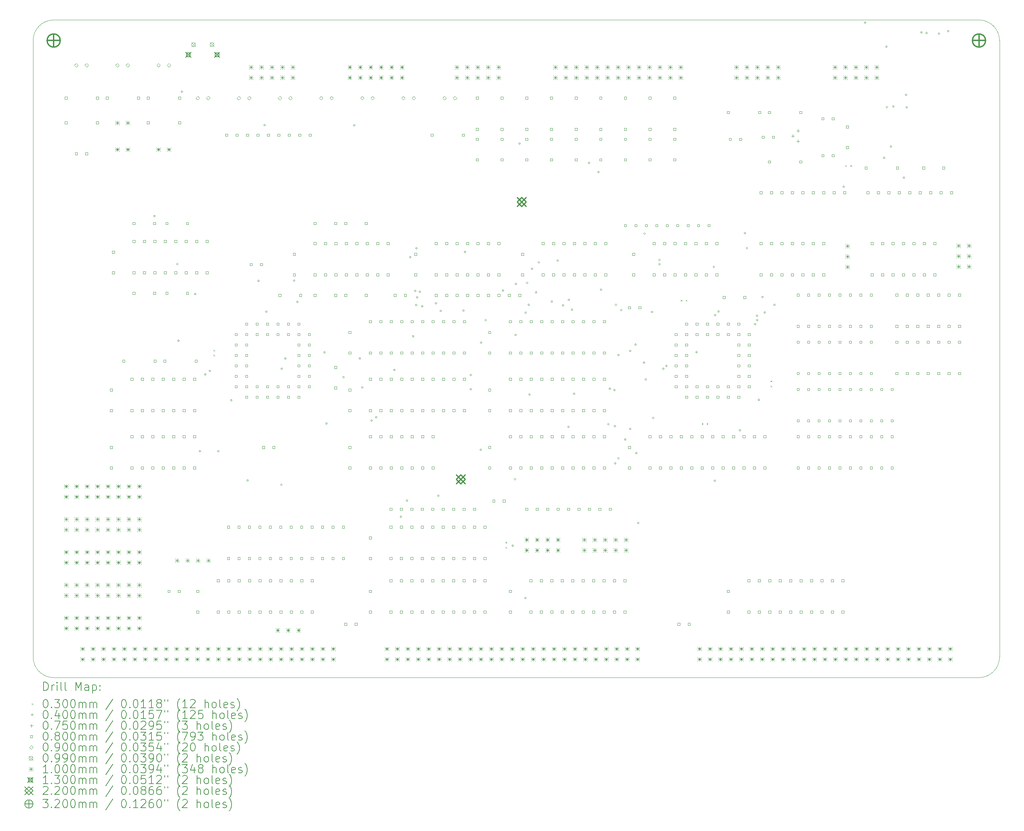
<source format=gbr>
%TF.GenerationSoftware,KiCad,Pcbnew,(6.0.11)*%
%TF.CreationDate,2023-09-02T05:53:27-04:00*%
%TF.ProjectId,input-output.Multi,696e7075-742d-46f7-9574-7075742e4d75,rev?*%
%TF.SameCoordinates,Original*%
%TF.FileFunction,Drillmap*%
%TF.FilePolarity,Positive*%
%FSLAX45Y45*%
G04 Gerber Fmt 4.5, Leading zero omitted, Abs format (unit mm)*
G04 Created by KiCad (PCBNEW (6.0.11)) date 2023-09-02 05:53:27*
%MOMM*%
%LPD*%
G01*
G04 APERTURE LIST*
%ADD10C,0.050000*%
%ADD11C,0.200000*%
%ADD12C,0.030000*%
%ADD13C,0.040000*%
%ADD14C,0.075000*%
%ADD15C,0.080000*%
%ADD16C,0.090000*%
%ADD17C,0.099000*%
%ADD18C,0.100000*%
%ADD19C,0.130000*%
%ADD20C,0.220000*%
%ADD21C,0.320000*%
G04 APERTURE END LIST*
D10*
X3500000Y-7500000D02*
X3500000Y-22500000D01*
X4000000Y-23000000D02*
X26500000Y-23000000D01*
X27000000Y-22500000D02*
X27000000Y-7500000D01*
X26500000Y-7000000D02*
X4000000Y-7000000D01*
X26500000Y-23000000D02*
G75*
G03*
X27000000Y-22500000I0J500000D01*
G01*
X27000000Y-7500000D02*
G75*
G03*
X26500000Y-7000000I-500000J0D01*
G01*
X3500000Y-22500000D02*
G75*
G03*
X4000000Y-23000000I500000J0D01*
G01*
X4000000Y-7000000D02*
G75*
G03*
X3500000Y-7500000I0J-500000D01*
G01*
D11*
D12*
X7885000Y-15025000D02*
X7915000Y-15055000D01*
X7915000Y-15025000D02*
X7885000Y-15055000D01*
X7885000Y-15145000D02*
X7915000Y-15175000D01*
X7915000Y-15145000D02*
X7885000Y-15175000D01*
X14985000Y-19700000D02*
X15015000Y-19730000D01*
X15015000Y-19700000D02*
X14985000Y-19730000D01*
X14985000Y-19820000D02*
X15015000Y-19850000D01*
X15015000Y-19820000D02*
X14985000Y-19850000D01*
X19250000Y-13810000D02*
X19280000Y-13840000D01*
X19280000Y-13810000D02*
X19250000Y-13840000D01*
X19370000Y-13810000D02*
X19400000Y-13840000D01*
X19400000Y-13810000D02*
X19370000Y-13840000D01*
X19760000Y-16810000D02*
X19790000Y-16840000D01*
X19790000Y-16810000D02*
X19760000Y-16840000D01*
X19880000Y-16810000D02*
X19910000Y-16840000D01*
X19910000Y-16810000D02*
X19880000Y-16840000D01*
X21435000Y-15775000D02*
X21465000Y-15805000D01*
X21465000Y-15775000D02*
X21435000Y-15805000D01*
X21435000Y-15895000D02*
X21465000Y-15925000D01*
X21465000Y-15895000D02*
X21435000Y-15925000D01*
X23250000Y-10535000D02*
X23280000Y-10565000D01*
X23280000Y-10535000D02*
X23250000Y-10565000D01*
X23370000Y-10535000D02*
X23400000Y-10565000D01*
X23400000Y-10535000D02*
X23370000Y-10565000D01*
D13*
X6470250Y-11774270D02*
G75*
G03*
X6470250Y-11774270I-20000J0D01*
G01*
X7025900Y-12940910D02*
G75*
G03*
X7025900Y-12940910I-20000J0D01*
G01*
X7053650Y-14800340D02*
G75*
G03*
X7053650Y-14800340I-20000J0D01*
G01*
X7137440Y-8745360D02*
G75*
G03*
X7137440Y-8745360I-20000J0D01*
G01*
X7460830Y-13667940D02*
G75*
G03*
X7460830Y-13667940I-20000J0D01*
G01*
X7577700Y-17492380D02*
G75*
G03*
X7577700Y-17492380I-20000J0D01*
G01*
X7704500Y-15625470D02*
G75*
G03*
X7704500Y-15625470I-20000J0D01*
G01*
X7818320Y-15537980D02*
G75*
G03*
X7818320Y-15537980I-20000J0D01*
G01*
X8022110Y-17490600D02*
G75*
G03*
X8022110Y-17490600I-20000J0D01*
G01*
X8337470Y-16252040D02*
G75*
G03*
X8337470Y-16252040I-20000J0D01*
G01*
X8735680Y-18203710D02*
G75*
G03*
X8735680Y-18203710I-20000J0D01*
G01*
X9000450Y-13345320D02*
G75*
G03*
X9000450Y-13345320I-20000J0D01*
G01*
X9149050Y-9560150D02*
G75*
G03*
X9149050Y-9560150I-20000J0D01*
G01*
X9191560Y-14094680D02*
G75*
G03*
X9191560Y-14094680I-20000J0D01*
G01*
X9557660Y-18307930D02*
G75*
G03*
X9557660Y-18307930I-20000J0D01*
G01*
X9564500Y-15482310D02*
G75*
G03*
X9564500Y-15482310I-20000J0D01*
G01*
X9652300Y-15233660D02*
G75*
G03*
X9652300Y-15233660I-20000J0D01*
G01*
X9868850Y-13343800D02*
G75*
G03*
X9868850Y-13343800I-20000J0D01*
G01*
X9945950Y-13858530D02*
G75*
G03*
X9945950Y-13858530I-20000J0D01*
G01*
X10604210Y-15085680D02*
G75*
G03*
X10604210Y-15085680I-20000J0D01*
G01*
X10651210Y-16818100D02*
G75*
G03*
X10651210Y-16818100I-20000J0D01*
G01*
X11069080Y-15691300D02*
G75*
G03*
X11069080Y-15691300I-20000J0D01*
G01*
X11326900Y-9560600D02*
G75*
G03*
X11326900Y-9560600I-20000J0D01*
G01*
X11464610Y-15237060D02*
G75*
G03*
X11464610Y-15237060I-20000J0D01*
G01*
X11523530Y-15940430D02*
G75*
G03*
X11523530Y-15940430I-20000J0D01*
G01*
X11749410Y-16745300D02*
G75*
G03*
X11749410Y-16745300I-20000J0D01*
G01*
X11861500Y-16663870D02*
G75*
G03*
X11861500Y-16663870I-20000J0D01*
G01*
X12302070Y-15515450D02*
G75*
G03*
X12302070Y-15515450I-20000J0D01*
G01*
X12461710Y-19085960D02*
G75*
G03*
X12461710Y-19085960I-20000J0D01*
G01*
X12610970Y-18692300D02*
G75*
G03*
X12610970Y-18692300I-20000J0D01*
G01*
X12690590Y-12772990D02*
G75*
G03*
X12690590Y-12772990I-20000J0D01*
G01*
X12760830Y-14696040D02*
G75*
G03*
X12760830Y-14696040I-20000J0D01*
G01*
X12812670Y-13592710D02*
G75*
G03*
X12812670Y-13592710I-20000J0D01*
G01*
X12833170Y-13935300D02*
G75*
G03*
X12833170Y-13935300I-20000J0D01*
G01*
X12841530Y-12555430D02*
G75*
G03*
X12841530Y-12555430I-20000J0D01*
G01*
X12858360Y-13747730D02*
G75*
G03*
X12858360Y-13747730I-20000J0D01*
G01*
X12922020Y-13612190D02*
G75*
G03*
X12922020Y-13612190I-20000J0D01*
G01*
X12980250Y-13963470D02*
G75*
G03*
X12980250Y-13963470I-20000J0D01*
G01*
X13315730Y-13892590D02*
G75*
G03*
X13315730Y-13892590I-20000J0D01*
G01*
X13373410Y-18574730D02*
G75*
G03*
X13373410Y-18574730I-20000J0D01*
G01*
X13431060Y-14078260D02*
G75*
G03*
X13431060Y-14078260I-20000J0D01*
G01*
X13985350Y-14070370D02*
G75*
G03*
X13985350Y-14070370I-20000J0D01*
G01*
X14021460Y-12644290D02*
G75*
G03*
X14021460Y-12644290I-20000J0D01*
G01*
X14163860Y-15638730D02*
G75*
G03*
X14163860Y-15638730I-20000J0D01*
G01*
X14163860Y-15982930D02*
G75*
G03*
X14163860Y-15982930I-20000J0D01*
G01*
X14403220Y-17457120D02*
G75*
G03*
X14403220Y-17457120I-20000J0D01*
G01*
X14414820Y-14850540D02*
G75*
G03*
X14414820Y-14850540I-20000J0D01*
G01*
X14524630Y-14304170D02*
G75*
G03*
X14524630Y-14304170I-20000J0D01*
G01*
X14944300Y-13585590D02*
G75*
G03*
X14944300Y-13585590I-20000J0D01*
G01*
X15183050Y-19789010D02*
G75*
G03*
X15183050Y-19789010I-20000J0D01*
G01*
X15236960Y-18173080D02*
G75*
G03*
X15236960Y-18173080I-20000J0D01*
G01*
X15252070Y-14664260D02*
G75*
G03*
X15252070Y-14664260I-20000J0D01*
G01*
X15261080Y-13421180D02*
G75*
G03*
X15261080Y-13421180I-20000J0D01*
G01*
X15348940Y-10008570D02*
G75*
G03*
X15348940Y-10008570I-20000J0D01*
G01*
X15491070Y-21062300D02*
G75*
G03*
X15491070Y-21062300I-20000J0D01*
G01*
X15496800Y-14119960D02*
G75*
G03*
X15496800Y-14119960I-20000J0D01*
G01*
X15531860Y-13397090D02*
G75*
G03*
X15531860Y-13397090I-20000J0D01*
G01*
X15572700Y-13928530D02*
G75*
G03*
X15572700Y-13928530I-20000J0D01*
G01*
X15588410Y-16111690D02*
G75*
G03*
X15588410Y-16111690I-20000J0D01*
G01*
X15649510Y-13055680D02*
G75*
G03*
X15649510Y-13055680I-20000J0D01*
G01*
X15750910Y-13627540D02*
G75*
G03*
X15750910Y-13627540I-20000J0D01*
G01*
X15816190Y-12897840D02*
G75*
G03*
X15816190Y-12897840I-20000J0D01*
G01*
X16130900Y-13851090D02*
G75*
G03*
X16130900Y-13851090I-20000J0D01*
G01*
X16274640Y-12852800D02*
G75*
G03*
X16274640Y-12852800I-20000J0D01*
G01*
X16408910Y-13942770D02*
G75*
G03*
X16408910Y-13942770I-20000J0D01*
G01*
X16538220Y-16900330D02*
G75*
G03*
X16538220Y-16900330I-20000J0D01*
G01*
X16545700Y-13806970D02*
G75*
G03*
X16545700Y-13806970I-20000J0D01*
G01*
X16622340Y-14047430D02*
G75*
G03*
X16622340Y-14047430I-20000J0D01*
G01*
X16675610Y-16093980D02*
G75*
G03*
X16675610Y-16093980I-20000J0D01*
G01*
X17038730Y-10478160D02*
G75*
G03*
X17038730Y-10478160I-20000J0D01*
G01*
X17264950Y-10701690D02*
G75*
G03*
X17264950Y-10701690I-20000J0D01*
G01*
X17329920Y-13563800D02*
G75*
G03*
X17329920Y-13563800I-20000J0D01*
G01*
X17507550Y-16834540D02*
G75*
G03*
X17507550Y-16834540I-20000J0D01*
G01*
X17544910Y-15973270D02*
G75*
G03*
X17544910Y-15973270I-20000J0D01*
G01*
X17656420Y-16003880D02*
G75*
G03*
X17656420Y-16003880I-20000J0D01*
G01*
X17667370Y-16883690D02*
G75*
G03*
X17667370Y-16883690I-20000J0D01*
G01*
X17674620Y-17787070D02*
G75*
G03*
X17674620Y-17787070I-20000J0D01*
G01*
X17692520Y-13930100D02*
G75*
G03*
X17692520Y-13930100I-20000J0D01*
G01*
X17752660Y-17665810D02*
G75*
G03*
X17752660Y-17665810I-20000J0D01*
G01*
X17754360Y-15152250D02*
G75*
G03*
X17754360Y-15152250I-20000J0D01*
G01*
X17820830Y-14057700D02*
G75*
G03*
X17820830Y-14057700I-20000J0D01*
G01*
X17917990Y-17208150D02*
G75*
G03*
X17917990Y-17208150I-20000J0D01*
G01*
X18037590Y-15052670D02*
G75*
G03*
X18037590Y-15052670I-20000J0D01*
G01*
X18037590Y-16947830D02*
G75*
G03*
X18037590Y-16947830I-20000J0D01*
G01*
X18169020Y-14897800D02*
G75*
G03*
X18169020Y-14897800I-20000J0D01*
G01*
X18186080Y-17537110D02*
G75*
G03*
X18186080Y-17537110I-20000J0D01*
G01*
X18233780Y-19238100D02*
G75*
G03*
X18233780Y-19238100I-20000J0D01*
G01*
X18374780Y-15338680D02*
G75*
G03*
X18374780Y-15338680I-20000J0D01*
G01*
X18386310Y-12196800D02*
G75*
G03*
X18386310Y-12196800I-20000J0D01*
G01*
X18419980Y-15748650D02*
G75*
G03*
X18419980Y-15748650I-20000J0D01*
G01*
X18570270Y-14104340D02*
G75*
G03*
X18570270Y-14104340I-20000J0D01*
G01*
X18598290Y-16682750D02*
G75*
G03*
X18598290Y-16682750I-20000J0D01*
G01*
X18751230Y-12942150D02*
G75*
G03*
X18751230Y-12942150I-20000J0D01*
G01*
X18751770Y-12838050D02*
G75*
G03*
X18751770Y-12838050I-20000J0D01*
G01*
X18847060Y-15485120D02*
G75*
G03*
X18847060Y-15485120I-20000J0D01*
G01*
X18919900Y-15416490D02*
G75*
G03*
X18919900Y-15416490I-20000J0D01*
G01*
X19652650Y-15080580D02*
G75*
G03*
X19652650Y-15080580I-20000J0D01*
G01*
X20073010Y-13008990D02*
G75*
G03*
X20073010Y-13008990I-20000J0D01*
G01*
X20095670Y-18211250D02*
G75*
G03*
X20095670Y-18211250I-20000J0D01*
G01*
X20103880Y-14180980D02*
G75*
G03*
X20103880Y-14180980I-20000J0D01*
G01*
X20187030Y-14093540D02*
G75*
G03*
X20187030Y-14093540I-20000J0D01*
G01*
X20704090Y-16982480D02*
G75*
G03*
X20704090Y-16982480I-20000J0D01*
G01*
X20830730Y-12185080D02*
G75*
G03*
X20830730Y-12185080I-20000J0D01*
G01*
X20877390Y-12550530D02*
G75*
G03*
X20877390Y-12550530I-20000J0D01*
G01*
X21077870Y-14400170D02*
G75*
G03*
X21077870Y-14400170I-20000J0D01*
G01*
X21122210Y-14196810D02*
G75*
G03*
X21122210Y-14196810I-20000J0D01*
G01*
X21126920Y-14301790D02*
G75*
G03*
X21126920Y-14301790I-20000J0D01*
G01*
X21167940Y-16241330D02*
G75*
G03*
X21167940Y-16241330I-20000J0D01*
G01*
X21256620Y-13741760D02*
G75*
G03*
X21256620Y-13741760I-20000J0D01*
G01*
X21309940Y-14116190D02*
G75*
G03*
X21309940Y-14116190I-20000J0D01*
G01*
X21549130Y-13931060D02*
G75*
G03*
X21549130Y-13931060I-20000J0D01*
G01*
X23231230Y-11055350D02*
G75*
G03*
X23231230Y-11055350I-20000J0D01*
G01*
X23750080Y-7067470D02*
G75*
G03*
X23750080Y-7067470I-20000J0D01*
G01*
X24214160Y-10352480D02*
G75*
G03*
X24214160Y-10352480I-20000J0D01*
G01*
X24269340Y-7649960D02*
G75*
G03*
X24269340Y-7649960I-20000J0D01*
G01*
X24281160Y-9121320D02*
G75*
G03*
X24281160Y-9121320I-20000J0D01*
G01*
X24379590Y-10080330D02*
G75*
G03*
X24379590Y-10080330I-20000J0D01*
G01*
X24437620Y-9103730D02*
G75*
G03*
X24437620Y-9103730I-20000J0D01*
G01*
X24693460Y-10836470D02*
G75*
G03*
X24693460Y-10836470I-20000J0D01*
G01*
X24746370Y-8819490D02*
G75*
G03*
X24746370Y-8819490I-20000J0D01*
G01*
X24763930Y-9125010D02*
G75*
G03*
X24763930Y-9125010I-20000J0D01*
G01*
X25122080Y-7300240D02*
G75*
G03*
X25122080Y-7300240I-20000J0D01*
G01*
X25245910Y-7317160D02*
G75*
G03*
X25245910Y-7317160I-20000J0D01*
G01*
X25545040Y-7331450D02*
G75*
G03*
X25545040Y-7331450I-20000J0D01*
G01*
X25771950Y-7270670D02*
G75*
G03*
X25771950Y-7270670I-20000J0D01*
G01*
D14*
X21973000Y-9785500D02*
X21973000Y-9860500D01*
X21935500Y-9823000D02*
X22010500Y-9823000D01*
X22100000Y-9658500D02*
X22100000Y-9733500D01*
X22062500Y-9696000D02*
X22137500Y-9696000D01*
X22100000Y-9912500D02*
X22100000Y-9987500D01*
X22062500Y-9950000D02*
X22137500Y-9950000D01*
D15*
X4328285Y-8928285D02*
X4328285Y-8871716D01*
X4271716Y-8871716D01*
X4271716Y-8928285D01*
X4328285Y-8928285D01*
X4328285Y-9528285D02*
X4328285Y-9471716D01*
X4271716Y-9471716D01*
X4271716Y-9528285D01*
X4328285Y-9528285D01*
X4578285Y-10278285D02*
X4578285Y-10221716D01*
X4521716Y-10221716D01*
X4521716Y-10278285D01*
X4578285Y-10278285D01*
X4828285Y-10278285D02*
X4828285Y-10221716D01*
X4771716Y-10221716D01*
X4771716Y-10278285D01*
X4828285Y-10278285D01*
X5090285Y-8928285D02*
X5090285Y-8871716D01*
X5033716Y-8871716D01*
X5033716Y-8928285D01*
X5090285Y-8928285D01*
X5090285Y-9528285D02*
X5090285Y-9471716D01*
X5033716Y-9471716D01*
X5033716Y-9528285D01*
X5090285Y-9528285D01*
X5328285Y-8928285D02*
X5328285Y-8871716D01*
X5271716Y-8871716D01*
X5271716Y-8928285D01*
X5328285Y-8928285D01*
X5428285Y-16028284D02*
X5428285Y-15971715D01*
X5371716Y-15971715D01*
X5371716Y-16028284D01*
X5428285Y-16028284D01*
X5428285Y-16528284D02*
X5428285Y-16471715D01*
X5371716Y-16471715D01*
X5371716Y-16528284D01*
X5428285Y-16528284D01*
X5428285Y-17428285D02*
X5428285Y-17371716D01*
X5371716Y-17371716D01*
X5371716Y-17428285D01*
X5428285Y-17428285D01*
X5428285Y-17928285D02*
X5428285Y-17871716D01*
X5371716Y-17871716D01*
X5371716Y-17928285D01*
X5428285Y-17928285D01*
X5478285Y-12678284D02*
X5478285Y-12621715D01*
X5421716Y-12621715D01*
X5421716Y-12678284D01*
X5478285Y-12678284D01*
X5478285Y-13178284D02*
X5478285Y-13121715D01*
X5421716Y-13121715D01*
X5421716Y-13178284D01*
X5478285Y-13178284D01*
X5728284Y-15328284D02*
X5728284Y-15271715D01*
X5671715Y-15271715D01*
X5671715Y-15328284D01*
X5728284Y-15328284D01*
X5928284Y-15766284D02*
X5928284Y-15709715D01*
X5871715Y-15709715D01*
X5871715Y-15766284D01*
X5928284Y-15766284D01*
X5928284Y-16528284D02*
X5928284Y-16471715D01*
X5871715Y-16471715D01*
X5871715Y-16528284D01*
X5928284Y-16528284D01*
X5928284Y-17166285D02*
X5928284Y-17109716D01*
X5871715Y-17109716D01*
X5871715Y-17166285D01*
X5928284Y-17166285D01*
X5928284Y-17928285D02*
X5928284Y-17871716D01*
X5871715Y-17871716D01*
X5871715Y-17928285D01*
X5928284Y-17928285D01*
X5978284Y-11978284D02*
X5978284Y-11921715D01*
X5921715Y-11921715D01*
X5921715Y-11978284D01*
X5978284Y-11978284D01*
X5978284Y-12416284D02*
X5978284Y-12359715D01*
X5921715Y-12359715D01*
X5921715Y-12416284D01*
X5978284Y-12416284D01*
X5978284Y-13178284D02*
X5978284Y-13121715D01*
X5921715Y-13121715D01*
X5921715Y-13178284D01*
X5978284Y-13178284D01*
X5978284Y-13678284D02*
X5978284Y-13621715D01*
X5921715Y-13621715D01*
X5921715Y-13678284D01*
X5978284Y-13678284D01*
X6090284Y-8928285D02*
X6090284Y-8871716D01*
X6033715Y-8871716D01*
X6033715Y-8928285D01*
X6090284Y-8928285D01*
X6182284Y-15766284D02*
X6182284Y-15709715D01*
X6125715Y-15709715D01*
X6125715Y-15766284D01*
X6182284Y-15766284D01*
X6182284Y-16528284D02*
X6182284Y-16471715D01*
X6125715Y-16471715D01*
X6125715Y-16528284D01*
X6182284Y-16528284D01*
X6182284Y-17166285D02*
X6182284Y-17109716D01*
X6125715Y-17109716D01*
X6125715Y-17166285D01*
X6182284Y-17166285D01*
X6182284Y-17928285D02*
X6182284Y-17871716D01*
X6125715Y-17871716D01*
X6125715Y-17928285D01*
X6182284Y-17928285D01*
X6232284Y-12416284D02*
X6232284Y-12359715D01*
X6175715Y-12359715D01*
X6175715Y-12416284D01*
X6232284Y-12416284D01*
X6232284Y-13178284D02*
X6232284Y-13121715D01*
X6175715Y-13121715D01*
X6175715Y-13178284D01*
X6232284Y-13178284D01*
X6328284Y-8928285D02*
X6328284Y-8871716D01*
X6271715Y-8871716D01*
X6271715Y-8928285D01*
X6328284Y-8928285D01*
X6328284Y-9528285D02*
X6328284Y-9471716D01*
X6271715Y-9471716D01*
X6271715Y-9528285D01*
X6328284Y-9528285D01*
X6436284Y-15766284D02*
X6436284Y-15709715D01*
X6379715Y-15709715D01*
X6379715Y-15766284D01*
X6436284Y-15766284D01*
X6436284Y-16528284D02*
X6436284Y-16471715D01*
X6379715Y-16471715D01*
X6379715Y-16528284D01*
X6436284Y-16528284D01*
X6436284Y-17166285D02*
X6436284Y-17109716D01*
X6379715Y-17109716D01*
X6379715Y-17166285D01*
X6436284Y-17166285D01*
X6436284Y-17928285D02*
X6436284Y-17871716D01*
X6379715Y-17871716D01*
X6379715Y-17928285D01*
X6436284Y-17928285D01*
X6478284Y-11978284D02*
X6478284Y-11921715D01*
X6421715Y-11921715D01*
X6421715Y-11978284D01*
X6478284Y-11978284D01*
X6478284Y-13678284D02*
X6478284Y-13621715D01*
X6421715Y-13621715D01*
X6421715Y-13678284D01*
X6478284Y-13678284D01*
X6486284Y-12416284D02*
X6486284Y-12359715D01*
X6429715Y-12359715D01*
X6429715Y-12416284D01*
X6486284Y-12416284D01*
X6486284Y-13178284D02*
X6486284Y-13121715D01*
X6429715Y-13121715D01*
X6429715Y-13178284D01*
X6486284Y-13178284D01*
X6490284Y-15328284D02*
X6490284Y-15271715D01*
X6433715Y-15271715D01*
X6433715Y-15328284D01*
X6490284Y-15328284D01*
X6690284Y-15766284D02*
X6690284Y-15709715D01*
X6633715Y-15709715D01*
X6633715Y-15766284D01*
X6690284Y-15766284D01*
X6690284Y-16528284D02*
X6690284Y-16471715D01*
X6633715Y-16471715D01*
X6633715Y-16528284D01*
X6690284Y-16528284D01*
X6690284Y-17166285D02*
X6690284Y-17109716D01*
X6633715Y-17109716D01*
X6633715Y-17166285D01*
X6690284Y-17166285D01*
X6690284Y-17928285D02*
X6690284Y-17871716D01*
X6633715Y-17871716D01*
X6633715Y-17928285D01*
X6690284Y-17928285D01*
X6728284Y-15328284D02*
X6728284Y-15271715D01*
X6671715Y-15271715D01*
X6671715Y-15328284D01*
X6728284Y-15328284D01*
X6740284Y-12416284D02*
X6740284Y-12359715D01*
X6683715Y-12359715D01*
X6683715Y-12416284D01*
X6740284Y-12416284D01*
X6740284Y-13178284D02*
X6740284Y-13121715D01*
X6683715Y-13121715D01*
X6683715Y-13178284D01*
X6740284Y-13178284D01*
X6778284Y-11978284D02*
X6778284Y-11921715D01*
X6721715Y-11921715D01*
X6721715Y-11978284D01*
X6778284Y-11978284D01*
X6778284Y-13678284D02*
X6778284Y-13621715D01*
X6721715Y-13621715D01*
X6721715Y-13678284D01*
X6778284Y-13678284D01*
X6828284Y-20928285D02*
X6828284Y-20871716D01*
X6771715Y-20871716D01*
X6771715Y-20928285D01*
X6828284Y-20928285D01*
X6944284Y-15766284D02*
X6944284Y-15709715D01*
X6887715Y-15709715D01*
X6887715Y-15766284D01*
X6944284Y-15766284D01*
X6944284Y-16528284D02*
X6944284Y-16471715D01*
X6887715Y-16471715D01*
X6887715Y-16528284D01*
X6944284Y-16528284D01*
X6944284Y-17166285D02*
X6944284Y-17109716D01*
X6887715Y-17109716D01*
X6887715Y-17166285D01*
X6944284Y-17166285D01*
X6944284Y-17928285D02*
X6944284Y-17871716D01*
X6887715Y-17871716D01*
X6887715Y-17928285D01*
X6944284Y-17928285D01*
X6994284Y-12416284D02*
X6994284Y-12359715D01*
X6937715Y-12359715D01*
X6937715Y-12416284D01*
X6994284Y-12416284D01*
X6994284Y-13178284D02*
X6994284Y-13121715D01*
X6937715Y-13121715D01*
X6937715Y-13178284D01*
X6994284Y-13178284D01*
X7078284Y-20928285D02*
X7078284Y-20871716D01*
X7021715Y-20871716D01*
X7021715Y-20928285D01*
X7078284Y-20928285D01*
X7090284Y-8928285D02*
X7090284Y-8871716D01*
X7033715Y-8871716D01*
X7033715Y-8928285D01*
X7090284Y-8928285D01*
X7090284Y-9528285D02*
X7090284Y-9471716D01*
X7033715Y-9471716D01*
X7033715Y-9528285D01*
X7090284Y-9528285D01*
X7198284Y-15766284D02*
X7198284Y-15709715D01*
X7141715Y-15709715D01*
X7141715Y-15766284D01*
X7198284Y-15766284D01*
X7198284Y-16528284D02*
X7198284Y-16471715D01*
X7141715Y-16471715D01*
X7141715Y-16528284D01*
X7198284Y-16528284D01*
X7198284Y-17166285D02*
X7198284Y-17109716D01*
X7141715Y-17109716D01*
X7141715Y-17166285D01*
X7198284Y-17166285D01*
X7198284Y-17928285D02*
X7198284Y-17871716D01*
X7141715Y-17871716D01*
X7141715Y-17928285D01*
X7198284Y-17928285D01*
X7248284Y-12416284D02*
X7248284Y-12359715D01*
X7191715Y-12359715D01*
X7191715Y-12416284D01*
X7248284Y-12416284D01*
X7248284Y-13178284D02*
X7248284Y-13121715D01*
X7191715Y-13121715D01*
X7191715Y-13178284D01*
X7248284Y-13178284D01*
X7278284Y-11978284D02*
X7278284Y-11921715D01*
X7221715Y-11921715D01*
X7221715Y-11978284D01*
X7278284Y-11978284D01*
X7278284Y-13678284D02*
X7278284Y-13621715D01*
X7221715Y-13621715D01*
X7221715Y-13678284D01*
X7278284Y-13678284D01*
X7452284Y-15766284D02*
X7452284Y-15709715D01*
X7395715Y-15709715D01*
X7395715Y-15766284D01*
X7452284Y-15766284D01*
X7452284Y-16528284D02*
X7452284Y-16471715D01*
X7395715Y-16471715D01*
X7395715Y-16528284D01*
X7452284Y-16528284D01*
X7452284Y-17166285D02*
X7452284Y-17109716D01*
X7395715Y-17109716D01*
X7395715Y-17166285D01*
X7452284Y-17166285D01*
X7452284Y-17928285D02*
X7452284Y-17871716D01*
X7395715Y-17871716D01*
X7395715Y-17928285D01*
X7452284Y-17928285D01*
X7490284Y-15328284D02*
X7490284Y-15271715D01*
X7433715Y-15271715D01*
X7433715Y-15328284D01*
X7490284Y-15328284D01*
X7502284Y-12416284D02*
X7502284Y-12359715D01*
X7445715Y-12359715D01*
X7445715Y-12416284D01*
X7502284Y-12416284D01*
X7502284Y-13178284D02*
X7502284Y-13121715D01*
X7445715Y-13121715D01*
X7445715Y-13178284D01*
X7502284Y-13178284D01*
X7528284Y-20928285D02*
X7528284Y-20871716D01*
X7471715Y-20871716D01*
X7471715Y-20928285D01*
X7528284Y-20928285D01*
X7528284Y-21428285D02*
X7528284Y-21371716D01*
X7471715Y-21371716D01*
X7471715Y-21428285D01*
X7528284Y-21428285D01*
X7756284Y-12416284D02*
X7756284Y-12359715D01*
X7699715Y-12359715D01*
X7699715Y-12416284D01*
X7756284Y-12416284D01*
X7756284Y-13178284D02*
X7756284Y-13121715D01*
X7699715Y-13121715D01*
X7699715Y-13178284D01*
X7756284Y-13178284D01*
X8028284Y-20666285D02*
X8028284Y-20609716D01*
X7971715Y-20609716D01*
X7971715Y-20666285D01*
X8028284Y-20666285D01*
X8028284Y-21428285D02*
X8028284Y-21371716D01*
X7971715Y-21371716D01*
X7971715Y-21428285D01*
X8028284Y-21428285D01*
X8228284Y-9828285D02*
X8228284Y-9771716D01*
X8171715Y-9771716D01*
X8171715Y-9828285D01*
X8228284Y-9828285D01*
X8278284Y-19366285D02*
X8278284Y-19309716D01*
X8221715Y-19309716D01*
X8221715Y-19366285D01*
X8278284Y-19366285D01*
X8278284Y-20128285D02*
X8278284Y-20071716D01*
X8221715Y-20071716D01*
X8221715Y-20128285D01*
X8278284Y-20128285D01*
X8282284Y-20666285D02*
X8282284Y-20609716D01*
X8225715Y-20609716D01*
X8225715Y-20666285D01*
X8282284Y-20666285D01*
X8282284Y-21428285D02*
X8282284Y-21371716D01*
X8225715Y-21371716D01*
X8225715Y-21428285D01*
X8282284Y-21428285D01*
X8462285Y-14678284D02*
X8462285Y-14621715D01*
X8405716Y-14621715D01*
X8405716Y-14678284D01*
X8462285Y-14678284D01*
X8462285Y-14932284D02*
X8462285Y-14875715D01*
X8405716Y-14875715D01*
X8405716Y-14932284D01*
X8462285Y-14932284D01*
X8462285Y-15186284D02*
X8462285Y-15129715D01*
X8405716Y-15129715D01*
X8405716Y-15186284D01*
X8462285Y-15186284D01*
X8462285Y-15440284D02*
X8462285Y-15383715D01*
X8405716Y-15383715D01*
X8405716Y-15440284D01*
X8462285Y-15440284D01*
X8462285Y-15694284D02*
X8462285Y-15637715D01*
X8405716Y-15637715D01*
X8405716Y-15694284D01*
X8462285Y-15694284D01*
X8462285Y-15948284D02*
X8462285Y-15891715D01*
X8405716Y-15891715D01*
X8405716Y-15948284D01*
X8462285Y-15948284D01*
X8482285Y-9828285D02*
X8482285Y-9771716D01*
X8425716Y-9771716D01*
X8425716Y-9828285D01*
X8482285Y-9828285D01*
X8532285Y-19366285D02*
X8532285Y-19309716D01*
X8475716Y-19309716D01*
X8475716Y-19366285D01*
X8532285Y-19366285D01*
X8532285Y-20128285D02*
X8532285Y-20071716D01*
X8475716Y-20071716D01*
X8475716Y-20128285D01*
X8532285Y-20128285D01*
X8536285Y-20666285D02*
X8536285Y-20609716D01*
X8479716Y-20609716D01*
X8479716Y-20666285D01*
X8536285Y-20666285D01*
X8536285Y-21428285D02*
X8536285Y-21371716D01*
X8479716Y-21371716D01*
X8479716Y-21428285D01*
X8536285Y-21428285D01*
X8716285Y-14424284D02*
X8716285Y-14367715D01*
X8659716Y-14367715D01*
X8659716Y-14424284D01*
X8716285Y-14424284D01*
X8716285Y-14678284D02*
X8716285Y-14621715D01*
X8659716Y-14621715D01*
X8659716Y-14678284D01*
X8716285Y-14678284D01*
X8716285Y-14932284D02*
X8716285Y-14875715D01*
X8659716Y-14875715D01*
X8659716Y-14932284D01*
X8716285Y-14932284D01*
X8716285Y-15186284D02*
X8716285Y-15129715D01*
X8659716Y-15129715D01*
X8659716Y-15186284D01*
X8716285Y-15186284D01*
X8716285Y-15440284D02*
X8716285Y-15383715D01*
X8659716Y-15383715D01*
X8659716Y-15440284D01*
X8716285Y-15440284D01*
X8716285Y-15694284D02*
X8716285Y-15637715D01*
X8659716Y-15637715D01*
X8659716Y-15694284D01*
X8716285Y-15694284D01*
X8716285Y-15948284D02*
X8716285Y-15891715D01*
X8659716Y-15891715D01*
X8659716Y-15948284D01*
X8716285Y-15948284D01*
X8716285Y-16202284D02*
X8716285Y-16145715D01*
X8659716Y-16145715D01*
X8659716Y-16202284D01*
X8716285Y-16202284D01*
X8736285Y-9828285D02*
X8736285Y-9771716D01*
X8679716Y-9771716D01*
X8679716Y-9828285D01*
X8736285Y-9828285D01*
X8786285Y-19366285D02*
X8786285Y-19309716D01*
X8729716Y-19309716D01*
X8729716Y-19366285D01*
X8786285Y-19366285D01*
X8786285Y-20128285D02*
X8786285Y-20071716D01*
X8729716Y-20071716D01*
X8729716Y-20128285D01*
X8786285Y-20128285D01*
X8790285Y-20666285D02*
X8790285Y-20609716D01*
X8733716Y-20609716D01*
X8733716Y-20666285D01*
X8790285Y-20666285D01*
X8790285Y-21428285D02*
X8790285Y-21371716D01*
X8733716Y-21371716D01*
X8733716Y-21428285D01*
X8790285Y-21428285D01*
X8828285Y-12978284D02*
X8828285Y-12921715D01*
X8771716Y-12921715D01*
X8771716Y-12978284D01*
X8828285Y-12978284D01*
X8970285Y-14424284D02*
X8970285Y-14367715D01*
X8913716Y-14367715D01*
X8913716Y-14424284D01*
X8970285Y-14424284D01*
X8970285Y-14678284D02*
X8970285Y-14621715D01*
X8913716Y-14621715D01*
X8913716Y-14678284D01*
X8970285Y-14678284D01*
X8970285Y-15948284D02*
X8970285Y-15891715D01*
X8913716Y-15891715D01*
X8913716Y-15948284D01*
X8970285Y-15948284D01*
X8970285Y-16202284D02*
X8970285Y-16145715D01*
X8913716Y-16145715D01*
X8913716Y-16202284D01*
X8970285Y-16202284D01*
X8990285Y-9828285D02*
X8990285Y-9771716D01*
X8933716Y-9771716D01*
X8933716Y-9828285D01*
X8990285Y-9828285D01*
X9040285Y-19366285D02*
X9040285Y-19309716D01*
X8983716Y-19309716D01*
X8983716Y-19366285D01*
X9040285Y-19366285D01*
X9040285Y-20128285D02*
X9040285Y-20071716D01*
X8983716Y-20071716D01*
X8983716Y-20128285D01*
X9040285Y-20128285D01*
X9044285Y-20666285D02*
X9044285Y-20609716D01*
X8987716Y-20609716D01*
X8987716Y-20666285D01*
X9044285Y-20666285D01*
X9044285Y-21428285D02*
X9044285Y-21371716D01*
X8987716Y-21371716D01*
X8987716Y-21428285D01*
X9044285Y-21428285D01*
X9078285Y-12978284D02*
X9078285Y-12921715D01*
X9021716Y-12921715D01*
X9021716Y-12978284D01*
X9078285Y-12978284D01*
X9128285Y-17428285D02*
X9128285Y-17371716D01*
X9071716Y-17371716D01*
X9071716Y-17428285D01*
X9128285Y-17428285D01*
X9224285Y-14424284D02*
X9224285Y-14367715D01*
X9167716Y-14367715D01*
X9167716Y-14424284D01*
X9224285Y-14424284D01*
X9224285Y-14678284D02*
X9224285Y-14621715D01*
X9167716Y-14621715D01*
X9167716Y-14678284D01*
X9224285Y-14678284D01*
X9224285Y-15948284D02*
X9224285Y-15891715D01*
X9167716Y-15891715D01*
X9167716Y-15948284D01*
X9224285Y-15948284D01*
X9224285Y-16202284D02*
X9224285Y-16145715D01*
X9167716Y-16145715D01*
X9167716Y-16202284D01*
X9224285Y-16202284D01*
X9244285Y-9828285D02*
X9244285Y-9771716D01*
X9187716Y-9771716D01*
X9187716Y-9828285D01*
X9244285Y-9828285D01*
X9294285Y-19366285D02*
X9294285Y-19309716D01*
X9237716Y-19309716D01*
X9237716Y-19366285D01*
X9294285Y-19366285D01*
X9294285Y-20128285D02*
X9294285Y-20071716D01*
X9237716Y-20071716D01*
X9237716Y-20128285D01*
X9294285Y-20128285D01*
X9298285Y-20666285D02*
X9298285Y-20609716D01*
X9241716Y-20609716D01*
X9241716Y-20666285D01*
X9298285Y-20666285D01*
X9298285Y-21428285D02*
X9298285Y-21371716D01*
X9241716Y-21371716D01*
X9241716Y-21428285D01*
X9298285Y-21428285D01*
X9378285Y-17428285D02*
X9378285Y-17371716D01*
X9321716Y-17371716D01*
X9321716Y-17428285D01*
X9378285Y-17428285D01*
X9478285Y-14424284D02*
X9478285Y-14367715D01*
X9421716Y-14367715D01*
X9421716Y-14424284D01*
X9478285Y-14424284D01*
X9478285Y-14678284D02*
X9478285Y-14621715D01*
X9421716Y-14621715D01*
X9421716Y-14678284D01*
X9478285Y-14678284D01*
X9478285Y-15948284D02*
X9478285Y-15891715D01*
X9421716Y-15891715D01*
X9421716Y-15948284D01*
X9478285Y-15948284D01*
X9478285Y-16202284D02*
X9478285Y-16145715D01*
X9421716Y-16145715D01*
X9421716Y-16202284D01*
X9478285Y-16202284D01*
X9498285Y-9828285D02*
X9498285Y-9771716D01*
X9441716Y-9771716D01*
X9441716Y-9828285D01*
X9498285Y-9828285D01*
X9528285Y-13728284D02*
X9528285Y-13671715D01*
X9471716Y-13671715D01*
X9471716Y-13728284D01*
X9528285Y-13728284D01*
X9548285Y-19366285D02*
X9548285Y-19309716D01*
X9491716Y-19309716D01*
X9491716Y-19366285D01*
X9548285Y-19366285D01*
X9548285Y-20128285D02*
X9548285Y-20071716D01*
X9491716Y-20071716D01*
X9491716Y-20128285D01*
X9548285Y-20128285D01*
X9552285Y-20666285D02*
X9552285Y-20609716D01*
X9495716Y-20609716D01*
X9495716Y-20666285D01*
X9552285Y-20666285D01*
X9552285Y-21428285D02*
X9552285Y-21371716D01*
X9495716Y-21371716D01*
X9495716Y-21428285D01*
X9552285Y-21428285D01*
X9732285Y-14424284D02*
X9732285Y-14367715D01*
X9675716Y-14367715D01*
X9675716Y-14424284D01*
X9732285Y-14424284D01*
X9732285Y-14678284D02*
X9732285Y-14621715D01*
X9675716Y-14621715D01*
X9675716Y-14678284D01*
X9732285Y-14678284D01*
X9732285Y-15948284D02*
X9732285Y-15891715D01*
X9675716Y-15891715D01*
X9675716Y-15948284D01*
X9732285Y-15948284D01*
X9732285Y-16202284D02*
X9732285Y-16145715D01*
X9675716Y-16145715D01*
X9675716Y-16202284D01*
X9732285Y-16202284D01*
X9752285Y-9828285D02*
X9752285Y-9771716D01*
X9695716Y-9771716D01*
X9695716Y-9828285D01*
X9752285Y-9828285D01*
X9802285Y-19366285D02*
X9802285Y-19309716D01*
X9745716Y-19309716D01*
X9745716Y-19366285D01*
X9802285Y-19366285D01*
X9802285Y-20128285D02*
X9802285Y-20071716D01*
X9745716Y-20071716D01*
X9745716Y-20128285D01*
X9802285Y-20128285D01*
X9806285Y-20666285D02*
X9806285Y-20609716D01*
X9749716Y-20609716D01*
X9749716Y-20666285D01*
X9806285Y-20666285D01*
X9806285Y-21428285D02*
X9806285Y-21371716D01*
X9749716Y-21371716D01*
X9749716Y-21428285D01*
X9806285Y-21428285D01*
X9878285Y-12728284D02*
X9878285Y-12671715D01*
X9821716Y-12671715D01*
X9821716Y-12728284D01*
X9878285Y-12728284D01*
X9878285Y-13228284D02*
X9878285Y-13171715D01*
X9821716Y-13171715D01*
X9821716Y-13228284D01*
X9878285Y-13228284D01*
X9986285Y-14424284D02*
X9986285Y-14367715D01*
X9929716Y-14367715D01*
X9929716Y-14424284D01*
X9986285Y-14424284D01*
X9986285Y-14678284D02*
X9986285Y-14621715D01*
X9929716Y-14621715D01*
X9929716Y-14678284D01*
X9986285Y-14678284D01*
X9986285Y-14932284D02*
X9986285Y-14875715D01*
X9929716Y-14875715D01*
X9929716Y-14932284D01*
X9986285Y-14932284D01*
X9986285Y-15186284D02*
X9986285Y-15129715D01*
X9929716Y-15129715D01*
X9929716Y-15186284D01*
X9986285Y-15186284D01*
X9986285Y-15440284D02*
X9986285Y-15383715D01*
X9929716Y-15383715D01*
X9929716Y-15440284D01*
X9986285Y-15440284D01*
X9986285Y-15694284D02*
X9986285Y-15637715D01*
X9929716Y-15637715D01*
X9929716Y-15694284D01*
X9986285Y-15694284D01*
X9986285Y-15948284D02*
X9986285Y-15891715D01*
X9929716Y-15891715D01*
X9929716Y-15948284D01*
X9986285Y-15948284D01*
X9986285Y-16202284D02*
X9986285Y-16145715D01*
X9929716Y-16145715D01*
X9929716Y-16202284D01*
X9986285Y-16202284D01*
X10006285Y-9828285D02*
X10006285Y-9771716D01*
X9949716Y-9771716D01*
X9949716Y-9828285D01*
X10006285Y-9828285D01*
X10028285Y-13728284D02*
X10028285Y-13671715D01*
X9971716Y-13671715D01*
X9971716Y-13728284D01*
X10028285Y-13728284D01*
X10056285Y-19366285D02*
X10056285Y-19309716D01*
X9999716Y-19309716D01*
X9999716Y-19366285D01*
X10056285Y-19366285D01*
X10056285Y-20128285D02*
X10056285Y-20071716D01*
X9999716Y-20071716D01*
X9999716Y-20128285D01*
X10056285Y-20128285D01*
X10060285Y-20666285D02*
X10060285Y-20609716D01*
X10003716Y-20609716D01*
X10003716Y-20666285D01*
X10060285Y-20666285D01*
X10060285Y-21428285D02*
X10060285Y-21371716D01*
X10003716Y-21371716D01*
X10003716Y-21428285D01*
X10060285Y-21428285D01*
X10240285Y-14678284D02*
X10240285Y-14621715D01*
X10183716Y-14621715D01*
X10183716Y-14678284D01*
X10240285Y-14678284D01*
X10240285Y-14932284D02*
X10240285Y-14875715D01*
X10183716Y-14875715D01*
X10183716Y-14932284D01*
X10240285Y-14932284D01*
X10240285Y-15186284D02*
X10240285Y-15129715D01*
X10183716Y-15129715D01*
X10183716Y-15186284D01*
X10240285Y-15186284D01*
X10240285Y-15440284D02*
X10240285Y-15383715D01*
X10183716Y-15383715D01*
X10183716Y-15440284D01*
X10240285Y-15440284D01*
X10240285Y-15694284D02*
X10240285Y-15637715D01*
X10183716Y-15637715D01*
X10183716Y-15694284D01*
X10240285Y-15694284D01*
X10240285Y-15948284D02*
X10240285Y-15891715D01*
X10183716Y-15891715D01*
X10183716Y-15948284D01*
X10240285Y-15948284D01*
X10260285Y-9828285D02*
X10260285Y-9771716D01*
X10203716Y-9771716D01*
X10203716Y-9828285D01*
X10260285Y-9828285D01*
X10310285Y-19366285D02*
X10310285Y-19309716D01*
X10253716Y-19309716D01*
X10253716Y-19366285D01*
X10310285Y-19366285D01*
X10310285Y-20128285D02*
X10310285Y-20071716D01*
X10253716Y-20071716D01*
X10253716Y-20128285D01*
X10310285Y-20128285D01*
X10314285Y-20666285D02*
X10314285Y-20609716D01*
X10257716Y-20609716D01*
X10257716Y-20666285D01*
X10314285Y-20666285D01*
X10314285Y-21428285D02*
X10314285Y-21371716D01*
X10257716Y-21371716D01*
X10257716Y-21428285D01*
X10314285Y-21428285D01*
X10378285Y-11978284D02*
X10378285Y-11921715D01*
X10321716Y-11921715D01*
X10321716Y-11978284D01*
X10378285Y-11978284D01*
X10378285Y-12466284D02*
X10378285Y-12409715D01*
X10321716Y-12409715D01*
X10321716Y-12466284D01*
X10378285Y-12466284D01*
X10378285Y-13228284D02*
X10378285Y-13171715D01*
X10321716Y-13171715D01*
X10321716Y-13228284D01*
X10378285Y-13228284D01*
X10378285Y-13728284D02*
X10378285Y-13671715D01*
X10321716Y-13671715D01*
X10321716Y-13728284D01*
X10378285Y-13728284D01*
X10564285Y-19366285D02*
X10564285Y-19309716D01*
X10507716Y-19309716D01*
X10507716Y-19366285D01*
X10564285Y-19366285D01*
X10564285Y-20128285D02*
X10564285Y-20071716D01*
X10507716Y-20071716D01*
X10507716Y-20128285D01*
X10564285Y-20128285D01*
X10632285Y-12466284D02*
X10632285Y-12409715D01*
X10575716Y-12409715D01*
X10575716Y-12466284D01*
X10632285Y-12466284D01*
X10632285Y-13228284D02*
X10632285Y-13171715D01*
X10575716Y-13171715D01*
X10575716Y-13228284D01*
X10632285Y-13228284D01*
X10818285Y-19366285D02*
X10818285Y-19309716D01*
X10761716Y-19309716D01*
X10761716Y-19366285D01*
X10818285Y-19366285D01*
X10818285Y-20128285D02*
X10818285Y-20071716D01*
X10761716Y-20071716D01*
X10761716Y-20128285D01*
X10818285Y-20128285D01*
X10878285Y-11978284D02*
X10878285Y-11921715D01*
X10821716Y-11921715D01*
X10821716Y-11978284D01*
X10878285Y-11978284D01*
X10878285Y-13728284D02*
X10878285Y-13671715D01*
X10821716Y-13671715D01*
X10821716Y-13728284D01*
X10878285Y-13728284D01*
X10878285Y-15478284D02*
X10878285Y-15421715D01*
X10821716Y-15421715D01*
X10821716Y-15478284D01*
X10878285Y-15478284D01*
X10878285Y-15978284D02*
X10878285Y-15921715D01*
X10821716Y-15921715D01*
X10821716Y-15978284D01*
X10878285Y-15978284D01*
X10886285Y-12466284D02*
X10886285Y-12409715D01*
X10829716Y-12409715D01*
X10829716Y-12466284D01*
X10886285Y-12466284D01*
X10886285Y-13228284D02*
X10886285Y-13171715D01*
X10829716Y-13171715D01*
X10829716Y-13228284D01*
X10886285Y-13228284D01*
X11072285Y-19366285D02*
X11072285Y-19309716D01*
X11015716Y-19309716D01*
X11015716Y-19366285D01*
X11072285Y-19366285D01*
X11072285Y-20128285D02*
X11072285Y-20071716D01*
X11015716Y-20071716D01*
X11015716Y-20128285D01*
X11072285Y-20128285D01*
X11128285Y-11978284D02*
X11128285Y-11921715D01*
X11071716Y-11921715D01*
X11071716Y-11978284D01*
X11128285Y-11978284D01*
X11128285Y-13728284D02*
X11128285Y-13671715D01*
X11071716Y-13671715D01*
X11071716Y-13728284D01*
X11128285Y-13728284D01*
X11128285Y-21728285D02*
X11128285Y-21671716D01*
X11071716Y-21671716D01*
X11071716Y-21728285D01*
X11128285Y-21728285D01*
X11140285Y-12466284D02*
X11140285Y-12409715D01*
X11083716Y-12409715D01*
X11083716Y-12466284D01*
X11140285Y-12466284D01*
X11140285Y-13228284D02*
X11140285Y-13171715D01*
X11083716Y-13171715D01*
X11083716Y-13228284D01*
X11140285Y-13228284D01*
X11228284Y-14628284D02*
X11228284Y-14571715D01*
X11171716Y-14571715D01*
X11171716Y-14628284D01*
X11228284Y-14628284D01*
X11228284Y-15128284D02*
X11228284Y-15071715D01*
X11171716Y-15071715D01*
X11171716Y-15128284D01*
X11228284Y-15128284D01*
X11228284Y-16028284D02*
X11228284Y-15971715D01*
X11171716Y-15971715D01*
X11171716Y-16028284D01*
X11228284Y-16028284D01*
X11228284Y-16528284D02*
X11228284Y-16471715D01*
X11171716Y-16471715D01*
X11171716Y-16528284D01*
X11228284Y-16528284D01*
X11228284Y-17428285D02*
X11228284Y-17371716D01*
X11171716Y-17371716D01*
X11171716Y-17428285D01*
X11228284Y-17428285D01*
X11228284Y-17928285D02*
X11228284Y-17871716D01*
X11171716Y-17871716D01*
X11171716Y-17928285D01*
X11228284Y-17928285D01*
X11378284Y-21728285D02*
X11378284Y-21671716D01*
X11321715Y-21671716D01*
X11321715Y-21728285D01*
X11378284Y-21728285D01*
X11394284Y-12466284D02*
X11394284Y-12409715D01*
X11337715Y-12409715D01*
X11337715Y-12466284D01*
X11394284Y-12466284D01*
X11394284Y-13228284D02*
X11394284Y-13171715D01*
X11337715Y-13171715D01*
X11337715Y-13228284D01*
X11394284Y-13228284D01*
X11628284Y-11978284D02*
X11628284Y-11921715D01*
X11571715Y-11921715D01*
X11571715Y-11978284D01*
X11628284Y-11978284D01*
X11628284Y-13728284D02*
X11628284Y-13671715D01*
X11571715Y-13671715D01*
X11571715Y-13728284D01*
X11628284Y-13728284D01*
X11648284Y-12466284D02*
X11648284Y-12409715D01*
X11591715Y-12409715D01*
X11591715Y-12466284D01*
X11648284Y-12466284D01*
X11648284Y-13228284D02*
X11648284Y-13171715D01*
X11591715Y-13171715D01*
X11591715Y-13228284D01*
X11648284Y-13228284D01*
X11728284Y-14366284D02*
X11728284Y-14309715D01*
X11671715Y-14309715D01*
X11671715Y-14366284D01*
X11728284Y-14366284D01*
X11728284Y-15128284D02*
X11728284Y-15071715D01*
X11671715Y-15071715D01*
X11671715Y-15128284D01*
X11728284Y-15128284D01*
X11728284Y-15766284D02*
X11728284Y-15709715D01*
X11671715Y-15709715D01*
X11671715Y-15766284D01*
X11728284Y-15766284D01*
X11728284Y-16528284D02*
X11728284Y-16471715D01*
X11671715Y-16471715D01*
X11671715Y-16528284D01*
X11728284Y-16528284D01*
X11728284Y-17166285D02*
X11728284Y-17109716D01*
X11671715Y-17109716D01*
X11671715Y-17166285D01*
X11728284Y-17166285D01*
X11728284Y-17928285D02*
X11728284Y-17871716D01*
X11671715Y-17871716D01*
X11671715Y-17928285D01*
X11728284Y-17928285D01*
X11728284Y-19628285D02*
X11728284Y-19571716D01*
X11671715Y-19571716D01*
X11671715Y-19628285D01*
X11728284Y-19628285D01*
X11728284Y-20128285D02*
X11728284Y-20071716D01*
X11671715Y-20071716D01*
X11671715Y-20128285D01*
X11728284Y-20128285D01*
X11728284Y-20928285D02*
X11728284Y-20871716D01*
X11671715Y-20871716D01*
X11671715Y-20928285D01*
X11728284Y-20928285D01*
X11728284Y-21428285D02*
X11728284Y-21371716D01*
X11671715Y-21371716D01*
X11671715Y-21428285D01*
X11728284Y-21428285D01*
X11902284Y-12466284D02*
X11902284Y-12409715D01*
X11845715Y-12409715D01*
X11845715Y-12466284D01*
X11902284Y-12466284D01*
X11902284Y-13228284D02*
X11902284Y-13171715D01*
X11845715Y-13171715D01*
X11845715Y-13228284D01*
X11902284Y-13228284D01*
X11982284Y-14366284D02*
X11982284Y-14309715D01*
X11925715Y-14309715D01*
X11925715Y-14366284D01*
X11982284Y-14366284D01*
X11982284Y-15128284D02*
X11982284Y-15071715D01*
X11925715Y-15071715D01*
X11925715Y-15128284D01*
X11982284Y-15128284D01*
X11982284Y-15766284D02*
X11982284Y-15709715D01*
X11925715Y-15709715D01*
X11925715Y-15766284D01*
X11982284Y-15766284D01*
X11982284Y-16528284D02*
X11982284Y-16471715D01*
X11925715Y-16471715D01*
X11925715Y-16528284D01*
X11982284Y-16528284D01*
X11982284Y-17166285D02*
X11982284Y-17109716D01*
X11925715Y-17109716D01*
X11925715Y-17166285D01*
X11982284Y-17166285D01*
X11982284Y-17928285D02*
X11982284Y-17871716D01*
X11925715Y-17871716D01*
X11925715Y-17928285D01*
X11982284Y-17928285D01*
X12156284Y-12466284D02*
X12156284Y-12409715D01*
X12099715Y-12409715D01*
X12099715Y-12466284D01*
X12156284Y-12466284D01*
X12156284Y-13228284D02*
X12156284Y-13171715D01*
X12099715Y-13171715D01*
X12099715Y-13228284D01*
X12156284Y-13228284D01*
X12228284Y-18928285D02*
X12228284Y-18871716D01*
X12171715Y-18871716D01*
X12171715Y-18928285D01*
X12228284Y-18928285D01*
X12228284Y-19366285D02*
X12228284Y-19309716D01*
X12171715Y-19309716D01*
X12171715Y-19366285D01*
X12228284Y-19366285D01*
X12228284Y-20128285D02*
X12228284Y-20071716D01*
X12171715Y-20071716D01*
X12171715Y-20128285D01*
X12228284Y-20128285D01*
X12228284Y-20666285D02*
X12228284Y-20609716D01*
X12171715Y-20609716D01*
X12171715Y-20666285D01*
X12228284Y-20666285D01*
X12228284Y-21428285D02*
X12228284Y-21371716D01*
X12171715Y-21371716D01*
X12171715Y-21428285D01*
X12228284Y-21428285D01*
X12236284Y-14366284D02*
X12236284Y-14309715D01*
X12179715Y-14309715D01*
X12179715Y-14366284D01*
X12236284Y-14366284D01*
X12236284Y-15128284D02*
X12236284Y-15071715D01*
X12179715Y-15071715D01*
X12179715Y-15128284D01*
X12236284Y-15128284D01*
X12236284Y-15766284D02*
X12236284Y-15709715D01*
X12179715Y-15709715D01*
X12179715Y-15766284D01*
X12236284Y-15766284D01*
X12236284Y-16528284D02*
X12236284Y-16471715D01*
X12179715Y-16471715D01*
X12179715Y-16528284D01*
X12236284Y-16528284D01*
X12236284Y-17166285D02*
X12236284Y-17109716D01*
X12179715Y-17109716D01*
X12179715Y-17166285D01*
X12236284Y-17166285D01*
X12236284Y-17928285D02*
X12236284Y-17871716D01*
X12179715Y-17871716D01*
X12179715Y-17928285D01*
X12236284Y-17928285D01*
X12328284Y-13728284D02*
X12328284Y-13671715D01*
X12271715Y-13671715D01*
X12271715Y-13728284D01*
X12328284Y-13728284D01*
X12482284Y-18928285D02*
X12482284Y-18871716D01*
X12425715Y-18871716D01*
X12425715Y-18928285D01*
X12482284Y-18928285D01*
X12482284Y-19366285D02*
X12482284Y-19309716D01*
X12425715Y-19309716D01*
X12425715Y-19366285D01*
X12482284Y-19366285D01*
X12482284Y-20128285D02*
X12482284Y-20071716D01*
X12425715Y-20071716D01*
X12425715Y-20128285D01*
X12482284Y-20128285D01*
X12482284Y-20666285D02*
X12482284Y-20609716D01*
X12425715Y-20609716D01*
X12425715Y-20666285D01*
X12482284Y-20666285D01*
X12482284Y-21428285D02*
X12482284Y-21371716D01*
X12425715Y-21371716D01*
X12425715Y-21428285D01*
X12482284Y-21428285D01*
X12490284Y-14366284D02*
X12490284Y-14309715D01*
X12433715Y-14309715D01*
X12433715Y-14366284D01*
X12490284Y-14366284D01*
X12490284Y-15128284D02*
X12490284Y-15071715D01*
X12433715Y-15071715D01*
X12433715Y-15128284D01*
X12490284Y-15128284D01*
X12490284Y-15766284D02*
X12490284Y-15709715D01*
X12433715Y-15709715D01*
X12433715Y-15766284D01*
X12490284Y-15766284D01*
X12490284Y-16528284D02*
X12490284Y-16471715D01*
X12433715Y-16471715D01*
X12433715Y-16528284D01*
X12490284Y-16528284D01*
X12490284Y-17166285D02*
X12490284Y-17109716D01*
X12433715Y-17109716D01*
X12433715Y-17166285D01*
X12490284Y-17166285D01*
X12490284Y-17928285D02*
X12490284Y-17871716D01*
X12433715Y-17871716D01*
X12433715Y-17928285D01*
X12490284Y-17928285D01*
X12578284Y-13728284D02*
X12578284Y-13671715D01*
X12521715Y-13671715D01*
X12521715Y-13728284D01*
X12578284Y-13728284D01*
X12736284Y-18928285D02*
X12736284Y-18871716D01*
X12679715Y-18871716D01*
X12679715Y-18928285D01*
X12736284Y-18928285D01*
X12736284Y-19366285D02*
X12736284Y-19309716D01*
X12679715Y-19309716D01*
X12679715Y-19366285D01*
X12736284Y-19366285D01*
X12736284Y-20128285D02*
X12736284Y-20071716D01*
X12679715Y-20071716D01*
X12679715Y-20128285D01*
X12736284Y-20128285D01*
X12736284Y-20666285D02*
X12736284Y-20609716D01*
X12679715Y-20609716D01*
X12679715Y-20666285D01*
X12736284Y-20666285D01*
X12736284Y-21428285D02*
X12736284Y-21371716D01*
X12679715Y-21371716D01*
X12679715Y-21428285D01*
X12736284Y-21428285D01*
X12744284Y-14366284D02*
X12744284Y-14309715D01*
X12687715Y-14309715D01*
X12687715Y-14366284D01*
X12744284Y-14366284D01*
X12744284Y-15128284D02*
X12744284Y-15071715D01*
X12687715Y-15071715D01*
X12687715Y-15128284D01*
X12744284Y-15128284D01*
X12744284Y-15766284D02*
X12744284Y-15709715D01*
X12687715Y-15709715D01*
X12687715Y-15766284D01*
X12744284Y-15766284D01*
X12744284Y-16528284D02*
X12744284Y-16471715D01*
X12687715Y-16471715D01*
X12687715Y-16528284D01*
X12744284Y-16528284D01*
X12744284Y-17166285D02*
X12744284Y-17109716D01*
X12687715Y-17109716D01*
X12687715Y-17166285D01*
X12744284Y-17166285D01*
X12744284Y-17928285D02*
X12744284Y-17871716D01*
X12687715Y-17871716D01*
X12687715Y-17928285D01*
X12744284Y-17928285D01*
X12828284Y-12728284D02*
X12828284Y-12671715D01*
X12771715Y-12671715D01*
X12771715Y-12728284D01*
X12828284Y-12728284D01*
X12828284Y-13228284D02*
X12828284Y-13171715D01*
X12771715Y-13171715D01*
X12771715Y-13228284D01*
X12828284Y-13228284D01*
X12990284Y-18928285D02*
X12990284Y-18871716D01*
X12933715Y-18871716D01*
X12933715Y-18928285D01*
X12990284Y-18928285D01*
X12990284Y-19366285D02*
X12990284Y-19309716D01*
X12933715Y-19309716D01*
X12933715Y-19366285D01*
X12990284Y-19366285D01*
X12990284Y-20128285D02*
X12990284Y-20071716D01*
X12933715Y-20071716D01*
X12933715Y-20128285D01*
X12990284Y-20128285D01*
X12990284Y-20666285D02*
X12990284Y-20609716D01*
X12933715Y-20609716D01*
X12933715Y-20666285D01*
X12990284Y-20666285D01*
X12990284Y-21428285D02*
X12990284Y-21371716D01*
X12933715Y-21371716D01*
X12933715Y-21428285D01*
X12990284Y-21428285D01*
X12998284Y-14366284D02*
X12998284Y-14309715D01*
X12941715Y-14309715D01*
X12941715Y-14366284D01*
X12998284Y-14366284D01*
X12998284Y-15128284D02*
X12998284Y-15071715D01*
X12941715Y-15071715D01*
X12941715Y-15128284D01*
X12998284Y-15128284D01*
X12998284Y-15766284D02*
X12998284Y-15709715D01*
X12941715Y-15709715D01*
X12941715Y-15766284D01*
X12998284Y-15766284D01*
X12998284Y-16528284D02*
X12998284Y-16471715D01*
X12941715Y-16471715D01*
X12941715Y-16528284D01*
X12998284Y-16528284D01*
X12998284Y-17166285D02*
X12998284Y-17109716D01*
X12941715Y-17109716D01*
X12941715Y-17166285D01*
X12998284Y-17166285D01*
X12998284Y-17928285D02*
X12998284Y-17871716D01*
X12941715Y-17871716D01*
X12941715Y-17928285D01*
X12998284Y-17928285D01*
X13228284Y-9828285D02*
X13228284Y-9771716D01*
X13171715Y-9771716D01*
X13171715Y-9828285D01*
X13228284Y-9828285D01*
X13244284Y-18928285D02*
X13244284Y-18871716D01*
X13187715Y-18871716D01*
X13187715Y-18928285D01*
X13244284Y-18928285D01*
X13244284Y-19366285D02*
X13244284Y-19309716D01*
X13187715Y-19309716D01*
X13187715Y-19366285D01*
X13244284Y-19366285D01*
X13244284Y-20128285D02*
X13244284Y-20071716D01*
X13187715Y-20071716D01*
X13187715Y-20128285D01*
X13244284Y-20128285D01*
X13244284Y-20666285D02*
X13244284Y-20609716D01*
X13187715Y-20609716D01*
X13187715Y-20666285D01*
X13244284Y-20666285D01*
X13244284Y-21428285D02*
X13244284Y-21371716D01*
X13187715Y-21371716D01*
X13187715Y-21428285D01*
X13244284Y-21428285D01*
X13252284Y-14366284D02*
X13252284Y-14309715D01*
X13195715Y-14309715D01*
X13195715Y-14366284D01*
X13252284Y-14366284D01*
X13252284Y-15128284D02*
X13252284Y-15071715D01*
X13195715Y-15071715D01*
X13195715Y-15128284D01*
X13252284Y-15128284D01*
X13252284Y-15766284D02*
X13252284Y-15709715D01*
X13195715Y-15709715D01*
X13195715Y-15766284D01*
X13252284Y-15766284D01*
X13252284Y-16528284D02*
X13252284Y-16471715D01*
X13195715Y-16471715D01*
X13195715Y-16528284D01*
X13252284Y-16528284D01*
X13252284Y-17166285D02*
X13252284Y-17109716D01*
X13195715Y-17109716D01*
X13195715Y-17166285D01*
X13252284Y-17166285D01*
X13252284Y-17928285D02*
X13252284Y-17871716D01*
X13195715Y-17871716D01*
X13195715Y-17928285D01*
X13252284Y-17928285D01*
X13328284Y-12466284D02*
X13328284Y-12409715D01*
X13271715Y-12409715D01*
X13271715Y-12466284D01*
X13328284Y-12466284D01*
X13328284Y-13228284D02*
X13328284Y-13171715D01*
X13271715Y-13171715D01*
X13271715Y-13228284D01*
X13328284Y-13228284D01*
X13328284Y-13728284D02*
X13328284Y-13671715D01*
X13271715Y-13671715D01*
X13271715Y-13728284D01*
X13328284Y-13728284D01*
X13498284Y-18928285D02*
X13498284Y-18871716D01*
X13441715Y-18871716D01*
X13441715Y-18928285D01*
X13498284Y-18928285D01*
X13498284Y-19366285D02*
X13498284Y-19309716D01*
X13441715Y-19309716D01*
X13441715Y-19366285D01*
X13498284Y-19366285D01*
X13498284Y-20128285D02*
X13498284Y-20071716D01*
X13441715Y-20071716D01*
X13441715Y-20128285D01*
X13498284Y-20128285D01*
X13498284Y-20666285D02*
X13498284Y-20609716D01*
X13441715Y-20609716D01*
X13441715Y-20666285D01*
X13498284Y-20666285D01*
X13498284Y-21428285D02*
X13498284Y-21371716D01*
X13441715Y-21371716D01*
X13441715Y-21428285D01*
X13498284Y-21428285D01*
X13506284Y-14366284D02*
X13506284Y-14309715D01*
X13449715Y-14309715D01*
X13449715Y-14366284D01*
X13506284Y-14366284D01*
X13506284Y-15128284D02*
X13506284Y-15071715D01*
X13449715Y-15071715D01*
X13449715Y-15128284D01*
X13506284Y-15128284D01*
X13506284Y-15766284D02*
X13506284Y-15709715D01*
X13449715Y-15709715D01*
X13449715Y-15766284D01*
X13506284Y-15766284D01*
X13506284Y-16528284D02*
X13506284Y-16471715D01*
X13449715Y-16471715D01*
X13449715Y-16528284D01*
X13506284Y-16528284D01*
X13582284Y-12466284D02*
X13582284Y-12409715D01*
X13525715Y-12409715D01*
X13525715Y-12466284D01*
X13582284Y-12466284D01*
X13582284Y-13228284D02*
X13582284Y-13171715D01*
X13525715Y-13171715D01*
X13525715Y-13228284D01*
X13582284Y-13228284D01*
X13582284Y-13728284D02*
X13582284Y-13671715D01*
X13525715Y-13671715D01*
X13525715Y-13728284D01*
X13582284Y-13728284D01*
X13752284Y-18928285D02*
X13752284Y-18871716D01*
X13695715Y-18871716D01*
X13695715Y-18928285D01*
X13752284Y-18928285D01*
X13752284Y-19366285D02*
X13752284Y-19309716D01*
X13695715Y-19309716D01*
X13695715Y-19366285D01*
X13752284Y-19366285D01*
X13752284Y-20128285D02*
X13752284Y-20071716D01*
X13695715Y-20071716D01*
X13695715Y-20128285D01*
X13752284Y-20128285D01*
X13752284Y-20666285D02*
X13752284Y-20609716D01*
X13695715Y-20609716D01*
X13695715Y-20666285D01*
X13752284Y-20666285D01*
X13752284Y-21428285D02*
X13752284Y-21371716D01*
X13695715Y-21371716D01*
X13695715Y-21428285D01*
X13752284Y-21428285D01*
X13760284Y-14366284D02*
X13760284Y-14309715D01*
X13703715Y-14309715D01*
X13703715Y-14366284D01*
X13760284Y-14366284D01*
X13760284Y-15128284D02*
X13760284Y-15071715D01*
X13703715Y-15071715D01*
X13703715Y-15128284D01*
X13760284Y-15128284D01*
X13760284Y-15766284D02*
X13760284Y-15709715D01*
X13703715Y-15709715D01*
X13703715Y-15766284D01*
X13760284Y-15766284D01*
X13760284Y-16528284D02*
X13760284Y-16471715D01*
X13703715Y-16471715D01*
X13703715Y-16528284D01*
X13760284Y-16528284D01*
X13836284Y-12466284D02*
X13836284Y-12409715D01*
X13779715Y-12409715D01*
X13779715Y-12466284D01*
X13836284Y-12466284D01*
X13836284Y-13228284D02*
X13836284Y-13171715D01*
X13779715Y-13171715D01*
X13779715Y-13228284D01*
X13836284Y-13228284D01*
X13836284Y-13728284D02*
X13836284Y-13671715D01*
X13779715Y-13671715D01*
X13779715Y-13728284D01*
X13836284Y-13728284D01*
X13990284Y-9828285D02*
X13990284Y-9771716D01*
X13933715Y-9771716D01*
X13933715Y-9828285D01*
X13990284Y-9828285D01*
X14006284Y-18928285D02*
X14006284Y-18871716D01*
X13949715Y-18871716D01*
X13949715Y-18928285D01*
X14006284Y-18928285D01*
X14006284Y-19366285D02*
X14006284Y-19309716D01*
X13949715Y-19309716D01*
X13949715Y-19366285D01*
X14006284Y-19366285D01*
X14006284Y-20128285D02*
X14006284Y-20071716D01*
X13949715Y-20071716D01*
X13949715Y-20128285D01*
X14006284Y-20128285D01*
X14006284Y-20666285D02*
X14006284Y-20609716D01*
X13949715Y-20609716D01*
X13949715Y-20666285D01*
X14006284Y-20666285D01*
X14006284Y-21428285D02*
X14006284Y-21371716D01*
X13949715Y-21371716D01*
X13949715Y-21428285D01*
X14006284Y-21428285D01*
X14014284Y-14366284D02*
X14014284Y-14309715D01*
X13957715Y-14309715D01*
X13957715Y-14366284D01*
X14014284Y-14366284D01*
X14014284Y-15128284D02*
X14014284Y-15071715D01*
X13957715Y-15071715D01*
X13957715Y-15128284D01*
X14014284Y-15128284D01*
X14014284Y-15766284D02*
X14014284Y-15709715D01*
X13957715Y-15709715D01*
X13957715Y-15766284D01*
X14014284Y-15766284D01*
X14014284Y-16528284D02*
X14014284Y-16471715D01*
X13957715Y-16471715D01*
X13957715Y-16528284D01*
X14014284Y-16528284D01*
X14090284Y-12466284D02*
X14090284Y-12409715D01*
X14033715Y-12409715D01*
X14033715Y-12466284D01*
X14090284Y-12466284D01*
X14090284Y-13228284D02*
X14090284Y-13171715D01*
X14033715Y-13171715D01*
X14033715Y-13228284D01*
X14090284Y-13228284D01*
X14090284Y-13728284D02*
X14090284Y-13671715D01*
X14033715Y-13671715D01*
X14033715Y-13728284D01*
X14090284Y-13728284D01*
X14260284Y-18928285D02*
X14260284Y-18871716D01*
X14203715Y-18871716D01*
X14203715Y-18928285D01*
X14260284Y-18928285D01*
X14260284Y-19366285D02*
X14260284Y-19309716D01*
X14203715Y-19309716D01*
X14203715Y-19366285D01*
X14260284Y-19366285D01*
X14260284Y-20128285D02*
X14260284Y-20071716D01*
X14203715Y-20071716D01*
X14203715Y-20128285D01*
X14260284Y-20128285D01*
X14260284Y-20666285D02*
X14260284Y-20609716D01*
X14203715Y-20609716D01*
X14203715Y-20666285D01*
X14260284Y-20666285D01*
X14260284Y-21428285D02*
X14260284Y-21371716D01*
X14203715Y-21371716D01*
X14203715Y-21428285D01*
X14260284Y-21428285D01*
X14328284Y-8928285D02*
X14328284Y-8871716D01*
X14271715Y-8871716D01*
X14271715Y-8928285D01*
X14328284Y-8928285D01*
X14328284Y-9690285D02*
X14328284Y-9633716D01*
X14271715Y-9633716D01*
X14271715Y-9690285D01*
X14328284Y-9690285D01*
X14328284Y-9928285D02*
X14328284Y-9871716D01*
X14271715Y-9871716D01*
X14271715Y-9928285D01*
X14328284Y-9928285D01*
X14328284Y-10428285D02*
X14328284Y-10371716D01*
X14271715Y-10371716D01*
X14271715Y-10428285D01*
X14328284Y-10428285D01*
X14344284Y-12466284D02*
X14344284Y-12409715D01*
X14287715Y-12409715D01*
X14287715Y-12466284D01*
X14344284Y-12466284D01*
X14344284Y-13228284D02*
X14344284Y-13171715D01*
X14287715Y-13171715D01*
X14287715Y-13228284D01*
X14344284Y-13228284D01*
X14344284Y-13728284D02*
X14344284Y-13671715D01*
X14287715Y-13671715D01*
X14287715Y-13728284D01*
X14344284Y-13728284D01*
X14514284Y-19366285D02*
X14514284Y-19309716D01*
X14457715Y-19309716D01*
X14457715Y-19366285D01*
X14514284Y-19366285D01*
X14514284Y-20128285D02*
X14514284Y-20071716D01*
X14457715Y-20071716D01*
X14457715Y-20128285D01*
X14514284Y-20128285D01*
X14514284Y-20666285D02*
X14514284Y-20609716D01*
X14457715Y-20609716D01*
X14457715Y-20666285D01*
X14514284Y-20666285D01*
X14514284Y-21428285D02*
X14514284Y-21371716D01*
X14457715Y-21371716D01*
X14457715Y-21428285D01*
X14514284Y-21428285D01*
X14598284Y-12466284D02*
X14598284Y-12409715D01*
X14541715Y-12409715D01*
X14541715Y-12466284D01*
X14598284Y-12466284D01*
X14598284Y-13228284D02*
X14598284Y-13171715D01*
X14541715Y-13171715D01*
X14541715Y-13228284D01*
X14598284Y-13228284D01*
X14598284Y-13728284D02*
X14598284Y-13671715D01*
X14541715Y-13671715D01*
X14541715Y-13728284D01*
X14598284Y-13728284D01*
X14628284Y-14628284D02*
X14628284Y-14571715D01*
X14571715Y-14571715D01*
X14571715Y-14628284D01*
X14628284Y-14628284D01*
X14628284Y-15128284D02*
X14628284Y-15071715D01*
X14571715Y-15071715D01*
X14571715Y-15128284D01*
X14628284Y-15128284D01*
X14628284Y-16028284D02*
X14628284Y-15971715D01*
X14571715Y-15971715D01*
X14571715Y-16028284D01*
X14628284Y-16028284D01*
X14628284Y-16528284D02*
X14628284Y-16471715D01*
X14571715Y-16471715D01*
X14571715Y-16528284D01*
X14628284Y-16528284D01*
X14628284Y-17428285D02*
X14628284Y-17371716D01*
X14571715Y-17371716D01*
X14571715Y-17428285D01*
X14628284Y-17428285D01*
X14628284Y-17928285D02*
X14628284Y-17871716D01*
X14571715Y-17871716D01*
X14571715Y-17928285D01*
X14628284Y-17928285D01*
X14728284Y-18728285D02*
X14728284Y-18671716D01*
X14671715Y-18671716D01*
X14671715Y-18728285D01*
X14728284Y-18728285D01*
X14852284Y-12466284D02*
X14852284Y-12409715D01*
X14795715Y-12409715D01*
X14795715Y-12466284D01*
X14852284Y-12466284D01*
X14852284Y-13228284D02*
X14852284Y-13171715D01*
X14795715Y-13171715D01*
X14795715Y-13228284D01*
X14852284Y-13228284D01*
X14852284Y-13728284D02*
X14852284Y-13671715D01*
X14795715Y-13671715D01*
X14795715Y-13728284D01*
X14852284Y-13728284D01*
X14928284Y-8928285D02*
X14928284Y-8871716D01*
X14871715Y-8871716D01*
X14871715Y-8928285D01*
X14928284Y-8928285D01*
X14928284Y-9690285D02*
X14928284Y-9633716D01*
X14871715Y-9633716D01*
X14871715Y-9690285D01*
X14928284Y-9690285D01*
X14928284Y-9928285D02*
X14928284Y-9871716D01*
X14871715Y-9871716D01*
X14871715Y-9928285D01*
X14928284Y-9928285D01*
X14928284Y-10428285D02*
X14928284Y-10371716D01*
X14871715Y-10371716D01*
X14871715Y-10428285D01*
X14928284Y-10428285D01*
X14978284Y-18728285D02*
X14978284Y-18671716D01*
X14921715Y-18671716D01*
X14921715Y-18728285D01*
X14978284Y-18728285D01*
X15106284Y-13728284D02*
X15106284Y-13671715D01*
X15049715Y-13671715D01*
X15049715Y-13728284D01*
X15106284Y-13728284D01*
X15128284Y-14366284D02*
X15128284Y-14309715D01*
X15071715Y-14309715D01*
X15071715Y-14366284D01*
X15128284Y-14366284D01*
X15128284Y-15128284D02*
X15128284Y-15071715D01*
X15071715Y-15071715D01*
X15071715Y-15128284D01*
X15128284Y-15128284D01*
X15128284Y-15766284D02*
X15128284Y-15709715D01*
X15071715Y-15709715D01*
X15071715Y-15766284D01*
X15128284Y-15766284D01*
X15128284Y-16528284D02*
X15128284Y-16471715D01*
X15071715Y-16471715D01*
X15071715Y-16528284D01*
X15128284Y-16528284D01*
X15128284Y-17166285D02*
X15128284Y-17109716D01*
X15071715Y-17109716D01*
X15071715Y-17166285D01*
X15128284Y-17166285D01*
X15128284Y-17928285D02*
X15128284Y-17871716D01*
X15071715Y-17871716D01*
X15071715Y-17928285D01*
X15128284Y-17928285D01*
X15128284Y-20928285D02*
X15128284Y-20871716D01*
X15071715Y-20871716D01*
X15071715Y-20928285D01*
X15128284Y-20928285D01*
X15128284Y-21428285D02*
X15128284Y-21371716D01*
X15071715Y-21371716D01*
X15071715Y-21428285D01*
X15128284Y-21428285D01*
X15360284Y-13728284D02*
X15360284Y-13671715D01*
X15303715Y-13671715D01*
X15303715Y-13728284D01*
X15360284Y-13728284D01*
X15382284Y-14366284D02*
X15382284Y-14309715D01*
X15325715Y-14309715D01*
X15325715Y-14366284D01*
X15382284Y-14366284D01*
X15382284Y-15128284D02*
X15382284Y-15071715D01*
X15325715Y-15071715D01*
X15325715Y-15128284D01*
X15382284Y-15128284D01*
X15382284Y-15766284D02*
X15382284Y-15709715D01*
X15325715Y-15709715D01*
X15325715Y-15766284D01*
X15382284Y-15766284D01*
X15382284Y-16528284D02*
X15382284Y-16471715D01*
X15325715Y-16471715D01*
X15325715Y-16528284D01*
X15382284Y-16528284D01*
X15382284Y-17166285D02*
X15382284Y-17109716D01*
X15325715Y-17109716D01*
X15325715Y-17166285D01*
X15382284Y-17166285D01*
X15382284Y-17928285D02*
X15382284Y-17871716D01*
X15325715Y-17871716D01*
X15325715Y-17928285D01*
X15382284Y-17928285D01*
X15428284Y-12728284D02*
X15428284Y-12671715D01*
X15371715Y-12671715D01*
X15371715Y-12728284D01*
X15428284Y-12728284D01*
X15428284Y-13228284D02*
X15428284Y-13171715D01*
X15371715Y-13171715D01*
X15371715Y-13228284D01*
X15428284Y-13228284D01*
X15528284Y-8928285D02*
X15528284Y-8871716D01*
X15471715Y-8871716D01*
X15471715Y-8928285D01*
X15528284Y-8928285D01*
X15528284Y-9690285D02*
X15528284Y-9633716D01*
X15471715Y-9633716D01*
X15471715Y-9690285D01*
X15528284Y-9690285D01*
X15528284Y-9928285D02*
X15528284Y-9871716D01*
X15471715Y-9871716D01*
X15471715Y-9928285D01*
X15528284Y-9928285D01*
X15528284Y-10428285D02*
X15528284Y-10371716D01*
X15471715Y-10371716D01*
X15471715Y-10428285D01*
X15528284Y-10428285D01*
X15528284Y-18928285D02*
X15528284Y-18871716D01*
X15471715Y-18871716D01*
X15471715Y-18928285D01*
X15528284Y-18928285D01*
X15628284Y-20666285D02*
X15628284Y-20609716D01*
X15571715Y-20609716D01*
X15571715Y-20666285D01*
X15628284Y-20666285D01*
X15628284Y-21428285D02*
X15628284Y-21371716D01*
X15571715Y-21371716D01*
X15571715Y-21428285D01*
X15628284Y-21428285D01*
X15636284Y-14366284D02*
X15636284Y-14309715D01*
X15579715Y-14309715D01*
X15579715Y-14366284D01*
X15636284Y-14366284D01*
X15636284Y-15128284D02*
X15636284Y-15071715D01*
X15579715Y-15071715D01*
X15579715Y-15128284D01*
X15636284Y-15128284D01*
X15636284Y-15766284D02*
X15636284Y-15709715D01*
X15579715Y-15709715D01*
X15579715Y-15766284D01*
X15636284Y-15766284D01*
X15636284Y-16528284D02*
X15636284Y-16471715D01*
X15579715Y-16471715D01*
X15579715Y-16528284D01*
X15636284Y-16528284D01*
X15636284Y-17166285D02*
X15636284Y-17109716D01*
X15579715Y-17109716D01*
X15579715Y-17166285D01*
X15636284Y-17166285D01*
X15636284Y-17928285D02*
X15636284Y-17871716D01*
X15579715Y-17871716D01*
X15579715Y-17928285D01*
X15636284Y-17928285D01*
X15782284Y-18928285D02*
X15782284Y-18871716D01*
X15725715Y-18871716D01*
X15725715Y-18928285D01*
X15782284Y-18928285D01*
X15882284Y-20666285D02*
X15882284Y-20609716D01*
X15825715Y-20609716D01*
X15825715Y-20666285D01*
X15882284Y-20666285D01*
X15882284Y-21428285D02*
X15882284Y-21371716D01*
X15825715Y-21371716D01*
X15825715Y-21428285D01*
X15882284Y-21428285D01*
X15890284Y-14366284D02*
X15890284Y-14309715D01*
X15833715Y-14309715D01*
X15833715Y-14366284D01*
X15890284Y-14366284D01*
X15890284Y-15128284D02*
X15890284Y-15071715D01*
X15833715Y-15071715D01*
X15833715Y-15128284D01*
X15890284Y-15128284D01*
X15890284Y-15766284D02*
X15890284Y-15709715D01*
X15833715Y-15709715D01*
X15833715Y-15766284D01*
X15890284Y-15766284D01*
X15890284Y-16528284D02*
X15890284Y-16471715D01*
X15833715Y-16471715D01*
X15833715Y-16528284D01*
X15890284Y-16528284D01*
X15890284Y-17166285D02*
X15890284Y-17109716D01*
X15833715Y-17109716D01*
X15833715Y-17166285D01*
X15890284Y-17166285D01*
X15890284Y-17928285D02*
X15890284Y-17871716D01*
X15833715Y-17871716D01*
X15833715Y-17928285D01*
X15890284Y-17928285D01*
X15928284Y-12466284D02*
X15928284Y-12409715D01*
X15871715Y-12409715D01*
X15871715Y-12466284D01*
X15928284Y-12466284D01*
X15928284Y-13228284D02*
X15928284Y-13171715D01*
X15871715Y-13171715D01*
X15871715Y-13228284D01*
X15928284Y-13228284D01*
X16036284Y-18928285D02*
X16036284Y-18871716D01*
X15979715Y-18871716D01*
X15979715Y-18928285D01*
X16036284Y-18928285D01*
X16128284Y-8928285D02*
X16128284Y-8871716D01*
X16071715Y-8871716D01*
X16071715Y-8928285D01*
X16128284Y-8928285D01*
X16128284Y-9690285D02*
X16128284Y-9633716D01*
X16071715Y-9633716D01*
X16071715Y-9690285D01*
X16128284Y-9690285D01*
X16128284Y-9928285D02*
X16128284Y-9871716D01*
X16071715Y-9871716D01*
X16071715Y-9928285D01*
X16128284Y-9928285D01*
X16128284Y-10428285D02*
X16128284Y-10371716D01*
X16071715Y-10371716D01*
X16071715Y-10428285D01*
X16128284Y-10428285D01*
X16136284Y-20666285D02*
X16136284Y-20609716D01*
X16079715Y-20609716D01*
X16079715Y-20666285D01*
X16136284Y-20666285D01*
X16136284Y-21428285D02*
X16136284Y-21371716D01*
X16079715Y-21371716D01*
X16079715Y-21428285D01*
X16136284Y-21428285D01*
X16144284Y-14366284D02*
X16144284Y-14309715D01*
X16087715Y-14309715D01*
X16087715Y-14366284D01*
X16144284Y-14366284D01*
X16144284Y-15128284D02*
X16144284Y-15071715D01*
X16087715Y-15071715D01*
X16087715Y-15128284D01*
X16144284Y-15128284D01*
X16144284Y-15766284D02*
X16144284Y-15709715D01*
X16087715Y-15709715D01*
X16087715Y-15766284D01*
X16144284Y-15766284D01*
X16144284Y-16528284D02*
X16144284Y-16471715D01*
X16087715Y-16471715D01*
X16087715Y-16528284D01*
X16144284Y-16528284D01*
X16144284Y-17166285D02*
X16144284Y-17109716D01*
X16087715Y-17109716D01*
X16087715Y-17166285D01*
X16144284Y-17166285D01*
X16144284Y-17928285D02*
X16144284Y-17871716D01*
X16087715Y-17871716D01*
X16087715Y-17928285D01*
X16144284Y-17928285D01*
X16182284Y-12466284D02*
X16182284Y-12409715D01*
X16125715Y-12409715D01*
X16125715Y-12466284D01*
X16182284Y-12466284D01*
X16182284Y-13228284D02*
X16182284Y-13171715D01*
X16125715Y-13171715D01*
X16125715Y-13228284D01*
X16182284Y-13228284D01*
X16290284Y-18928285D02*
X16290284Y-18871716D01*
X16233715Y-18871716D01*
X16233715Y-18928285D01*
X16290284Y-18928285D01*
X16390284Y-20666285D02*
X16390284Y-20609716D01*
X16333715Y-20609716D01*
X16333715Y-20666285D01*
X16390284Y-20666285D01*
X16390284Y-21428285D02*
X16390284Y-21371716D01*
X16333715Y-21371716D01*
X16333715Y-21428285D01*
X16390284Y-21428285D01*
X16398284Y-14366284D02*
X16398284Y-14309715D01*
X16341715Y-14309715D01*
X16341715Y-14366284D01*
X16398284Y-14366284D01*
X16398284Y-15128284D02*
X16398284Y-15071715D01*
X16341715Y-15071715D01*
X16341715Y-15128284D01*
X16398284Y-15128284D01*
X16398284Y-15766284D02*
X16398284Y-15709715D01*
X16341715Y-15709715D01*
X16341715Y-15766284D01*
X16398284Y-15766284D01*
X16398284Y-16528284D02*
X16398284Y-16471715D01*
X16341715Y-16471715D01*
X16341715Y-16528284D01*
X16398284Y-16528284D01*
X16398284Y-17166285D02*
X16398284Y-17109716D01*
X16341715Y-17109716D01*
X16341715Y-17166285D01*
X16398284Y-17166285D01*
X16398284Y-17928285D02*
X16398284Y-17871716D01*
X16341715Y-17871716D01*
X16341715Y-17928285D01*
X16398284Y-17928285D01*
X16436284Y-12466284D02*
X16436284Y-12409715D01*
X16379715Y-12409715D01*
X16379715Y-12466284D01*
X16436284Y-12466284D01*
X16436284Y-13228284D02*
X16436284Y-13171715D01*
X16379715Y-13171715D01*
X16379715Y-13228284D01*
X16436284Y-13228284D01*
X16544284Y-18928285D02*
X16544284Y-18871716D01*
X16487715Y-18871716D01*
X16487715Y-18928285D01*
X16544284Y-18928285D01*
X16644284Y-20666285D02*
X16644284Y-20609716D01*
X16587715Y-20609716D01*
X16587715Y-20666285D01*
X16644284Y-20666285D01*
X16644284Y-21428285D02*
X16644284Y-21371716D01*
X16587715Y-21371716D01*
X16587715Y-21428285D01*
X16644284Y-21428285D01*
X16652284Y-14366284D02*
X16652284Y-14309715D01*
X16595715Y-14309715D01*
X16595715Y-14366284D01*
X16652284Y-14366284D01*
X16652284Y-15128284D02*
X16652284Y-15071715D01*
X16595715Y-15071715D01*
X16595715Y-15128284D01*
X16652284Y-15128284D01*
X16652284Y-15766284D02*
X16652284Y-15709715D01*
X16595715Y-15709715D01*
X16595715Y-15766284D01*
X16652284Y-15766284D01*
X16652284Y-16528284D02*
X16652284Y-16471715D01*
X16595715Y-16471715D01*
X16595715Y-16528284D01*
X16652284Y-16528284D01*
X16652284Y-17166285D02*
X16652284Y-17109716D01*
X16595715Y-17109716D01*
X16595715Y-17166285D01*
X16652284Y-17166285D01*
X16652284Y-17928285D02*
X16652284Y-17871716D01*
X16595715Y-17871716D01*
X16595715Y-17928285D01*
X16652284Y-17928285D01*
X16690284Y-12466284D02*
X16690284Y-12409715D01*
X16633715Y-12409715D01*
X16633715Y-12466284D01*
X16690284Y-12466284D01*
X16690284Y-13228284D02*
X16690284Y-13171715D01*
X16633715Y-13171715D01*
X16633715Y-13228284D01*
X16690284Y-13228284D01*
X16728284Y-8928285D02*
X16728284Y-8871716D01*
X16671715Y-8871716D01*
X16671715Y-8928285D01*
X16728284Y-8928285D01*
X16728284Y-9690285D02*
X16728284Y-9633716D01*
X16671715Y-9633716D01*
X16671715Y-9690285D01*
X16728284Y-9690285D01*
X16728284Y-9928285D02*
X16728284Y-9871716D01*
X16671715Y-9871716D01*
X16671715Y-9928285D01*
X16728284Y-9928285D01*
X16728284Y-10428285D02*
X16728284Y-10371716D01*
X16671715Y-10371716D01*
X16671715Y-10428285D01*
X16728284Y-10428285D01*
X16798285Y-18928285D02*
X16798285Y-18871716D01*
X16741715Y-18871716D01*
X16741715Y-18928285D01*
X16798285Y-18928285D01*
X16898285Y-20666285D02*
X16898285Y-20609716D01*
X16841716Y-20609716D01*
X16841716Y-20666285D01*
X16898285Y-20666285D01*
X16898285Y-21428285D02*
X16898285Y-21371716D01*
X16841716Y-21371716D01*
X16841716Y-21428285D01*
X16898285Y-21428285D01*
X16906285Y-14366284D02*
X16906285Y-14309715D01*
X16849716Y-14309715D01*
X16849716Y-14366284D01*
X16906285Y-14366284D01*
X16906285Y-15128284D02*
X16906285Y-15071715D01*
X16849716Y-15071715D01*
X16849716Y-15128284D01*
X16906285Y-15128284D01*
X16906285Y-15766284D02*
X16906285Y-15709715D01*
X16849716Y-15709715D01*
X16849716Y-15766284D01*
X16906285Y-15766284D01*
X16906285Y-16528284D02*
X16906285Y-16471715D01*
X16849716Y-16471715D01*
X16849716Y-16528284D01*
X16906285Y-16528284D01*
X16906285Y-17166285D02*
X16906285Y-17109716D01*
X16849716Y-17109716D01*
X16849716Y-17166285D01*
X16906285Y-17166285D01*
X16906285Y-17928285D02*
X16906285Y-17871716D01*
X16849716Y-17871716D01*
X16849716Y-17928285D01*
X16906285Y-17928285D01*
X16944285Y-12466284D02*
X16944285Y-12409715D01*
X16887716Y-12409715D01*
X16887716Y-12466284D01*
X16944285Y-12466284D01*
X16944285Y-13228284D02*
X16944285Y-13171715D01*
X16887716Y-13171715D01*
X16887716Y-13228284D01*
X16944285Y-13228284D01*
X17052285Y-18928285D02*
X17052285Y-18871716D01*
X16995716Y-18871716D01*
X16995716Y-18928285D01*
X17052285Y-18928285D01*
X17152285Y-20666285D02*
X17152285Y-20609716D01*
X17095716Y-20609716D01*
X17095716Y-20666285D01*
X17152285Y-20666285D01*
X17152285Y-21428285D02*
X17152285Y-21371716D01*
X17095716Y-21371716D01*
X17095716Y-21428285D01*
X17152285Y-21428285D01*
X17160285Y-14366284D02*
X17160285Y-14309715D01*
X17103716Y-14309715D01*
X17103716Y-14366284D01*
X17160285Y-14366284D01*
X17160285Y-15128284D02*
X17160285Y-15071715D01*
X17103716Y-15071715D01*
X17103716Y-15128284D01*
X17160285Y-15128284D01*
X17160285Y-15766284D02*
X17160285Y-15709715D01*
X17103716Y-15709715D01*
X17103716Y-15766284D01*
X17160285Y-15766284D01*
X17160285Y-16528284D02*
X17160285Y-16471715D01*
X17103716Y-16471715D01*
X17103716Y-16528284D01*
X17160285Y-16528284D01*
X17160285Y-17166285D02*
X17160285Y-17109716D01*
X17103716Y-17109716D01*
X17103716Y-17166285D01*
X17160285Y-17166285D01*
X17160285Y-17928285D02*
X17160285Y-17871716D01*
X17103716Y-17871716D01*
X17103716Y-17928285D01*
X17160285Y-17928285D01*
X17198285Y-12466284D02*
X17198285Y-12409715D01*
X17141716Y-12409715D01*
X17141716Y-12466284D01*
X17198285Y-12466284D01*
X17198285Y-13228284D02*
X17198285Y-13171715D01*
X17141716Y-13171715D01*
X17141716Y-13228284D01*
X17198285Y-13228284D01*
X17306285Y-18928285D02*
X17306285Y-18871716D01*
X17249716Y-18871716D01*
X17249716Y-18928285D01*
X17306285Y-18928285D01*
X17328285Y-8928285D02*
X17328285Y-8871716D01*
X17271716Y-8871716D01*
X17271716Y-8928285D01*
X17328285Y-8928285D01*
X17328285Y-9690285D02*
X17328285Y-9633716D01*
X17271716Y-9633716D01*
X17271716Y-9690285D01*
X17328285Y-9690285D01*
X17328285Y-9928285D02*
X17328285Y-9871716D01*
X17271716Y-9871716D01*
X17271716Y-9928285D01*
X17328285Y-9928285D01*
X17328285Y-10428285D02*
X17328285Y-10371716D01*
X17271716Y-10371716D01*
X17271716Y-10428285D01*
X17328285Y-10428285D01*
X17406285Y-20666285D02*
X17406285Y-20609716D01*
X17349716Y-20609716D01*
X17349716Y-20666285D01*
X17406285Y-20666285D01*
X17406285Y-21428285D02*
X17406285Y-21371716D01*
X17349716Y-21371716D01*
X17349716Y-21428285D01*
X17406285Y-21428285D01*
X17414285Y-14366284D02*
X17414285Y-14309715D01*
X17357716Y-14309715D01*
X17357716Y-14366284D01*
X17414285Y-14366284D01*
X17414285Y-15128284D02*
X17414285Y-15071715D01*
X17357716Y-15071715D01*
X17357716Y-15128284D01*
X17414285Y-15128284D01*
X17414285Y-15766284D02*
X17414285Y-15709715D01*
X17357716Y-15709715D01*
X17357716Y-15766284D01*
X17414285Y-15766284D01*
X17414285Y-16528284D02*
X17414285Y-16471715D01*
X17357716Y-16471715D01*
X17357716Y-16528284D01*
X17414285Y-16528284D01*
X17414285Y-17166285D02*
X17414285Y-17109716D01*
X17357716Y-17109716D01*
X17357716Y-17166285D01*
X17414285Y-17166285D01*
X17414285Y-17928285D02*
X17414285Y-17871716D01*
X17357716Y-17871716D01*
X17357716Y-17928285D01*
X17414285Y-17928285D01*
X17452285Y-12466284D02*
X17452285Y-12409715D01*
X17395716Y-12409715D01*
X17395716Y-12466284D01*
X17452285Y-12466284D01*
X17452285Y-13228284D02*
X17452285Y-13171715D01*
X17395716Y-13171715D01*
X17395716Y-13228284D01*
X17452285Y-13228284D01*
X17560285Y-18928285D02*
X17560285Y-18871716D01*
X17503716Y-18871716D01*
X17503716Y-18928285D01*
X17560285Y-18928285D01*
X17660285Y-20666285D02*
X17660285Y-20609716D01*
X17603716Y-20609716D01*
X17603716Y-20666285D01*
X17660285Y-20666285D01*
X17660285Y-21428285D02*
X17660285Y-21371716D01*
X17603716Y-21371716D01*
X17603716Y-21428285D01*
X17660285Y-21428285D01*
X17914285Y-20666285D02*
X17914285Y-20609716D01*
X17857716Y-20609716D01*
X17857716Y-20666285D01*
X17914285Y-20666285D01*
X17914285Y-21428285D02*
X17914285Y-21371716D01*
X17857716Y-21371716D01*
X17857716Y-21428285D01*
X17914285Y-21428285D01*
X17928285Y-8928285D02*
X17928285Y-8871716D01*
X17871716Y-8871716D01*
X17871716Y-8928285D01*
X17928285Y-8928285D01*
X17928285Y-9690285D02*
X17928285Y-9633716D01*
X17871716Y-9633716D01*
X17871716Y-9690285D01*
X17928285Y-9690285D01*
X17928285Y-9928285D02*
X17928285Y-9871716D01*
X17871716Y-9871716D01*
X17871716Y-9928285D01*
X17928285Y-9928285D01*
X17928285Y-10428285D02*
X17928285Y-10371716D01*
X17871716Y-10371716D01*
X17871716Y-10428285D01*
X17928285Y-10428285D01*
X17928285Y-12028284D02*
X17928285Y-11971715D01*
X17871716Y-11971715D01*
X17871716Y-12028284D01*
X17928285Y-12028284D01*
X18028285Y-14028284D02*
X18028285Y-13971715D01*
X17971716Y-13971715D01*
X17971716Y-14028284D01*
X18028285Y-14028284D01*
X18028285Y-17428285D02*
X18028285Y-17371716D01*
X17971716Y-17371716D01*
X17971716Y-17428285D01*
X18028285Y-17428285D01*
X18028285Y-17928285D02*
X18028285Y-17871716D01*
X17971716Y-17871716D01*
X17971716Y-17928285D01*
X18028285Y-17928285D01*
X18128285Y-12728284D02*
X18128285Y-12671715D01*
X18071716Y-12671715D01*
X18071716Y-12728284D01*
X18128285Y-12728284D01*
X18128285Y-13228284D02*
X18128285Y-13171715D01*
X18071716Y-13171715D01*
X18071716Y-13228284D01*
X18128285Y-13228284D01*
X18182285Y-12028284D02*
X18182285Y-11971715D01*
X18125716Y-11971715D01*
X18125716Y-12028284D01*
X18182285Y-12028284D01*
X18278285Y-14028284D02*
X18278285Y-13971715D01*
X18221716Y-13971715D01*
X18221716Y-14028284D01*
X18278285Y-14028284D01*
X18436285Y-12028284D02*
X18436285Y-11971715D01*
X18379716Y-11971715D01*
X18379716Y-12028284D01*
X18436285Y-12028284D01*
X18528285Y-8928285D02*
X18528285Y-8871716D01*
X18471716Y-8871716D01*
X18471716Y-8928285D01*
X18528285Y-8928285D01*
X18528285Y-9690285D02*
X18528285Y-9633716D01*
X18471716Y-9633716D01*
X18471716Y-9690285D01*
X18528285Y-9690285D01*
X18528285Y-9928285D02*
X18528285Y-9871716D01*
X18471716Y-9871716D01*
X18471716Y-9928285D01*
X18528285Y-9928285D01*
X18528285Y-10428285D02*
X18528285Y-10371716D01*
X18471716Y-10371716D01*
X18471716Y-10428285D01*
X18528285Y-10428285D01*
X18528285Y-17166285D02*
X18528285Y-17109716D01*
X18471716Y-17109716D01*
X18471716Y-17166285D01*
X18528285Y-17166285D01*
X18528285Y-17928285D02*
X18528285Y-17871716D01*
X18471716Y-17871716D01*
X18471716Y-17928285D01*
X18528285Y-17928285D01*
X18628285Y-12466284D02*
X18628285Y-12409715D01*
X18571716Y-12409715D01*
X18571716Y-12466284D01*
X18628285Y-12466284D01*
X18628285Y-13228284D02*
X18628285Y-13171715D01*
X18571716Y-13171715D01*
X18571716Y-13228284D01*
X18628285Y-13228284D01*
X18690285Y-12028284D02*
X18690285Y-11971715D01*
X18633716Y-11971715D01*
X18633716Y-12028284D01*
X18690285Y-12028284D01*
X18782285Y-17166285D02*
X18782285Y-17109716D01*
X18725716Y-17109716D01*
X18725716Y-17166285D01*
X18782285Y-17166285D01*
X18782285Y-17928285D02*
X18782285Y-17871716D01*
X18725716Y-17871716D01*
X18725716Y-17928285D01*
X18782285Y-17928285D01*
X18882285Y-12466284D02*
X18882285Y-12409715D01*
X18825716Y-12409715D01*
X18825716Y-12466284D01*
X18882285Y-12466284D01*
X18882285Y-13228284D02*
X18882285Y-13171715D01*
X18825716Y-13171715D01*
X18825716Y-13228284D01*
X18882285Y-13228284D01*
X18944285Y-12028284D02*
X18944285Y-11971715D01*
X18887716Y-11971715D01*
X18887716Y-12028284D01*
X18944285Y-12028284D01*
X19036285Y-17166285D02*
X19036285Y-17109716D01*
X18979716Y-17109716D01*
X18979716Y-17166285D01*
X19036285Y-17166285D01*
X19036285Y-17928285D02*
X19036285Y-17871716D01*
X18979716Y-17871716D01*
X18979716Y-17928285D01*
X19036285Y-17928285D01*
X19128285Y-8928285D02*
X19128285Y-8871716D01*
X19071716Y-8871716D01*
X19071716Y-8928285D01*
X19128285Y-8928285D01*
X19128285Y-9690285D02*
X19128285Y-9633716D01*
X19071716Y-9633716D01*
X19071716Y-9690285D01*
X19128285Y-9690285D01*
X19128285Y-9928285D02*
X19128285Y-9871716D01*
X19071716Y-9871716D01*
X19071716Y-9928285D01*
X19128285Y-9928285D01*
X19128285Y-10428285D02*
X19128285Y-10371716D01*
X19071716Y-10371716D01*
X19071716Y-10428285D01*
X19128285Y-10428285D01*
X19136285Y-12466284D02*
X19136285Y-12409715D01*
X19079716Y-12409715D01*
X19079716Y-12466284D01*
X19136285Y-12466284D01*
X19136285Y-13228284D02*
X19136285Y-13171715D01*
X19079716Y-13171715D01*
X19079716Y-13228284D01*
X19136285Y-13228284D01*
X19162285Y-14678284D02*
X19162285Y-14621715D01*
X19105716Y-14621715D01*
X19105716Y-14678284D01*
X19162285Y-14678284D01*
X19162285Y-14932284D02*
X19162285Y-14875715D01*
X19105716Y-14875715D01*
X19105716Y-14932284D01*
X19162285Y-14932284D01*
X19162285Y-15186284D02*
X19162285Y-15129715D01*
X19105716Y-15129715D01*
X19105716Y-15186284D01*
X19162285Y-15186284D01*
X19162285Y-15440284D02*
X19162285Y-15383715D01*
X19105716Y-15383715D01*
X19105716Y-15440284D01*
X19162285Y-15440284D01*
X19162285Y-15694284D02*
X19162285Y-15637715D01*
X19105716Y-15637715D01*
X19105716Y-15694284D01*
X19162285Y-15694284D01*
X19162285Y-15948284D02*
X19162285Y-15891715D01*
X19105716Y-15891715D01*
X19105716Y-15948284D01*
X19162285Y-15948284D01*
X19198285Y-12028284D02*
X19198285Y-11971715D01*
X19141716Y-11971715D01*
X19141716Y-12028284D01*
X19198285Y-12028284D01*
X19228285Y-21728285D02*
X19228285Y-21671716D01*
X19171716Y-21671716D01*
X19171716Y-21728285D01*
X19228285Y-21728285D01*
X19290285Y-17166285D02*
X19290285Y-17109716D01*
X19233716Y-17109716D01*
X19233716Y-17166285D01*
X19290285Y-17166285D01*
X19290285Y-17928285D02*
X19290285Y-17871716D01*
X19233716Y-17871716D01*
X19233716Y-17928285D01*
X19290285Y-17928285D01*
X19390285Y-12466284D02*
X19390285Y-12409715D01*
X19333716Y-12409715D01*
X19333716Y-12466284D01*
X19390285Y-12466284D01*
X19390285Y-13228284D02*
X19390285Y-13171715D01*
X19333716Y-13171715D01*
X19333716Y-13228284D01*
X19390285Y-13228284D01*
X19416285Y-14424284D02*
X19416285Y-14367715D01*
X19359716Y-14367715D01*
X19359716Y-14424284D01*
X19416285Y-14424284D01*
X19416285Y-14678284D02*
X19416285Y-14621715D01*
X19359716Y-14621715D01*
X19359716Y-14678284D01*
X19416285Y-14678284D01*
X19416285Y-14932284D02*
X19416285Y-14875715D01*
X19359716Y-14875715D01*
X19359716Y-14932284D01*
X19416285Y-14932284D01*
X19416285Y-15186284D02*
X19416285Y-15129715D01*
X19359716Y-15129715D01*
X19359716Y-15186284D01*
X19416285Y-15186284D01*
X19416285Y-15440284D02*
X19416285Y-15383715D01*
X19359716Y-15383715D01*
X19359716Y-15440284D01*
X19416285Y-15440284D01*
X19416285Y-15694284D02*
X19416285Y-15637715D01*
X19359716Y-15637715D01*
X19359716Y-15694284D01*
X19416285Y-15694284D01*
X19416285Y-15948284D02*
X19416285Y-15891715D01*
X19359716Y-15891715D01*
X19359716Y-15948284D01*
X19416285Y-15948284D01*
X19416285Y-16202284D02*
X19416285Y-16145715D01*
X19359716Y-16145715D01*
X19359716Y-16202284D01*
X19416285Y-16202284D01*
X19452285Y-12028284D02*
X19452285Y-11971715D01*
X19395716Y-11971715D01*
X19395716Y-12028284D01*
X19452285Y-12028284D01*
X19478285Y-21728285D02*
X19478285Y-21671716D01*
X19421716Y-21671716D01*
X19421716Y-21728285D01*
X19478285Y-21728285D01*
X19544285Y-17166285D02*
X19544285Y-17109716D01*
X19487716Y-17109716D01*
X19487716Y-17166285D01*
X19544285Y-17166285D01*
X19544285Y-17928285D02*
X19544285Y-17871716D01*
X19487716Y-17871716D01*
X19487716Y-17928285D01*
X19544285Y-17928285D01*
X19644285Y-12466284D02*
X19644285Y-12409715D01*
X19587716Y-12409715D01*
X19587716Y-12466284D01*
X19644285Y-12466284D01*
X19644285Y-13228284D02*
X19644285Y-13171715D01*
X19587716Y-13171715D01*
X19587716Y-13228284D01*
X19644285Y-13228284D01*
X19670285Y-14424284D02*
X19670285Y-14367715D01*
X19613716Y-14367715D01*
X19613716Y-14424284D01*
X19670285Y-14424284D01*
X19670285Y-14678284D02*
X19670285Y-14621715D01*
X19613716Y-14621715D01*
X19613716Y-14678284D01*
X19670285Y-14678284D01*
X19670285Y-15948284D02*
X19670285Y-15891715D01*
X19613716Y-15891715D01*
X19613716Y-15948284D01*
X19670285Y-15948284D01*
X19670285Y-16202284D02*
X19670285Y-16145715D01*
X19613716Y-16145715D01*
X19613716Y-16202284D01*
X19670285Y-16202284D01*
X19706285Y-12028284D02*
X19706285Y-11971715D01*
X19649716Y-11971715D01*
X19649716Y-12028284D01*
X19706285Y-12028284D01*
X19798285Y-17166285D02*
X19798285Y-17109716D01*
X19741716Y-17109716D01*
X19741716Y-17166285D01*
X19798285Y-17166285D01*
X19798285Y-17928285D02*
X19798285Y-17871716D01*
X19741716Y-17871716D01*
X19741716Y-17928285D01*
X19798285Y-17928285D01*
X19898285Y-12466284D02*
X19898285Y-12409715D01*
X19841716Y-12409715D01*
X19841716Y-12466284D01*
X19898285Y-12466284D01*
X19898285Y-13228284D02*
X19898285Y-13171715D01*
X19841716Y-13171715D01*
X19841716Y-13228284D01*
X19898285Y-13228284D01*
X19924285Y-14424284D02*
X19924285Y-14367715D01*
X19867716Y-14367715D01*
X19867716Y-14424284D01*
X19924285Y-14424284D01*
X19924285Y-14678284D02*
X19924285Y-14621715D01*
X19867716Y-14621715D01*
X19867716Y-14678284D01*
X19924285Y-14678284D01*
X19924285Y-15948284D02*
X19924285Y-15891715D01*
X19867716Y-15891715D01*
X19867716Y-15948284D01*
X19924285Y-15948284D01*
X19924285Y-16202284D02*
X19924285Y-16145715D01*
X19867716Y-16145715D01*
X19867716Y-16202284D01*
X19924285Y-16202284D01*
X19960285Y-12028284D02*
X19960285Y-11971715D01*
X19903716Y-11971715D01*
X19903716Y-12028284D01*
X19960285Y-12028284D01*
X20052285Y-17166285D02*
X20052285Y-17109716D01*
X19995716Y-17109716D01*
X19995716Y-17166285D01*
X20052285Y-17166285D01*
X20052285Y-17928285D02*
X20052285Y-17871716D01*
X19995716Y-17871716D01*
X19995716Y-17928285D01*
X20052285Y-17928285D01*
X20152285Y-12466284D02*
X20152285Y-12409715D01*
X20095716Y-12409715D01*
X20095716Y-12466284D01*
X20152285Y-12466284D01*
X20152285Y-13228284D02*
X20152285Y-13171715D01*
X20095716Y-13171715D01*
X20095716Y-13228284D01*
X20152285Y-13228284D01*
X20178285Y-14424284D02*
X20178285Y-14367715D01*
X20121716Y-14367715D01*
X20121716Y-14424284D01*
X20178285Y-14424284D01*
X20178285Y-14678284D02*
X20178285Y-14621715D01*
X20121716Y-14621715D01*
X20121716Y-14678284D01*
X20178285Y-14678284D01*
X20178285Y-15948284D02*
X20178285Y-15891715D01*
X20121716Y-15891715D01*
X20121716Y-15948284D01*
X20178285Y-15948284D01*
X20178285Y-16202284D02*
X20178285Y-16145715D01*
X20121716Y-16145715D01*
X20121716Y-16202284D01*
X20178285Y-16202284D01*
X20306285Y-17166285D02*
X20306285Y-17109716D01*
X20249716Y-17109716D01*
X20249716Y-17166285D01*
X20306285Y-17166285D01*
X20306285Y-17928285D02*
X20306285Y-17871716D01*
X20249716Y-17871716D01*
X20249716Y-17928285D01*
X20306285Y-17928285D01*
X20328285Y-13778284D02*
X20328285Y-13721715D01*
X20271716Y-13721715D01*
X20271716Y-13778284D01*
X20328285Y-13778284D01*
X20428285Y-9278285D02*
X20428285Y-9221716D01*
X20371716Y-9221716D01*
X20371716Y-9278285D01*
X20428285Y-9278285D01*
X20428285Y-20928285D02*
X20428285Y-20871716D01*
X20371716Y-20871716D01*
X20371716Y-20928285D01*
X20428285Y-20928285D01*
X20428285Y-21428285D02*
X20428285Y-21371716D01*
X20371716Y-21371716D01*
X20371716Y-21428285D01*
X20428285Y-21428285D01*
X20432285Y-14424284D02*
X20432285Y-14367715D01*
X20375716Y-14367715D01*
X20375716Y-14424284D01*
X20432285Y-14424284D01*
X20432285Y-14678284D02*
X20432285Y-14621715D01*
X20375716Y-14621715D01*
X20375716Y-14678284D01*
X20432285Y-14678284D01*
X20432285Y-15948284D02*
X20432285Y-15891715D01*
X20375716Y-15891715D01*
X20375716Y-15948284D01*
X20432285Y-15948284D01*
X20432285Y-16202284D02*
X20432285Y-16145715D01*
X20375716Y-16145715D01*
X20375716Y-16202284D01*
X20432285Y-16202284D01*
X20478285Y-9928285D02*
X20478285Y-9871716D01*
X20421716Y-9871716D01*
X20421716Y-9928285D01*
X20478285Y-9928285D01*
X20560285Y-17166285D02*
X20560285Y-17109716D01*
X20503716Y-17109716D01*
X20503716Y-17166285D01*
X20560285Y-17166285D01*
X20560285Y-17928285D02*
X20560285Y-17871716D01*
X20503716Y-17871716D01*
X20503716Y-17928285D01*
X20560285Y-17928285D01*
X20686285Y-14424284D02*
X20686285Y-14367715D01*
X20629716Y-14367715D01*
X20629716Y-14424284D01*
X20686285Y-14424284D01*
X20686285Y-14678284D02*
X20686285Y-14621715D01*
X20629716Y-14621715D01*
X20629716Y-14678284D01*
X20686285Y-14678284D01*
X20686285Y-14932284D02*
X20686285Y-14875715D01*
X20629716Y-14875715D01*
X20629716Y-14932284D01*
X20686285Y-14932284D01*
X20686285Y-15186284D02*
X20686285Y-15129715D01*
X20629716Y-15129715D01*
X20629716Y-15186284D01*
X20686285Y-15186284D01*
X20686285Y-15440284D02*
X20686285Y-15383715D01*
X20629716Y-15383715D01*
X20629716Y-15440284D01*
X20686285Y-15440284D01*
X20686285Y-15694284D02*
X20686285Y-15637715D01*
X20629716Y-15637715D01*
X20629716Y-15694284D01*
X20686285Y-15694284D01*
X20686285Y-15948284D02*
X20686285Y-15891715D01*
X20629716Y-15891715D01*
X20629716Y-15948284D01*
X20686285Y-15948284D01*
X20686285Y-16202284D02*
X20686285Y-16145715D01*
X20629716Y-16145715D01*
X20629716Y-16202284D01*
X20686285Y-16202284D01*
X20728285Y-9928285D02*
X20728285Y-9871716D01*
X20671716Y-9871716D01*
X20671716Y-9928285D01*
X20728285Y-9928285D01*
X20814285Y-17166285D02*
X20814285Y-17109716D01*
X20757716Y-17109716D01*
X20757716Y-17166285D01*
X20814285Y-17166285D01*
X20814285Y-17928285D02*
X20814285Y-17871716D01*
X20757716Y-17871716D01*
X20757716Y-17928285D01*
X20814285Y-17928285D01*
X20828285Y-13778284D02*
X20828285Y-13721715D01*
X20771716Y-13721715D01*
X20771716Y-13778284D01*
X20828285Y-13778284D01*
X20928285Y-20666285D02*
X20928285Y-20609716D01*
X20871716Y-20609716D01*
X20871716Y-20666285D01*
X20928285Y-20666285D01*
X20928285Y-21428285D02*
X20928285Y-21371716D01*
X20871716Y-21371716D01*
X20871716Y-21428285D01*
X20928285Y-21428285D01*
X20940285Y-14678284D02*
X20940285Y-14621715D01*
X20883716Y-14621715D01*
X20883716Y-14678284D01*
X20940285Y-14678284D01*
X20940285Y-14932284D02*
X20940285Y-14875715D01*
X20883716Y-14875715D01*
X20883716Y-14932284D01*
X20940285Y-14932284D01*
X20940285Y-15186284D02*
X20940285Y-15129715D01*
X20883716Y-15129715D01*
X20883716Y-15186284D01*
X20940285Y-15186284D01*
X20940285Y-15440284D02*
X20940285Y-15383715D01*
X20883716Y-15383715D01*
X20883716Y-15440284D01*
X20940285Y-15440284D01*
X20940285Y-15694284D02*
X20940285Y-15637715D01*
X20883716Y-15637715D01*
X20883716Y-15694284D01*
X20940285Y-15694284D01*
X20940285Y-15948284D02*
X20940285Y-15891715D01*
X20883716Y-15891715D01*
X20883716Y-15948284D01*
X20940285Y-15948284D01*
X21068285Y-17166285D02*
X21068285Y-17109716D01*
X21011716Y-17109716D01*
X21011716Y-17166285D01*
X21068285Y-17166285D01*
X21068285Y-17928285D02*
X21068285Y-17871716D01*
X21011716Y-17871716D01*
X21011716Y-17928285D01*
X21068285Y-17928285D01*
X21182285Y-20666285D02*
X21182285Y-20609716D01*
X21125716Y-20609716D01*
X21125716Y-20666285D01*
X21182285Y-20666285D01*
X21182285Y-21428285D02*
X21182285Y-21371716D01*
X21125716Y-21371716D01*
X21125716Y-21428285D01*
X21182285Y-21428285D01*
X21190285Y-9278285D02*
X21190285Y-9221716D01*
X21133716Y-9221716D01*
X21133716Y-9278285D01*
X21190285Y-9278285D01*
X21228285Y-11228284D02*
X21228285Y-11171716D01*
X21171716Y-11171716D01*
X21171716Y-11228284D01*
X21228285Y-11228284D01*
X21228285Y-12466284D02*
X21228285Y-12409715D01*
X21171716Y-12409715D01*
X21171716Y-12466284D01*
X21228285Y-12466284D01*
X21228285Y-13228284D02*
X21228285Y-13171715D01*
X21171716Y-13171715D01*
X21171716Y-13228284D01*
X21228285Y-13228284D01*
X21278285Y-9878285D02*
X21278285Y-9821716D01*
X21221716Y-9821716D01*
X21221716Y-9878285D01*
X21278285Y-9878285D01*
X21322285Y-17166285D02*
X21322285Y-17109716D01*
X21265716Y-17109716D01*
X21265716Y-17166285D01*
X21322285Y-17166285D01*
X21322285Y-17928285D02*
X21322285Y-17871716D01*
X21265716Y-17871716D01*
X21265716Y-17928285D01*
X21322285Y-17928285D01*
X21428285Y-9278285D02*
X21428285Y-9221716D01*
X21371716Y-9221716D01*
X21371716Y-9278285D01*
X21428285Y-9278285D01*
X21428285Y-10478285D02*
X21428285Y-10421716D01*
X21371716Y-10421716D01*
X21371716Y-10478285D01*
X21428285Y-10478285D01*
X21436285Y-20666285D02*
X21436285Y-20609716D01*
X21379716Y-20609716D01*
X21379716Y-20666285D01*
X21436285Y-20666285D01*
X21436285Y-21428285D02*
X21436285Y-21371716D01*
X21379716Y-21371716D01*
X21379716Y-21428285D01*
X21436285Y-21428285D01*
X21482285Y-11228284D02*
X21482285Y-11171716D01*
X21425716Y-11171716D01*
X21425716Y-11228284D01*
X21482285Y-11228284D01*
X21482285Y-12466284D02*
X21482285Y-12409715D01*
X21425716Y-12409715D01*
X21425716Y-12466284D01*
X21482285Y-12466284D01*
X21482285Y-13228284D02*
X21482285Y-13171715D01*
X21425716Y-13171715D01*
X21425716Y-13228284D01*
X21482285Y-13228284D01*
X21528285Y-9878285D02*
X21528285Y-9821716D01*
X21471716Y-9821716D01*
X21471716Y-9878285D01*
X21528285Y-9878285D01*
X21690285Y-20666285D02*
X21690285Y-20609716D01*
X21633716Y-20609716D01*
X21633716Y-20666285D01*
X21690285Y-20666285D01*
X21690285Y-21428285D02*
X21690285Y-21371716D01*
X21633716Y-21371716D01*
X21633716Y-21428285D01*
X21690285Y-21428285D01*
X21736285Y-11228284D02*
X21736285Y-11171716D01*
X21679716Y-11171716D01*
X21679716Y-11228284D01*
X21736285Y-11228284D01*
X21736285Y-12466284D02*
X21736285Y-12409715D01*
X21679716Y-12409715D01*
X21679716Y-12466284D01*
X21736285Y-12466284D01*
X21736285Y-13228284D02*
X21736285Y-13171715D01*
X21679716Y-13171715D01*
X21679716Y-13228284D01*
X21736285Y-13228284D01*
X21944285Y-20666285D02*
X21944285Y-20609716D01*
X21887716Y-20609716D01*
X21887716Y-20666285D01*
X21944285Y-20666285D01*
X21944285Y-21428285D02*
X21944285Y-21371716D01*
X21887716Y-21371716D01*
X21887716Y-21428285D01*
X21944285Y-21428285D01*
X21990285Y-11228284D02*
X21990285Y-11171716D01*
X21933716Y-11171716D01*
X21933716Y-11228284D01*
X21990285Y-11228284D01*
X21990285Y-12466284D02*
X21990285Y-12409715D01*
X21933716Y-12409715D01*
X21933716Y-12466284D01*
X21990285Y-12466284D01*
X21990285Y-13228284D02*
X21990285Y-13171715D01*
X21933716Y-13171715D01*
X21933716Y-13228284D01*
X21990285Y-13228284D01*
X22128285Y-13716284D02*
X22128285Y-13659715D01*
X22071716Y-13659715D01*
X22071716Y-13716284D01*
X22128285Y-13716284D01*
X22128285Y-14478284D02*
X22128285Y-14421715D01*
X22071716Y-14421715D01*
X22071716Y-14478284D01*
X22128285Y-14478284D01*
X22128285Y-14866284D02*
X22128285Y-14809715D01*
X22071716Y-14809715D01*
X22071716Y-14866284D01*
X22128285Y-14866284D01*
X22128285Y-15628284D02*
X22128285Y-15571715D01*
X22071716Y-15571715D01*
X22071716Y-15628284D01*
X22128285Y-15628284D01*
X22128285Y-16016284D02*
X22128285Y-15959715D01*
X22071716Y-15959715D01*
X22071716Y-16016284D01*
X22128285Y-16016284D01*
X22128285Y-16778285D02*
X22128285Y-16721715D01*
X22071716Y-16721715D01*
X22071716Y-16778285D01*
X22128285Y-16778285D01*
X22128285Y-17166285D02*
X22128285Y-17109716D01*
X22071716Y-17109716D01*
X22071716Y-17166285D01*
X22128285Y-17166285D01*
X22128285Y-17928285D02*
X22128285Y-17871716D01*
X22071716Y-17871716D01*
X22071716Y-17928285D01*
X22128285Y-17928285D01*
X22190285Y-9278285D02*
X22190285Y-9221716D01*
X22133716Y-9221716D01*
X22133716Y-9278285D01*
X22190285Y-9278285D01*
X22190285Y-10478285D02*
X22190285Y-10421716D01*
X22133716Y-10421716D01*
X22133716Y-10478285D01*
X22190285Y-10478285D01*
X22198285Y-20666285D02*
X22198285Y-20609716D01*
X22141716Y-20609716D01*
X22141716Y-20666285D01*
X22198285Y-20666285D01*
X22198285Y-21428285D02*
X22198285Y-21371716D01*
X22141716Y-21371716D01*
X22141716Y-21428285D01*
X22198285Y-21428285D01*
X22244285Y-11228284D02*
X22244285Y-11171716D01*
X22187716Y-11171716D01*
X22187716Y-11228284D01*
X22244285Y-11228284D01*
X22244285Y-12466284D02*
X22244285Y-12409715D01*
X22187716Y-12409715D01*
X22187716Y-12466284D01*
X22244285Y-12466284D01*
X22244285Y-13228284D02*
X22244285Y-13171715D01*
X22187716Y-13171715D01*
X22187716Y-13228284D01*
X22244285Y-13228284D01*
X22382284Y-13716284D02*
X22382284Y-13659715D01*
X22325716Y-13659715D01*
X22325716Y-13716284D01*
X22382284Y-13716284D01*
X22382284Y-14478284D02*
X22382284Y-14421715D01*
X22325716Y-14421715D01*
X22325716Y-14478284D01*
X22382284Y-14478284D01*
X22382284Y-14866284D02*
X22382284Y-14809715D01*
X22325716Y-14809715D01*
X22325716Y-14866284D01*
X22382284Y-14866284D01*
X22382284Y-15628284D02*
X22382284Y-15571715D01*
X22325716Y-15571715D01*
X22325716Y-15628284D01*
X22382284Y-15628284D01*
X22382284Y-16016284D02*
X22382284Y-15959715D01*
X22325716Y-15959715D01*
X22325716Y-16016284D01*
X22382284Y-16016284D01*
X22382284Y-16778285D02*
X22382284Y-16721715D01*
X22325716Y-16721715D01*
X22325716Y-16778285D01*
X22382284Y-16778285D01*
X22382284Y-17166285D02*
X22382284Y-17109716D01*
X22325716Y-17109716D01*
X22325716Y-17166285D01*
X22382284Y-17166285D01*
X22382284Y-17928285D02*
X22382284Y-17871716D01*
X22325716Y-17871716D01*
X22325716Y-17928285D01*
X22382284Y-17928285D01*
X22452284Y-20666285D02*
X22452284Y-20609716D01*
X22395715Y-20609716D01*
X22395715Y-20666285D01*
X22452284Y-20666285D01*
X22452284Y-21428285D02*
X22452284Y-21371716D01*
X22395715Y-21371716D01*
X22395715Y-21428285D01*
X22452284Y-21428285D01*
X22498284Y-11228284D02*
X22498284Y-11171716D01*
X22441715Y-11171716D01*
X22441715Y-11228284D01*
X22498284Y-11228284D01*
X22498284Y-12466284D02*
X22498284Y-12409715D01*
X22441715Y-12409715D01*
X22441715Y-12466284D01*
X22498284Y-12466284D01*
X22498284Y-13228284D02*
X22498284Y-13171715D01*
X22441715Y-13171715D01*
X22441715Y-13228284D01*
X22498284Y-13228284D01*
X22636284Y-13716284D02*
X22636284Y-13659715D01*
X22579715Y-13659715D01*
X22579715Y-13716284D01*
X22636284Y-13716284D01*
X22636284Y-14478284D02*
X22636284Y-14421715D01*
X22579715Y-14421715D01*
X22579715Y-14478284D01*
X22636284Y-14478284D01*
X22636284Y-14866284D02*
X22636284Y-14809715D01*
X22579715Y-14809715D01*
X22579715Y-14866284D01*
X22636284Y-14866284D01*
X22636284Y-15628284D02*
X22636284Y-15571715D01*
X22579715Y-15571715D01*
X22579715Y-15628284D01*
X22636284Y-15628284D01*
X22636284Y-16016284D02*
X22636284Y-15959715D01*
X22579715Y-15959715D01*
X22579715Y-16016284D01*
X22636284Y-16016284D01*
X22636284Y-16778285D02*
X22636284Y-16721715D01*
X22579715Y-16721715D01*
X22579715Y-16778285D01*
X22636284Y-16778285D01*
X22636284Y-17166285D02*
X22636284Y-17109716D01*
X22579715Y-17109716D01*
X22579715Y-17166285D01*
X22636284Y-17166285D01*
X22636284Y-17928285D02*
X22636284Y-17871716D01*
X22579715Y-17871716D01*
X22579715Y-17928285D01*
X22636284Y-17928285D01*
X22706284Y-20666285D02*
X22706284Y-20609716D01*
X22649715Y-20609716D01*
X22649715Y-20666285D01*
X22706284Y-20666285D01*
X22706284Y-21428285D02*
X22706284Y-21371716D01*
X22649715Y-21371716D01*
X22649715Y-21428285D01*
X22706284Y-21428285D01*
X22728284Y-9428285D02*
X22728284Y-9371716D01*
X22671715Y-9371716D01*
X22671715Y-9428285D01*
X22728284Y-9428285D01*
X22728284Y-10328285D02*
X22728284Y-10271716D01*
X22671715Y-10271716D01*
X22671715Y-10328285D01*
X22728284Y-10328285D01*
X22752284Y-11228284D02*
X22752284Y-11171716D01*
X22695715Y-11171716D01*
X22695715Y-11228284D01*
X22752284Y-11228284D01*
X22752284Y-12466284D02*
X22752284Y-12409715D01*
X22695715Y-12409715D01*
X22695715Y-12466284D01*
X22752284Y-12466284D01*
X22752284Y-13228284D02*
X22752284Y-13171715D01*
X22695715Y-13171715D01*
X22695715Y-13228284D01*
X22752284Y-13228284D01*
X22890284Y-13716284D02*
X22890284Y-13659715D01*
X22833715Y-13659715D01*
X22833715Y-13716284D01*
X22890284Y-13716284D01*
X22890284Y-14478284D02*
X22890284Y-14421715D01*
X22833715Y-14421715D01*
X22833715Y-14478284D01*
X22890284Y-14478284D01*
X22890284Y-14866284D02*
X22890284Y-14809715D01*
X22833715Y-14809715D01*
X22833715Y-14866284D01*
X22890284Y-14866284D01*
X22890284Y-15628284D02*
X22890284Y-15571715D01*
X22833715Y-15571715D01*
X22833715Y-15628284D01*
X22890284Y-15628284D01*
X22890284Y-16016284D02*
X22890284Y-15959715D01*
X22833715Y-15959715D01*
X22833715Y-16016284D01*
X22890284Y-16016284D01*
X22890284Y-16778285D02*
X22890284Y-16721715D01*
X22833715Y-16721715D01*
X22833715Y-16778285D01*
X22890284Y-16778285D01*
X22890284Y-17166285D02*
X22890284Y-17109716D01*
X22833715Y-17109716D01*
X22833715Y-17166285D01*
X22890284Y-17166285D01*
X22890284Y-17928285D02*
X22890284Y-17871716D01*
X22833715Y-17871716D01*
X22833715Y-17928285D01*
X22890284Y-17928285D01*
X22960284Y-20666285D02*
X22960284Y-20609716D01*
X22903715Y-20609716D01*
X22903715Y-20666285D01*
X22960284Y-20666285D01*
X22960284Y-21428285D02*
X22960284Y-21371716D01*
X22903715Y-21371716D01*
X22903715Y-21428285D01*
X22960284Y-21428285D01*
X22978284Y-9428285D02*
X22978284Y-9371716D01*
X22921715Y-9371716D01*
X22921715Y-9428285D01*
X22978284Y-9428285D01*
X22978284Y-10328285D02*
X22978284Y-10271716D01*
X22921715Y-10271716D01*
X22921715Y-10328285D01*
X22978284Y-10328285D01*
X23006284Y-11228284D02*
X23006284Y-11171716D01*
X22949715Y-11171716D01*
X22949715Y-11228284D01*
X23006284Y-11228284D01*
X23144284Y-13716284D02*
X23144284Y-13659715D01*
X23087715Y-13659715D01*
X23087715Y-13716284D01*
X23144284Y-13716284D01*
X23144284Y-14478284D02*
X23144284Y-14421715D01*
X23087715Y-14421715D01*
X23087715Y-14478284D01*
X23144284Y-14478284D01*
X23144284Y-14866284D02*
X23144284Y-14809715D01*
X23087715Y-14809715D01*
X23087715Y-14866284D01*
X23144284Y-14866284D01*
X23144284Y-15628284D02*
X23144284Y-15571715D01*
X23087715Y-15571715D01*
X23087715Y-15628284D01*
X23144284Y-15628284D01*
X23144284Y-16016284D02*
X23144284Y-15959715D01*
X23087715Y-15959715D01*
X23087715Y-16016284D01*
X23144284Y-16016284D01*
X23144284Y-16778285D02*
X23144284Y-16721715D01*
X23087715Y-16721715D01*
X23087715Y-16778285D01*
X23144284Y-16778285D01*
X23144284Y-17166285D02*
X23144284Y-17109716D01*
X23087715Y-17109716D01*
X23087715Y-17166285D01*
X23144284Y-17166285D01*
X23144284Y-17928285D02*
X23144284Y-17871716D01*
X23087715Y-17871716D01*
X23087715Y-17928285D01*
X23144284Y-17928285D01*
X23214284Y-20666285D02*
X23214284Y-20609716D01*
X23157715Y-20609716D01*
X23157715Y-20666285D01*
X23214284Y-20666285D01*
X23214284Y-21428285D02*
X23214284Y-21371716D01*
X23157715Y-21371716D01*
X23157715Y-21428285D01*
X23214284Y-21428285D01*
X23260284Y-11228284D02*
X23260284Y-11171716D01*
X23203715Y-11171716D01*
X23203715Y-11228284D01*
X23260284Y-11228284D01*
X23328284Y-9628285D02*
X23328284Y-9571716D01*
X23271715Y-9571716D01*
X23271715Y-9628285D01*
X23328284Y-9628285D01*
X23328284Y-10128285D02*
X23328284Y-10071716D01*
X23271715Y-10071716D01*
X23271715Y-10128285D01*
X23328284Y-10128285D01*
X23398284Y-13716284D02*
X23398284Y-13659715D01*
X23341715Y-13659715D01*
X23341715Y-13716284D01*
X23398284Y-13716284D01*
X23398284Y-14478284D02*
X23398284Y-14421715D01*
X23341715Y-14421715D01*
X23341715Y-14478284D01*
X23398284Y-14478284D01*
X23398284Y-14866284D02*
X23398284Y-14809715D01*
X23341715Y-14809715D01*
X23341715Y-14866284D01*
X23398284Y-14866284D01*
X23398284Y-15628284D02*
X23398284Y-15571715D01*
X23341715Y-15571715D01*
X23341715Y-15628284D01*
X23398284Y-15628284D01*
X23398284Y-16016284D02*
X23398284Y-15959715D01*
X23341715Y-15959715D01*
X23341715Y-16016284D01*
X23398284Y-16016284D01*
X23398284Y-16778285D02*
X23398284Y-16721715D01*
X23341715Y-16721715D01*
X23341715Y-16778285D01*
X23398284Y-16778285D01*
X23398284Y-17166285D02*
X23398284Y-17109716D01*
X23341715Y-17109716D01*
X23341715Y-17166285D01*
X23398284Y-17166285D01*
X23398284Y-17928285D02*
X23398284Y-17871716D01*
X23341715Y-17871716D01*
X23341715Y-17928285D01*
X23398284Y-17928285D01*
X23652284Y-13716284D02*
X23652284Y-13659715D01*
X23595715Y-13659715D01*
X23595715Y-13716284D01*
X23652284Y-13716284D01*
X23652284Y-14478284D02*
X23652284Y-14421715D01*
X23595715Y-14421715D01*
X23595715Y-14478284D01*
X23652284Y-14478284D01*
X23652284Y-14866284D02*
X23652284Y-14809715D01*
X23595715Y-14809715D01*
X23595715Y-14866284D01*
X23652284Y-14866284D01*
X23652284Y-15628284D02*
X23652284Y-15571715D01*
X23595715Y-15571715D01*
X23595715Y-15628284D01*
X23652284Y-15628284D01*
X23652284Y-16016284D02*
X23652284Y-15959715D01*
X23595715Y-15959715D01*
X23595715Y-16016284D01*
X23652284Y-16016284D01*
X23652284Y-16778285D02*
X23652284Y-16721715D01*
X23595715Y-16721715D01*
X23595715Y-16778285D01*
X23652284Y-16778285D01*
X23652284Y-17166285D02*
X23652284Y-17109716D01*
X23595715Y-17109716D01*
X23595715Y-17166285D01*
X23652284Y-17166285D01*
X23652284Y-17928285D02*
X23652284Y-17871716D01*
X23595715Y-17871716D01*
X23595715Y-17928285D01*
X23652284Y-17928285D01*
X23778284Y-10628285D02*
X23778284Y-10571716D01*
X23721715Y-10571716D01*
X23721715Y-10628285D01*
X23778284Y-10628285D01*
X23828284Y-11228284D02*
X23828284Y-11171716D01*
X23771715Y-11171716D01*
X23771715Y-11228284D01*
X23828284Y-11228284D01*
X23906284Y-13716284D02*
X23906284Y-13659715D01*
X23849715Y-13659715D01*
X23849715Y-13716284D01*
X23906284Y-13716284D01*
X23906284Y-14478284D02*
X23906284Y-14421715D01*
X23849715Y-14421715D01*
X23849715Y-14478284D01*
X23906284Y-14478284D01*
X23906284Y-14866284D02*
X23906284Y-14809715D01*
X23849715Y-14809715D01*
X23849715Y-14866284D01*
X23906284Y-14866284D01*
X23906284Y-15628284D02*
X23906284Y-15571715D01*
X23849715Y-15571715D01*
X23849715Y-15628284D01*
X23906284Y-15628284D01*
X23906284Y-16016284D02*
X23906284Y-15959715D01*
X23849715Y-15959715D01*
X23849715Y-16016284D01*
X23906284Y-16016284D01*
X23906284Y-16778285D02*
X23906284Y-16721715D01*
X23849715Y-16721715D01*
X23849715Y-16778285D01*
X23906284Y-16778285D01*
X23906284Y-17166285D02*
X23906284Y-17109716D01*
X23849715Y-17109716D01*
X23849715Y-17166285D01*
X23906284Y-17166285D01*
X23906284Y-17928285D02*
X23906284Y-17871716D01*
X23849715Y-17871716D01*
X23849715Y-17928285D01*
X23906284Y-17928285D01*
X23928284Y-12466284D02*
X23928284Y-12409715D01*
X23871715Y-12409715D01*
X23871715Y-12466284D01*
X23928284Y-12466284D01*
X23928284Y-13228284D02*
X23928284Y-13171715D01*
X23871715Y-13171715D01*
X23871715Y-13228284D01*
X23928284Y-13228284D01*
X24082284Y-11228284D02*
X24082284Y-11171716D01*
X24025715Y-11171716D01*
X24025715Y-11228284D01*
X24082284Y-11228284D01*
X24160284Y-16016284D02*
X24160284Y-15959715D01*
X24103715Y-15959715D01*
X24103715Y-16016284D01*
X24160284Y-16016284D01*
X24160284Y-16778285D02*
X24160284Y-16721715D01*
X24103715Y-16721715D01*
X24103715Y-16778285D01*
X24160284Y-16778285D01*
X24160284Y-17166285D02*
X24160284Y-17109716D01*
X24103715Y-17109716D01*
X24103715Y-17166285D01*
X24160284Y-17166285D01*
X24160284Y-17928285D02*
X24160284Y-17871716D01*
X24103715Y-17871716D01*
X24103715Y-17928285D01*
X24160284Y-17928285D01*
X24182284Y-12466284D02*
X24182284Y-12409715D01*
X24125715Y-12409715D01*
X24125715Y-12466284D01*
X24182284Y-12466284D01*
X24182284Y-13228284D02*
X24182284Y-13171715D01*
X24125715Y-13171715D01*
X24125715Y-13228284D01*
X24182284Y-13228284D01*
X24336284Y-11228284D02*
X24336284Y-11171716D01*
X24279715Y-11171716D01*
X24279715Y-11228284D01*
X24336284Y-11228284D01*
X24414284Y-16016284D02*
X24414284Y-15959715D01*
X24357715Y-15959715D01*
X24357715Y-16016284D01*
X24414284Y-16016284D01*
X24414284Y-16778285D02*
X24414284Y-16721715D01*
X24357715Y-16721715D01*
X24357715Y-16778285D01*
X24414284Y-16778285D01*
X24414284Y-17166285D02*
X24414284Y-17109716D01*
X24357715Y-17109716D01*
X24357715Y-17166285D01*
X24414284Y-17166285D01*
X24414284Y-17928285D02*
X24414284Y-17871716D01*
X24357715Y-17871716D01*
X24357715Y-17928285D01*
X24414284Y-17928285D01*
X24436284Y-12466284D02*
X24436284Y-12409715D01*
X24379715Y-12409715D01*
X24379715Y-12466284D01*
X24436284Y-12466284D01*
X24436284Y-13228284D02*
X24436284Y-13171715D01*
X24379715Y-13171715D01*
X24379715Y-13228284D01*
X24436284Y-13228284D01*
X24528284Y-13716284D02*
X24528284Y-13659715D01*
X24471715Y-13659715D01*
X24471715Y-13716284D01*
X24528284Y-13716284D01*
X24528284Y-14478284D02*
X24528284Y-14421715D01*
X24471715Y-14421715D01*
X24471715Y-14478284D01*
X24528284Y-14478284D01*
X24528284Y-14866284D02*
X24528284Y-14809715D01*
X24471715Y-14809715D01*
X24471715Y-14866284D01*
X24528284Y-14866284D01*
X24528284Y-15628284D02*
X24528284Y-15571715D01*
X24471715Y-15571715D01*
X24471715Y-15628284D01*
X24528284Y-15628284D01*
X24540284Y-10628285D02*
X24540284Y-10571716D01*
X24483715Y-10571716D01*
X24483715Y-10628285D01*
X24540284Y-10628285D01*
X24590284Y-11228284D02*
X24590284Y-11171716D01*
X24533715Y-11171716D01*
X24533715Y-11228284D01*
X24590284Y-11228284D01*
X24690284Y-12466284D02*
X24690284Y-12409715D01*
X24633715Y-12409715D01*
X24633715Y-12466284D01*
X24690284Y-12466284D01*
X24690284Y-13228284D02*
X24690284Y-13171715D01*
X24633715Y-13171715D01*
X24633715Y-13228284D01*
X24690284Y-13228284D01*
X24782284Y-13716284D02*
X24782284Y-13659715D01*
X24725715Y-13659715D01*
X24725715Y-13716284D01*
X24782284Y-13716284D01*
X24782284Y-14478284D02*
X24782284Y-14421715D01*
X24725715Y-14421715D01*
X24725715Y-14478284D01*
X24782284Y-14478284D01*
X24782284Y-14866284D02*
X24782284Y-14809715D01*
X24725715Y-14809715D01*
X24725715Y-14866284D01*
X24782284Y-14866284D01*
X24782284Y-15628284D02*
X24782284Y-15571715D01*
X24725715Y-15571715D01*
X24725715Y-15628284D01*
X24782284Y-15628284D01*
X24844284Y-11228284D02*
X24844284Y-11171716D01*
X24787715Y-11171716D01*
X24787715Y-11228284D01*
X24844284Y-11228284D01*
X24944284Y-12466284D02*
X24944284Y-12409715D01*
X24887715Y-12409715D01*
X24887715Y-12466284D01*
X24944284Y-12466284D01*
X24944284Y-13228284D02*
X24944284Y-13171715D01*
X24887715Y-13171715D01*
X24887715Y-13228284D01*
X24944284Y-13228284D01*
X25036284Y-13716284D02*
X25036284Y-13659715D01*
X24979715Y-13659715D01*
X24979715Y-13716284D01*
X25036284Y-13716284D01*
X25036284Y-14478284D02*
X25036284Y-14421715D01*
X24979715Y-14421715D01*
X24979715Y-14478284D01*
X25036284Y-14478284D01*
X25036284Y-14866284D02*
X25036284Y-14809715D01*
X24979715Y-14809715D01*
X24979715Y-14866284D01*
X25036284Y-14866284D01*
X25036284Y-15628284D02*
X25036284Y-15571715D01*
X24979715Y-15571715D01*
X24979715Y-15628284D01*
X25036284Y-15628284D01*
X25098284Y-11228284D02*
X25098284Y-11171716D01*
X25041715Y-11171716D01*
X25041715Y-11228284D01*
X25098284Y-11228284D01*
X25178284Y-10628285D02*
X25178284Y-10571716D01*
X25121715Y-10571716D01*
X25121715Y-10628285D01*
X25178284Y-10628285D01*
X25198284Y-12466284D02*
X25198284Y-12409715D01*
X25141715Y-12409715D01*
X25141715Y-12466284D01*
X25198284Y-12466284D01*
X25198284Y-13228284D02*
X25198284Y-13171715D01*
X25141715Y-13171715D01*
X25141715Y-13228284D01*
X25198284Y-13228284D01*
X25290284Y-13716284D02*
X25290284Y-13659715D01*
X25233715Y-13659715D01*
X25233715Y-13716284D01*
X25290284Y-13716284D01*
X25290284Y-14478284D02*
X25290284Y-14421715D01*
X25233715Y-14421715D01*
X25233715Y-14478284D01*
X25290284Y-14478284D01*
X25290284Y-14866284D02*
X25290284Y-14809715D01*
X25233715Y-14809715D01*
X25233715Y-14866284D01*
X25290284Y-14866284D01*
X25290284Y-15628284D02*
X25290284Y-15571715D01*
X25233715Y-15571715D01*
X25233715Y-15628284D01*
X25290284Y-15628284D01*
X25352284Y-11228284D02*
X25352284Y-11171716D01*
X25295715Y-11171716D01*
X25295715Y-11228284D01*
X25352284Y-11228284D01*
X25452284Y-12466284D02*
X25452284Y-12409715D01*
X25395715Y-12409715D01*
X25395715Y-12466284D01*
X25452284Y-12466284D01*
X25452284Y-13228284D02*
X25452284Y-13171715D01*
X25395715Y-13171715D01*
X25395715Y-13228284D01*
X25452284Y-13228284D01*
X25544284Y-13716284D02*
X25544284Y-13659715D01*
X25487715Y-13659715D01*
X25487715Y-13716284D01*
X25544284Y-13716284D01*
X25544284Y-14478284D02*
X25544284Y-14421715D01*
X25487715Y-14421715D01*
X25487715Y-14478284D01*
X25544284Y-14478284D01*
X25544284Y-14866284D02*
X25544284Y-14809715D01*
X25487715Y-14809715D01*
X25487715Y-14866284D01*
X25544284Y-14866284D01*
X25544284Y-15628284D02*
X25544284Y-15571715D01*
X25487715Y-15571715D01*
X25487715Y-15628284D01*
X25544284Y-15628284D01*
X25606284Y-11228284D02*
X25606284Y-11171716D01*
X25549715Y-11171716D01*
X25549715Y-11228284D01*
X25606284Y-11228284D01*
X25666284Y-10628285D02*
X25666284Y-10571716D01*
X25609715Y-10571716D01*
X25609715Y-10628285D01*
X25666284Y-10628285D01*
X25798284Y-13716284D02*
X25798284Y-13659715D01*
X25741715Y-13659715D01*
X25741715Y-13716284D01*
X25798284Y-13716284D01*
X25798284Y-14478284D02*
X25798284Y-14421715D01*
X25741715Y-14421715D01*
X25741715Y-14478284D01*
X25798284Y-14478284D01*
X25798284Y-14866284D02*
X25798284Y-14809715D01*
X25741715Y-14809715D01*
X25741715Y-14866284D01*
X25798284Y-14866284D01*
X25798284Y-15628284D02*
X25798284Y-15571715D01*
X25741715Y-15571715D01*
X25741715Y-15628284D01*
X25798284Y-15628284D01*
X25860284Y-11228284D02*
X25860284Y-11171716D01*
X25803715Y-11171716D01*
X25803715Y-11228284D01*
X25860284Y-11228284D01*
X26052284Y-13716284D02*
X26052284Y-13659715D01*
X25995715Y-13659715D01*
X25995715Y-13716284D01*
X26052284Y-13716284D01*
X26052284Y-14478284D02*
X26052284Y-14421715D01*
X25995715Y-14421715D01*
X25995715Y-14478284D01*
X26052284Y-14478284D01*
X26052284Y-14866284D02*
X26052284Y-14809715D01*
X25995715Y-14809715D01*
X25995715Y-14866284D01*
X26052284Y-14866284D01*
X26052284Y-15628284D02*
X26052284Y-15571715D01*
X25995715Y-15571715D01*
X25995715Y-15628284D01*
X26052284Y-15628284D01*
D16*
X4546000Y-8145000D02*
X4591000Y-8100000D01*
X4546000Y-8055000D01*
X4501000Y-8100000D01*
X4546000Y-8145000D01*
X4800000Y-8145000D02*
X4845000Y-8100000D01*
X4800000Y-8055000D01*
X4755000Y-8100000D01*
X4800000Y-8145000D01*
X5546000Y-8145000D02*
X5591000Y-8100000D01*
X5546000Y-8055000D01*
X5501000Y-8100000D01*
X5546000Y-8145000D01*
X5800000Y-8145000D02*
X5845000Y-8100000D01*
X5800000Y-8055000D01*
X5755000Y-8100000D01*
X5800000Y-8145000D01*
X6546000Y-8145000D02*
X6591000Y-8100000D01*
X6546000Y-8055000D01*
X6501000Y-8100000D01*
X6546000Y-8145000D01*
X6800000Y-8145000D02*
X6845000Y-8100000D01*
X6800000Y-8055000D01*
X6755000Y-8100000D01*
X6800000Y-8145000D01*
X7500000Y-8945000D02*
X7545000Y-8900000D01*
X7500000Y-8855000D01*
X7455000Y-8900000D01*
X7500000Y-8945000D01*
X7754000Y-8945000D02*
X7799000Y-8900000D01*
X7754000Y-8855000D01*
X7709000Y-8900000D01*
X7754000Y-8945000D01*
X8500000Y-8945000D02*
X8545000Y-8900000D01*
X8500000Y-8855000D01*
X8455000Y-8900000D01*
X8500000Y-8945000D01*
X8754000Y-8945000D02*
X8799000Y-8900000D01*
X8754000Y-8855000D01*
X8709000Y-8900000D01*
X8754000Y-8945000D01*
X9500000Y-8945000D02*
X9545000Y-8900000D01*
X9500000Y-8855000D01*
X9455000Y-8900000D01*
X9500000Y-8945000D01*
X9754000Y-8945000D02*
X9799000Y-8900000D01*
X9754000Y-8855000D01*
X9709000Y-8900000D01*
X9754000Y-8945000D01*
X10500000Y-8945000D02*
X10545000Y-8900000D01*
X10500000Y-8855000D01*
X10455000Y-8900000D01*
X10500000Y-8945000D01*
X10754000Y-8945000D02*
X10799000Y-8900000D01*
X10754000Y-8855000D01*
X10709000Y-8900000D01*
X10754000Y-8945000D01*
X11500000Y-8945000D02*
X11545000Y-8900000D01*
X11500000Y-8855000D01*
X11455000Y-8900000D01*
X11500000Y-8945000D01*
X11754000Y-8945000D02*
X11799000Y-8900000D01*
X11754000Y-8855000D01*
X11709000Y-8900000D01*
X11754000Y-8945000D01*
X12500000Y-8945000D02*
X12545000Y-8900000D01*
X12500000Y-8855000D01*
X12455000Y-8900000D01*
X12500000Y-8945000D01*
X12754000Y-8945000D02*
X12799000Y-8900000D01*
X12754000Y-8855000D01*
X12709000Y-8900000D01*
X12754000Y-8945000D01*
X13500000Y-8945000D02*
X13545000Y-8900000D01*
X13500000Y-8855000D01*
X13455000Y-8900000D01*
X13500000Y-8945000D01*
X13754000Y-8945000D02*
X13799000Y-8900000D01*
X13754000Y-8855000D01*
X13709000Y-8900000D01*
X13754000Y-8945000D01*
D17*
X7350500Y-7550500D02*
X7449500Y-7649500D01*
X7449500Y-7550500D02*
X7350500Y-7649500D01*
X7449500Y-7600000D02*
G75*
G03*
X7449500Y-7600000I-49500J0D01*
G01*
X7800500Y-7550500D02*
X7899500Y-7649500D01*
X7899500Y-7550500D02*
X7800500Y-7649500D01*
X7899500Y-7600000D02*
G75*
G03*
X7899500Y-7600000I-49500J0D01*
G01*
D18*
X4250000Y-18296000D02*
X4350000Y-18396000D01*
X4350000Y-18296000D02*
X4250000Y-18396000D01*
X4300000Y-18296000D02*
X4300000Y-18396000D01*
X4250000Y-18346000D02*
X4350000Y-18346000D01*
X4250000Y-18550000D02*
X4350000Y-18650000D01*
X4350000Y-18550000D02*
X4250000Y-18650000D01*
X4300000Y-18550000D02*
X4300000Y-18650000D01*
X4250000Y-18600000D02*
X4350000Y-18600000D01*
X4250000Y-19096000D02*
X4350000Y-19196000D01*
X4350000Y-19096000D02*
X4250000Y-19196000D01*
X4300000Y-19096000D02*
X4300000Y-19196000D01*
X4250000Y-19146000D02*
X4350000Y-19146000D01*
X4250000Y-19350000D02*
X4350000Y-19450000D01*
X4350000Y-19350000D02*
X4250000Y-19450000D01*
X4300000Y-19350000D02*
X4300000Y-19450000D01*
X4250000Y-19400000D02*
X4350000Y-19400000D01*
X4250000Y-19896000D02*
X4350000Y-19996000D01*
X4350000Y-19896000D02*
X4250000Y-19996000D01*
X4300000Y-19896000D02*
X4300000Y-19996000D01*
X4250000Y-19946000D02*
X4350000Y-19946000D01*
X4250000Y-20150000D02*
X4350000Y-20250000D01*
X4350000Y-20150000D02*
X4250000Y-20250000D01*
X4300000Y-20150000D02*
X4300000Y-20250000D01*
X4250000Y-20200000D02*
X4350000Y-20200000D01*
X4250000Y-20696000D02*
X4350000Y-20796000D01*
X4350000Y-20696000D02*
X4250000Y-20796000D01*
X4300000Y-20696000D02*
X4300000Y-20796000D01*
X4250000Y-20746000D02*
X4350000Y-20746000D01*
X4250000Y-20950000D02*
X4350000Y-21050000D01*
X4350000Y-20950000D02*
X4250000Y-21050000D01*
X4300000Y-20950000D02*
X4300000Y-21050000D01*
X4250000Y-21000000D02*
X4350000Y-21000000D01*
X4250000Y-21496000D02*
X4350000Y-21596000D01*
X4350000Y-21496000D02*
X4250000Y-21596000D01*
X4300000Y-21496000D02*
X4300000Y-21596000D01*
X4250000Y-21546000D02*
X4350000Y-21546000D01*
X4250000Y-21750000D02*
X4350000Y-21850000D01*
X4350000Y-21750000D02*
X4250000Y-21850000D01*
X4300000Y-21750000D02*
X4300000Y-21850000D01*
X4250000Y-21800000D02*
X4350000Y-21800000D01*
X4504000Y-18296000D02*
X4604000Y-18396000D01*
X4604000Y-18296000D02*
X4504000Y-18396000D01*
X4554000Y-18296000D02*
X4554000Y-18396000D01*
X4504000Y-18346000D02*
X4604000Y-18346000D01*
X4504000Y-18550000D02*
X4604000Y-18650000D01*
X4604000Y-18550000D02*
X4504000Y-18650000D01*
X4554000Y-18550000D02*
X4554000Y-18650000D01*
X4504000Y-18600000D02*
X4604000Y-18600000D01*
X4504000Y-19096000D02*
X4604000Y-19196000D01*
X4604000Y-19096000D02*
X4504000Y-19196000D01*
X4554000Y-19096000D02*
X4554000Y-19196000D01*
X4504000Y-19146000D02*
X4604000Y-19146000D01*
X4504000Y-19350000D02*
X4604000Y-19450000D01*
X4604000Y-19350000D02*
X4504000Y-19450000D01*
X4554000Y-19350000D02*
X4554000Y-19450000D01*
X4504000Y-19400000D02*
X4604000Y-19400000D01*
X4504000Y-19896000D02*
X4604000Y-19996000D01*
X4604000Y-19896000D02*
X4504000Y-19996000D01*
X4554000Y-19896000D02*
X4554000Y-19996000D01*
X4504000Y-19946000D02*
X4604000Y-19946000D01*
X4504000Y-20150000D02*
X4604000Y-20250000D01*
X4604000Y-20150000D02*
X4504000Y-20250000D01*
X4554000Y-20150000D02*
X4554000Y-20250000D01*
X4504000Y-20200000D02*
X4604000Y-20200000D01*
X4504000Y-20696000D02*
X4604000Y-20796000D01*
X4604000Y-20696000D02*
X4504000Y-20796000D01*
X4554000Y-20696000D02*
X4554000Y-20796000D01*
X4504000Y-20746000D02*
X4604000Y-20746000D01*
X4504000Y-20950000D02*
X4604000Y-21050000D01*
X4604000Y-20950000D02*
X4504000Y-21050000D01*
X4554000Y-20950000D02*
X4554000Y-21050000D01*
X4504000Y-21000000D02*
X4604000Y-21000000D01*
X4504000Y-21496000D02*
X4604000Y-21596000D01*
X4604000Y-21496000D02*
X4504000Y-21596000D01*
X4554000Y-21496000D02*
X4554000Y-21596000D01*
X4504000Y-21546000D02*
X4604000Y-21546000D01*
X4504000Y-21750000D02*
X4604000Y-21850000D01*
X4604000Y-21750000D02*
X4504000Y-21850000D01*
X4554000Y-21750000D02*
X4554000Y-21850000D01*
X4504000Y-21800000D02*
X4604000Y-21800000D01*
X4654000Y-22250000D02*
X4754000Y-22350000D01*
X4754000Y-22250000D02*
X4654000Y-22350000D01*
X4704000Y-22250000D02*
X4704000Y-22350000D01*
X4654000Y-22300000D02*
X4754000Y-22300000D01*
X4654000Y-22504000D02*
X4754000Y-22604000D01*
X4754000Y-22504000D02*
X4654000Y-22604000D01*
X4704000Y-22504000D02*
X4704000Y-22604000D01*
X4654000Y-22554000D02*
X4754000Y-22554000D01*
X4758000Y-18296000D02*
X4858000Y-18396000D01*
X4858000Y-18296000D02*
X4758000Y-18396000D01*
X4808000Y-18296000D02*
X4808000Y-18396000D01*
X4758000Y-18346000D02*
X4858000Y-18346000D01*
X4758000Y-18550000D02*
X4858000Y-18650000D01*
X4858000Y-18550000D02*
X4758000Y-18650000D01*
X4808000Y-18550000D02*
X4808000Y-18650000D01*
X4758000Y-18600000D02*
X4858000Y-18600000D01*
X4758000Y-19096000D02*
X4858000Y-19196000D01*
X4858000Y-19096000D02*
X4758000Y-19196000D01*
X4808000Y-19096000D02*
X4808000Y-19196000D01*
X4758000Y-19146000D02*
X4858000Y-19146000D01*
X4758000Y-19350000D02*
X4858000Y-19450000D01*
X4858000Y-19350000D02*
X4758000Y-19450000D01*
X4808000Y-19350000D02*
X4808000Y-19450000D01*
X4758000Y-19400000D02*
X4858000Y-19400000D01*
X4758000Y-19896000D02*
X4858000Y-19996000D01*
X4858000Y-19896000D02*
X4758000Y-19996000D01*
X4808000Y-19896000D02*
X4808000Y-19996000D01*
X4758000Y-19946000D02*
X4858000Y-19946000D01*
X4758000Y-20150000D02*
X4858000Y-20250000D01*
X4858000Y-20150000D02*
X4758000Y-20250000D01*
X4808000Y-20150000D02*
X4808000Y-20250000D01*
X4758000Y-20200000D02*
X4858000Y-20200000D01*
X4758000Y-20696000D02*
X4858000Y-20796000D01*
X4858000Y-20696000D02*
X4758000Y-20796000D01*
X4808000Y-20696000D02*
X4808000Y-20796000D01*
X4758000Y-20746000D02*
X4858000Y-20746000D01*
X4758000Y-20950000D02*
X4858000Y-21050000D01*
X4858000Y-20950000D02*
X4758000Y-21050000D01*
X4808000Y-20950000D02*
X4808000Y-21050000D01*
X4758000Y-21000000D02*
X4858000Y-21000000D01*
X4758000Y-21496000D02*
X4858000Y-21596000D01*
X4858000Y-21496000D02*
X4758000Y-21596000D01*
X4808000Y-21496000D02*
X4808000Y-21596000D01*
X4758000Y-21546000D02*
X4858000Y-21546000D01*
X4758000Y-21750000D02*
X4858000Y-21850000D01*
X4858000Y-21750000D02*
X4758000Y-21850000D01*
X4808000Y-21750000D02*
X4808000Y-21850000D01*
X4758000Y-21800000D02*
X4858000Y-21800000D01*
X4908000Y-22250000D02*
X5008000Y-22350000D01*
X5008000Y-22250000D02*
X4908000Y-22350000D01*
X4958000Y-22250000D02*
X4958000Y-22350000D01*
X4908000Y-22300000D02*
X5008000Y-22300000D01*
X4908000Y-22504000D02*
X5008000Y-22604000D01*
X5008000Y-22504000D02*
X4908000Y-22604000D01*
X4958000Y-22504000D02*
X4958000Y-22604000D01*
X4908000Y-22554000D02*
X5008000Y-22554000D01*
X5012000Y-18296000D02*
X5112000Y-18396000D01*
X5112000Y-18296000D02*
X5012000Y-18396000D01*
X5062000Y-18296000D02*
X5062000Y-18396000D01*
X5012000Y-18346000D02*
X5112000Y-18346000D01*
X5012000Y-18550000D02*
X5112000Y-18650000D01*
X5112000Y-18550000D02*
X5012000Y-18650000D01*
X5062000Y-18550000D02*
X5062000Y-18650000D01*
X5012000Y-18600000D02*
X5112000Y-18600000D01*
X5012000Y-19096000D02*
X5112000Y-19196000D01*
X5112000Y-19096000D02*
X5012000Y-19196000D01*
X5062000Y-19096000D02*
X5062000Y-19196000D01*
X5012000Y-19146000D02*
X5112000Y-19146000D01*
X5012000Y-19350000D02*
X5112000Y-19450000D01*
X5112000Y-19350000D02*
X5012000Y-19450000D01*
X5062000Y-19350000D02*
X5062000Y-19450000D01*
X5012000Y-19400000D02*
X5112000Y-19400000D01*
X5012000Y-19896000D02*
X5112000Y-19996000D01*
X5112000Y-19896000D02*
X5012000Y-19996000D01*
X5062000Y-19896000D02*
X5062000Y-19996000D01*
X5012000Y-19946000D02*
X5112000Y-19946000D01*
X5012000Y-20150000D02*
X5112000Y-20250000D01*
X5112000Y-20150000D02*
X5012000Y-20250000D01*
X5062000Y-20150000D02*
X5062000Y-20250000D01*
X5012000Y-20200000D02*
X5112000Y-20200000D01*
X5012000Y-20696000D02*
X5112000Y-20796000D01*
X5112000Y-20696000D02*
X5012000Y-20796000D01*
X5062000Y-20696000D02*
X5062000Y-20796000D01*
X5012000Y-20746000D02*
X5112000Y-20746000D01*
X5012000Y-20950000D02*
X5112000Y-21050000D01*
X5112000Y-20950000D02*
X5012000Y-21050000D01*
X5062000Y-20950000D02*
X5062000Y-21050000D01*
X5012000Y-21000000D02*
X5112000Y-21000000D01*
X5012000Y-21496000D02*
X5112000Y-21596000D01*
X5112000Y-21496000D02*
X5012000Y-21596000D01*
X5062000Y-21496000D02*
X5062000Y-21596000D01*
X5012000Y-21546000D02*
X5112000Y-21546000D01*
X5012000Y-21750000D02*
X5112000Y-21850000D01*
X5112000Y-21750000D02*
X5012000Y-21850000D01*
X5062000Y-21750000D02*
X5062000Y-21850000D01*
X5012000Y-21800000D02*
X5112000Y-21800000D01*
X5162000Y-22250000D02*
X5262000Y-22350000D01*
X5262000Y-22250000D02*
X5162000Y-22350000D01*
X5212000Y-22250000D02*
X5212000Y-22350000D01*
X5162000Y-22300000D02*
X5262000Y-22300000D01*
X5162000Y-22504000D02*
X5262000Y-22604000D01*
X5262000Y-22504000D02*
X5162000Y-22604000D01*
X5212000Y-22504000D02*
X5212000Y-22604000D01*
X5162000Y-22554000D02*
X5262000Y-22554000D01*
X5266000Y-18296000D02*
X5366000Y-18396000D01*
X5366000Y-18296000D02*
X5266000Y-18396000D01*
X5316000Y-18296000D02*
X5316000Y-18396000D01*
X5266000Y-18346000D02*
X5366000Y-18346000D01*
X5266000Y-18550000D02*
X5366000Y-18650000D01*
X5366000Y-18550000D02*
X5266000Y-18650000D01*
X5316000Y-18550000D02*
X5316000Y-18650000D01*
X5266000Y-18600000D02*
X5366000Y-18600000D01*
X5266000Y-19096000D02*
X5366000Y-19196000D01*
X5366000Y-19096000D02*
X5266000Y-19196000D01*
X5316000Y-19096000D02*
X5316000Y-19196000D01*
X5266000Y-19146000D02*
X5366000Y-19146000D01*
X5266000Y-19350000D02*
X5366000Y-19450000D01*
X5366000Y-19350000D02*
X5266000Y-19450000D01*
X5316000Y-19350000D02*
X5316000Y-19450000D01*
X5266000Y-19400000D02*
X5366000Y-19400000D01*
X5266000Y-19896000D02*
X5366000Y-19996000D01*
X5366000Y-19896000D02*
X5266000Y-19996000D01*
X5316000Y-19896000D02*
X5316000Y-19996000D01*
X5266000Y-19946000D02*
X5366000Y-19946000D01*
X5266000Y-20150000D02*
X5366000Y-20250000D01*
X5366000Y-20150000D02*
X5266000Y-20250000D01*
X5316000Y-20150000D02*
X5316000Y-20250000D01*
X5266000Y-20200000D02*
X5366000Y-20200000D01*
X5266000Y-20696000D02*
X5366000Y-20796000D01*
X5366000Y-20696000D02*
X5266000Y-20796000D01*
X5316000Y-20696000D02*
X5316000Y-20796000D01*
X5266000Y-20746000D02*
X5366000Y-20746000D01*
X5266000Y-20950000D02*
X5366000Y-21050000D01*
X5366000Y-20950000D02*
X5266000Y-21050000D01*
X5316000Y-20950000D02*
X5316000Y-21050000D01*
X5266000Y-21000000D02*
X5366000Y-21000000D01*
X5266000Y-21496000D02*
X5366000Y-21596000D01*
X5366000Y-21496000D02*
X5266000Y-21596000D01*
X5316000Y-21496000D02*
X5316000Y-21596000D01*
X5266000Y-21546000D02*
X5366000Y-21546000D01*
X5266000Y-21750000D02*
X5366000Y-21850000D01*
X5366000Y-21750000D02*
X5266000Y-21850000D01*
X5316000Y-21750000D02*
X5316000Y-21850000D01*
X5266000Y-21800000D02*
X5366000Y-21800000D01*
X5416000Y-22250000D02*
X5516000Y-22350000D01*
X5516000Y-22250000D02*
X5416000Y-22350000D01*
X5466000Y-22250000D02*
X5466000Y-22350000D01*
X5416000Y-22300000D02*
X5516000Y-22300000D01*
X5416000Y-22504000D02*
X5516000Y-22604000D01*
X5516000Y-22504000D02*
X5416000Y-22604000D01*
X5466000Y-22504000D02*
X5466000Y-22604000D01*
X5416000Y-22554000D02*
X5516000Y-22554000D01*
X5500000Y-9450000D02*
X5600000Y-9550000D01*
X5600000Y-9450000D02*
X5500000Y-9550000D01*
X5550000Y-9450000D02*
X5550000Y-9550000D01*
X5500000Y-9500000D02*
X5600000Y-9500000D01*
X5500000Y-10100000D02*
X5600000Y-10200000D01*
X5600000Y-10100000D02*
X5500000Y-10200000D01*
X5550000Y-10100000D02*
X5550000Y-10200000D01*
X5500000Y-10150000D02*
X5600000Y-10150000D01*
X5520000Y-18296000D02*
X5620000Y-18396000D01*
X5620000Y-18296000D02*
X5520000Y-18396000D01*
X5570000Y-18296000D02*
X5570000Y-18396000D01*
X5520000Y-18346000D02*
X5620000Y-18346000D01*
X5520000Y-18550000D02*
X5620000Y-18650000D01*
X5620000Y-18550000D02*
X5520000Y-18650000D01*
X5570000Y-18550000D02*
X5570000Y-18650000D01*
X5520000Y-18600000D02*
X5620000Y-18600000D01*
X5520000Y-19096000D02*
X5620000Y-19196000D01*
X5620000Y-19096000D02*
X5520000Y-19196000D01*
X5570000Y-19096000D02*
X5570000Y-19196000D01*
X5520000Y-19146000D02*
X5620000Y-19146000D01*
X5520000Y-19350000D02*
X5620000Y-19450000D01*
X5620000Y-19350000D02*
X5520000Y-19450000D01*
X5570000Y-19350000D02*
X5570000Y-19450000D01*
X5520000Y-19400000D02*
X5620000Y-19400000D01*
X5520000Y-19896000D02*
X5620000Y-19996000D01*
X5620000Y-19896000D02*
X5520000Y-19996000D01*
X5570000Y-19896000D02*
X5570000Y-19996000D01*
X5520000Y-19946000D02*
X5620000Y-19946000D01*
X5520000Y-20150000D02*
X5620000Y-20250000D01*
X5620000Y-20150000D02*
X5520000Y-20250000D01*
X5570000Y-20150000D02*
X5570000Y-20250000D01*
X5520000Y-20200000D02*
X5620000Y-20200000D01*
X5520000Y-20696000D02*
X5620000Y-20796000D01*
X5620000Y-20696000D02*
X5520000Y-20796000D01*
X5570000Y-20696000D02*
X5570000Y-20796000D01*
X5520000Y-20746000D02*
X5620000Y-20746000D01*
X5520000Y-20950000D02*
X5620000Y-21050000D01*
X5620000Y-20950000D02*
X5520000Y-21050000D01*
X5570000Y-20950000D02*
X5570000Y-21050000D01*
X5520000Y-21000000D02*
X5620000Y-21000000D01*
X5520000Y-21496000D02*
X5620000Y-21596000D01*
X5620000Y-21496000D02*
X5520000Y-21596000D01*
X5570000Y-21496000D02*
X5570000Y-21596000D01*
X5520000Y-21546000D02*
X5620000Y-21546000D01*
X5520000Y-21750000D02*
X5620000Y-21850000D01*
X5620000Y-21750000D02*
X5520000Y-21850000D01*
X5570000Y-21750000D02*
X5570000Y-21850000D01*
X5520000Y-21800000D02*
X5620000Y-21800000D01*
X5670000Y-22250000D02*
X5770000Y-22350000D01*
X5770000Y-22250000D02*
X5670000Y-22350000D01*
X5720000Y-22250000D02*
X5720000Y-22350000D01*
X5670000Y-22300000D02*
X5770000Y-22300000D01*
X5670000Y-22504000D02*
X5770000Y-22604000D01*
X5770000Y-22504000D02*
X5670000Y-22604000D01*
X5720000Y-22504000D02*
X5720000Y-22604000D01*
X5670000Y-22554000D02*
X5770000Y-22554000D01*
X5754000Y-9450000D02*
X5854000Y-9550000D01*
X5854000Y-9450000D02*
X5754000Y-9550000D01*
X5804000Y-9450000D02*
X5804000Y-9550000D01*
X5754000Y-9500000D02*
X5854000Y-9500000D01*
X5754000Y-10100000D02*
X5854000Y-10200000D01*
X5854000Y-10100000D02*
X5754000Y-10200000D01*
X5804000Y-10100000D02*
X5804000Y-10200000D01*
X5754000Y-10150000D02*
X5854000Y-10150000D01*
X5774000Y-18296000D02*
X5874000Y-18396000D01*
X5874000Y-18296000D02*
X5774000Y-18396000D01*
X5824000Y-18296000D02*
X5824000Y-18396000D01*
X5774000Y-18346000D02*
X5874000Y-18346000D01*
X5774000Y-18550000D02*
X5874000Y-18650000D01*
X5874000Y-18550000D02*
X5774000Y-18650000D01*
X5824000Y-18550000D02*
X5824000Y-18650000D01*
X5774000Y-18600000D02*
X5874000Y-18600000D01*
X5774000Y-19096000D02*
X5874000Y-19196000D01*
X5874000Y-19096000D02*
X5774000Y-19196000D01*
X5824000Y-19096000D02*
X5824000Y-19196000D01*
X5774000Y-19146000D02*
X5874000Y-19146000D01*
X5774000Y-19350000D02*
X5874000Y-19450000D01*
X5874000Y-19350000D02*
X5774000Y-19450000D01*
X5824000Y-19350000D02*
X5824000Y-19450000D01*
X5774000Y-19400000D02*
X5874000Y-19400000D01*
X5774000Y-19896000D02*
X5874000Y-19996000D01*
X5874000Y-19896000D02*
X5774000Y-19996000D01*
X5824000Y-19896000D02*
X5824000Y-19996000D01*
X5774000Y-19946000D02*
X5874000Y-19946000D01*
X5774000Y-20150000D02*
X5874000Y-20250000D01*
X5874000Y-20150000D02*
X5774000Y-20250000D01*
X5824000Y-20150000D02*
X5824000Y-20250000D01*
X5774000Y-20200000D02*
X5874000Y-20200000D01*
X5774000Y-20696000D02*
X5874000Y-20796000D01*
X5874000Y-20696000D02*
X5774000Y-20796000D01*
X5824000Y-20696000D02*
X5824000Y-20796000D01*
X5774000Y-20746000D02*
X5874000Y-20746000D01*
X5774000Y-20950000D02*
X5874000Y-21050000D01*
X5874000Y-20950000D02*
X5774000Y-21050000D01*
X5824000Y-20950000D02*
X5824000Y-21050000D01*
X5774000Y-21000000D02*
X5874000Y-21000000D01*
X5774000Y-21496000D02*
X5874000Y-21596000D01*
X5874000Y-21496000D02*
X5774000Y-21596000D01*
X5824000Y-21496000D02*
X5824000Y-21596000D01*
X5774000Y-21546000D02*
X5874000Y-21546000D01*
X5774000Y-21750000D02*
X5874000Y-21850000D01*
X5874000Y-21750000D02*
X5774000Y-21850000D01*
X5824000Y-21750000D02*
X5824000Y-21850000D01*
X5774000Y-21800000D02*
X5874000Y-21800000D01*
X5924000Y-22250000D02*
X6024000Y-22350000D01*
X6024000Y-22250000D02*
X5924000Y-22350000D01*
X5974000Y-22250000D02*
X5974000Y-22350000D01*
X5924000Y-22300000D02*
X6024000Y-22300000D01*
X5924000Y-22504000D02*
X6024000Y-22604000D01*
X6024000Y-22504000D02*
X5924000Y-22604000D01*
X5974000Y-22504000D02*
X5974000Y-22604000D01*
X5924000Y-22554000D02*
X6024000Y-22554000D01*
X6028000Y-18296000D02*
X6128000Y-18396000D01*
X6128000Y-18296000D02*
X6028000Y-18396000D01*
X6078000Y-18296000D02*
X6078000Y-18396000D01*
X6028000Y-18346000D02*
X6128000Y-18346000D01*
X6028000Y-18550000D02*
X6128000Y-18650000D01*
X6128000Y-18550000D02*
X6028000Y-18650000D01*
X6078000Y-18550000D02*
X6078000Y-18650000D01*
X6028000Y-18600000D02*
X6128000Y-18600000D01*
X6028000Y-19096000D02*
X6128000Y-19196000D01*
X6128000Y-19096000D02*
X6028000Y-19196000D01*
X6078000Y-19096000D02*
X6078000Y-19196000D01*
X6028000Y-19146000D02*
X6128000Y-19146000D01*
X6028000Y-19350000D02*
X6128000Y-19450000D01*
X6128000Y-19350000D02*
X6028000Y-19450000D01*
X6078000Y-19350000D02*
X6078000Y-19450000D01*
X6028000Y-19400000D02*
X6128000Y-19400000D01*
X6028000Y-19896000D02*
X6128000Y-19996000D01*
X6128000Y-19896000D02*
X6028000Y-19996000D01*
X6078000Y-19896000D02*
X6078000Y-19996000D01*
X6028000Y-19946000D02*
X6128000Y-19946000D01*
X6028000Y-20150000D02*
X6128000Y-20250000D01*
X6128000Y-20150000D02*
X6028000Y-20250000D01*
X6078000Y-20150000D02*
X6078000Y-20250000D01*
X6028000Y-20200000D02*
X6128000Y-20200000D01*
X6028000Y-20696000D02*
X6128000Y-20796000D01*
X6128000Y-20696000D02*
X6028000Y-20796000D01*
X6078000Y-20696000D02*
X6078000Y-20796000D01*
X6028000Y-20746000D02*
X6128000Y-20746000D01*
X6028000Y-20950000D02*
X6128000Y-21050000D01*
X6128000Y-20950000D02*
X6028000Y-21050000D01*
X6078000Y-20950000D02*
X6078000Y-21050000D01*
X6028000Y-21000000D02*
X6128000Y-21000000D01*
X6028000Y-21496000D02*
X6128000Y-21596000D01*
X6128000Y-21496000D02*
X6028000Y-21596000D01*
X6078000Y-21496000D02*
X6078000Y-21596000D01*
X6028000Y-21546000D02*
X6128000Y-21546000D01*
X6028000Y-21750000D02*
X6128000Y-21850000D01*
X6128000Y-21750000D02*
X6028000Y-21850000D01*
X6078000Y-21750000D02*
X6078000Y-21850000D01*
X6028000Y-21800000D02*
X6128000Y-21800000D01*
X6178000Y-22250000D02*
X6278000Y-22350000D01*
X6278000Y-22250000D02*
X6178000Y-22350000D01*
X6228000Y-22250000D02*
X6228000Y-22350000D01*
X6178000Y-22300000D02*
X6278000Y-22300000D01*
X6178000Y-22504000D02*
X6278000Y-22604000D01*
X6278000Y-22504000D02*
X6178000Y-22604000D01*
X6228000Y-22504000D02*
X6228000Y-22604000D01*
X6178000Y-22554000D02*
X6278000Y-22554000D01*
X6432000Y-22250000D02*
X6532000Y-22350000D01*
X6532000Y-22250000D02*
X6432000Y-22350000D01*
X6482000Y-22250000D02*
X6482000Y-22350000D01*
X6432000Y-22300000D02*
X6532000Y-22300000D01*
X6432000Y-22504000D02*
X6532000Y-22604000D01*
X6532000Y-22504000D02*
X6432000Y-22604000D01*
X6482000Y-22504000D02*
X6482000Y-22604000D01*
X6432000Y-22554000D02*
X6532000Y-22554000D01*
X6500000Y-10100000D02*
X6600000Y-10200000D01*
X6600000Y-10100000D02*
X6500000Y-10200000D01*
X6550000Y-10100000D02*
X6550000Y-10200000D01*
X6500000Y-10150000D02*
X6600000Y-10150000D01*
X6686000Y-22250000D02*
X6786000Y-22350000D01*
X6786000Y-22250000D02*
X6686000Y-22350000D01*
X6736000Y-22250000D02*
X6736000Y-22350000D01*
X6686000Y-22300000D02*
X6786000Y-22300000D01*
X6686000Y-22504000D02*
X6786000Y-22604000D01*
X6786000Y-22504000D02*
X6686000Y-22604000D01*
X6736000Y-22504000D02*
X6736000Y-22604000D01*
X6686000Y-22554000D02*
X6786000Y-22554000D01*
X6754000Y-10100000D02*
X6854000Y-10200000D01*
X6854000Y-10100000D02*
X6754000Y-10200000D01*
X6804000Y-10100000D02*
X6804000Y-10200000D01*
X6754000Y-10150000D02*
X6854000Y-10150000D01*
X6940000Y-22250000D02*
X7040000Y-22350000D01*
X7040000Y-22250000D02*
X6940000Y-22350000D01*
X6990000Y-22250000D02*
X6990000Y-22350000D01*
X6940000Y-22300000D02*
X7040000Y-22300000D01*
X6940000Y-22504000D02*
X7040000Y-22604000D01*
X7040000Y-22504000D02*
X6940000Y-22604000D01*
X6990000Y-22504000D02*
X6990000Y-22604000D01*
X6940000Y-22554000D02*
X7040000Y-22554000D01*
X6950000Y-20100000D02*
X7050000Y-20200000D01*
X7050000Y-20100000D02*
X6950000Y-20200000D01*
X7000000Y-20100000D02*
X7000000Y-20200000D01*
X6950000Y-20150000D02*
X7050000Y-20150000D01*
X7194000Y-22250000D02*
X7294000Y-22350000D01*
X7294000Y-22250000D02*
X7194000Y-22350000D01*
X7244000Y-22250000D02*
X7244000Y-22350000D01*
X7194000Y-22300000D02*
X7294000Y-22300000D01*
X7194000Y-22504000D02*
X7294000Y-22604000D01*
X7294000Y-22504000D02*
X7194000Y-22604000D01*
X7244000Y-22504000D02*
X7244000Y-22604000D01*
X7194000Y-22554000D02*
X7294000Y-22554000D01*
X7204000Y-20100000D02*
X7304000Y-20200000D01*
X7304000Y-20100000D02*
X7204000Y-20200000D01*
X7254000Y-20100000D02*
X7254000Y-20200000D01*
X7204000Y-20150000D02*
X7304000Y-20150000D01*
X7448000Y-22250000D02*
X7548000Y-22350000D01*
X7548000Y-22250000D02*
X7448000Y-22350000D01*
X7498000Y-22250000D02*
X7498000Y-22350000D01*
X7448000Y-22300000D02*
X7548000Y-22300000D01*
X7448000Y-22504000D02*
X7548000Y-22604000D01*
X7548000Y-22504000D02*
X7448000Y-22604000D01*
X7498000Y-22504000D02*
X7498000Y-22604000D01*
X7448000Y-22554000D02*
X7548000Y-22554000D01*
X7458000Y-20100000D02*
X7558000Y-20200000D01*
X7558000Y-20100000D02*
X7458000Y-20200000D01*
X7508000Y-20100000D02*
X7508000Y-20200000D01*
X7458000Y-20150000D02*
X7558000Y-20150000D01*
X7702000Y-22250000D02*
X7802000Y-22350000D01*
X7802000Y-22250000D02*
X7702000Y-22350000D01*
X7752000Y-22250000D02*
X7752000Y-22350000D01*
X7702000Y-22300000D02*
X7802000Y-22300000D01*
X7702000Y-22504000D02*
X7802000Y-22604000D01*
X7802000Y-22504000D02*
X7702000Y-22604000D01*
X7752000Y-22504000D02*
X7752000Y-22604000D01*
X7702000Y-22554000D02*
X7802000Y-22554000D01*
X7712000Y-20100000D02*
X7812000Y-20200000D01*
X7812000Y-20100000D02*
X7712000Y-20200000D01*
X7762000Y-20100000D02*
X7762000Y-20200000D01*
X7712000Y-20150000D02*
X7812000Y-20150000D01*
X7956000Y-22250000D02*
X8056000Y-22350000D01*
X8056000Y-22250000D02*
X7956000Y-22350000D01*
X8006000Y-22250000D02*
X8006000Y-22350000D01*
X7956000Y-22300000D02*
X8056000Y-22300000D01*
X7956000Y-22504000D02*
X8056000Y-22604000D01*
X8056000Y-22504000D02*
X7956000Y-22604000D01*
X8006000Y-22504000D02*
X8006000Y-22604000D01*
X7956000Y-22554000D02*
X8056000Y-22554000D01*
X8210000Y-22250000D02*
X8310000Y-22350000D01*
X8310000Y-22250000D02*
X8210000Y-22350000D01*
X8260000Y-22250000D02*
X8260000Y-22350000D01*
X8210000Y-22300000D02*
X8310000Y-22300000D01*
X8210000Y-22504000D02*
X8310000Y-22604000D01*
X8310000Y-22504000D02*
X8210000Y-22604000D01*
X8260000Y-22504000D02*
X8260000Y-22604000D01*
X8210000Y-22554000D02*
X8310000Y-22554000D01*
X8464000Y-22250000D02*
X8564000Y-22350000D01*
X8564000Y-22250000D02*
X8464000Y-22350000D01*
X8514000Y-22250000D02*
X8514000Y-22350000D01*
X8464000Y-22300000D02*
X8564000Y-22300000D01*
X8464000Y-22504000D02*
X8564000Y-22604000D01*
X8564000Y-22504000D02*
X8464000Y-22604000D01*
X8514000Y-22504000D02*
X8514000Y-22604000D01*
X8464000Y-22554000D02*
X8564000Y-22554000D01*
X8718000Y-22250000D02*
X8818000Y-22350000D01*
X8818000Y-22250000D02*
X8718000Y-22350000D01*
X8768000Y-22250000D02*
X8768000Y-22350000D01*
X8718000Y-22300000D02*
X8818000Y-22300000D01*
X8718000Y-22504000D02*
X8818000Y-22604000D01*
X8818000Y-22504000D02*
X8718000Y-22604000D01*
X8768000Y-22504000D02*
X8768000Y-22604000D01*
X8718000Y-22554000D02*
X8818000Y-22554000D01*
X8750000Y-8096000D02*
X8850000Y-8196000D01*
X8850000Y-8096000D02*
X8750000Y-8196000D01*
X8800000Y-8096000D02*
X8800000Y-8196000D01*
X8750000Y-8146000D02*
X8850000Y-8146000D01*
X8750000Y-8350000D02*
X8850000Y-8450000D01*
X8850000Y-8350000D02*
X8750000Y-8450000D01*
X8800000Y-8350000D02*
X8800000Y-8450000D01*
X8750000Y-8400000D02*
X8850000Y-8400000D01*
X8972000Y-22250000D02*
X9072000Y-22350000D01*
X9072000Y-22250000D02*
X8972000Y-22350000D01*
X9022000Y-22250000D02*
X9022000Y-22350000D01*
X8972000Y-22300000D02*
X9072000Y-22300000D01*
X8972000Y-22504000D02*
X9072000Y-22604000D01*
X9072000Y-22504000D02*
X8972000Y-22604000D01*
X9022000Y-22504000D02*
X9022000Y-22604000D01*
X8972000Y-22554000D02*
X9072000Y-22554000D01*
X9004000Y-8096000D02*
X9104000Y-8196000D01*
X9104000Y-8096000D02*
X9004000Y-8196000D01*
X9054000Y-8096000D02*
X9054000Y-8196000D01*
X9004000Y-8146000D02*
X9104000Y-8146000D01*
X9004000Y-8350000D02*
X9104000Y-8450000D01*
X9104000Y-8350000D02*
X9004000Y-8450000D01*
X9054000Y-8350000D02*
X9054000Y-8450000D01*
X9004000Y-8400000D02*
X9104000Y-8400000D01*
X9226000Y-22250000D02*
X9326000Y-22350000D01*
X9326000Y-22250000D02*
X9226000Y-22350000D01*
X9276000Y-22250000D02*
X9276000Y-22350000D01*
X9226000Y-22300000D02*
X9326000Y-22300000D01*
X9226000Y-22504000D02*
X9326000Y-22604000D01*
X9326000Y-22504000D02*
X9226000Y-22604000D01*
X9276000Y-22504000D02*
X9276000Y-22604000D01*
X9226000Y-22554000D02*
X9326000Y-22554000D01*
X9258000Y-8096000D02*
X9358000Y-8196000D01*
X9358000Y-8096000D02*
X9258000Y-8196000D01*
X9308000Y-8096000D02*
X9308000Y-8196000D01*
X9258000Y-8146000D02*
X9358000Y-8146000D01*
X9258000Y-8350000D02*
X9358000Y-8450000D01*
X9358000Y-8350000D02*
X9258000Y-8450000D01*
X9308000Y-8350000D02*
X9308000Y-8450000D01*
X9258000Y-8400000D02*
X9358000Y-8400000D01*
X9397500Y-21800000D02*
X9497500Y-21900000D01*
X9497500Y-21800000D02*
X9397500Y-21900000D01*
X9447500Y-21800000D02*
X9447500Y-21900000D01*
X9397500Y-21850000D02*
X9497500Y-21850000D01*
X9480000Y-22250000D02*
X9580000Y-22350000D01*
X9580000Y-22250000D02*
X9480000Y-22350000D01*
X9530000Y-22250000D02*
X9530000Y-22350000D01*
X9480000Y-22300000D02*
X9580000Y-22300000D01*
X9480000Y-22504000D02*
X9580000Y-22604000D01*
X9580000Y-22504000D02*
X9480000Y-22604000D01*
X9530000Y-22504000D02*
X9530000Y-22604000D01*
X9480000Y-22554000D02*
X9580000Y-22554000D01*
X9512000Y-8096000D02*
X9612000Y-8196000D01*
X9612000Y-8096000D02*
X9512000Y-8196000D01*
X9562000Y-8096000D02*
X9562000Y-8196000D01*
X9512000Y-8146000D02*
X9612000Y-8146000D01*
X9512000Y-8350000D02*
X9612000Y-8450000D01*
X9612000Y-8350000D02*
X9512000Y-8450000D01*
X9562000Y-8350000D02*
X9562000Y-8450000D01*
X9512000Y-8400000D02*
X9612000Y-8400000D01*
X9651500Y-21800000D02*
X9751500Y-21900000D01*
X9751500Y-21800000D02*
X9651500Y-21900000D01*
X9701500Y-21800000D02*
X9701500Y-21900000D01*
X9651500Y-21850000D02*
X9751500Y-21850000D01*
X9734000Y-22250000D02*
X9834000Y-22350000D01*
X9834000Y-22250000D02*
X9734000Y-22350000D01*
X9784000Y-22250000D02*
X9784000Y-22350000D01*
X9734000Y-22300000D02*
X9834000Y-22300000D01*
X9734000Y-22504000D02*
X9834000Y-22604000D01*
X9834000Y-22504000D02*
X9734000Y-22604000D01*
X9784000Y-22504000D02*
X9784000Y-22604000D01*
X9734000Y-22554000D02*
X9834000Y-22554000D01*
X9766000Y-8096000D02*
X9866000Y-8196000D01*
X9866000Y-8096000D02*
X9766000Y-8196000D01*
X9816000Y-8096000D02*
X9816000Y-8196000D01*
X9766000Y-8146000D02*
X9866000Y-8146000D01*
X9766000Y-8350000D02*
X9866000Y-8450000D01*
X9866000Y-8350000D02*
X9766000Y-8450000D01*
X9816000Y-8350000D02*
X9816000Y-8450000D01*
X9766000Y-8400000D02*
X9866000Y-8400000D01*
X9905500Y-21800000D02*
X10005500Y-21900000D01*
X10005500Y-21800000D02*
X9905500Y-21900000D01*
X9955500Y-21800000D02*
X9955500Y-21900000D01*
X9905500Y-21850000D02*
X10005500Y-21850000D01*
X9988000Y-22250000D02*
X10088000Y-22350000D01*
X10088000Y-22250000D02*
X9988000Y-22350000D01*
X10038000Y-22250000D02*
X10038000Y-22350000D01*
X9988000Y-22300000D02*
X10088000Y-22300000D01*
X9988000Y-22504000D02*
X10088000Y-22604000D01*
X10088000Y-22504000D02*
X9988000Y-22604000D01*
X10038000Y-22504000D02*
X10038000Y-22604000D01*
X9988000Y-22554000D02*
X10088000Y-22554000D01*
X10242000Y-22250000D02*
X10342000Y-22350000D01*
X10342000Y-22250000D02*
X10242000Y-22350000D01*
X10292000Y-22250000D02*
X10292000Y-22350000D01*
X10242000Y-22300000D02*
X10342000Y-22300000D01*
X10242000Y-22504000D02*
X10342000Y-22604000D01*
X10342000Y-22504000D02*
X10242000Y-22604000D01*
X10292000Y-22504000D02*
X10292000Y-22604000D01*
X10242000Y-22554000D02*
X10342000Y-22554000D01*
X10496000Y-22250000D02*
X10596000Y-22350000D01*
X10596000Y-22250000D02*
X10496000Y-22350000D01*
X10546000Y-22250000D02*
X10546000Y-22350000D01*
X10496000Y-22300000D02*
X10596000Y-22300000D01*
X10496000Y-22504000D02*
X10596000Y-22604000D01*
X10596000Y-22504000D02*
X10496000Y-22604000D01*
X10546000Y-22504000D02*
X10546000Y-22604000D01*
X10496000Y-22554000D02*
X10596000Y-22554000D01*
X10750000Y-22250000D02*
X10850000Y-22350000D01*
X10850000Y-22250000D02*
X10750000Y-22350000D01*
X10800000Y-22250000D02*
X10800000Y-22350000D01*
X10750000Y-22300000D02*
X10850000Y-22300000D01*
X10750000Y-22504000D02*
X10850000Y-22604000D01*
X10850000Y-22504000D02*
X10750000Y-22604000D01*
X10800000Y-22504000D02*
X10800000Y-22604000D01*
X10750000Y-22554000D02*
X10850000Y-22554000D01*
X11150000Y-8096000D02*
X11250000Y-8196000D01*
X11250000Y-8096000D02*
X11150000Y-8196000D01*
X11200000Y-8096000D02*
X11200000Y-8196000D01*
X11150000Y-8146000D02*
X11250000Y-8146000D01*
X11150000Y-8350000D02*
X11250000Y-8450000D01*
X11250000Y-8350000D02*
X11150000Y-8450000D01*
X11200000Y-8350000D02*
X11200000Y-8450000D01*
X11150000Y-8400000D02*
X11250000Y-8400000D01*
X11404000Y-8096000D02*
X11504000Y-8196000D01*
X11504000Y-8096000D02*
X11404000Y-8196000D01*
X11454000Y-8096000D02*
X11454000Y-8196000D01*
X11404000Y-8146000D02*
X11504000Y-8146000D01*
X11404000Y-8350000D02*
X11504000Y-8450000D01*
X11504000Y-8350000D02*
X11404000Y-8450000D01*
X11454000Y-8350000D02*
X11454000Y-8450000D01*
X11404000Y-8400000D02*
X11504000Y-8400000D01*
X11658000Y-8096000D02*
X11758000Y-8196000D01*
X11758000Y-8096000D02*
X11658000Y-8196000D01*
X11708000Y-8096000D02*
X11708000Y-8196000D01*
X11658000Y-8146000D02*
X11758000Y-8146000D01*
X11658000Y-8350000D02*
X11758000Y-8450000D01*
X11758000Y-8350000D02*
X11658000Y-8450000D01*
X11708000Y-8350000D02*
X11708000Y-8450000D01*
X11658000Y-8400000D02*
X11758000Y-8400000D01*
X11912000Y-8096000D02*
X12012000Y-8196000D01*
X12012000Y-8096000D02*
X11912000Y-8196000D01*
X11962000Y-8096000D02*
X11962000Y-8196000D01*
X11912000Y-8146000D02*
X12012000Y-8146000D01*
X11912000Y-8350000D02*
X12012000Y-8450000D01*
X12012000Y-8350000D02*
X11912000Y-8450000D01*
X11962000Y-8350000D02*
X11962000Y-8450000D01*
X11912000Y-8400000D02*
X12012000Y-8400000D01*
X12054000Y-22250000D02*
X12154000Y-22350000D01*
X12154000Y-22250000D02*
X12054000Y-22350000D01*
X12104000Y-22250000D02*
X12104000Y-22350000D01*
X12054000Y-22300000D02*
X12154000Y-22300000D01*
X12054000Y-22504000D02*
X12154000Y-22604000D01*
X12154000Y-22504000D02*
X12054000Y-22604000D01*
X12104000Y-22504000D02*
X12104000Y-22604000D01*
X12054000Y-22554000D02*
X12154000Y-22554000D01*
X12166000Y-8096000D02*
X12266000Y-8196000D01*
X12266000Y-8096000D02*
X12166000Y-8196000D01*
X12216000Y-8096000D02*
X12216000Y-8196000D01*
X12166000Y-8146000D02*
X12266000Y-8146000D01*
X12166000Y-8350000D02*
X12266000Y-8450000D01*
X12266000Y-8350000D02*
X12166000Y-8450000D01*
X12216000Y-8350000D02*
X12216000Y-8450000D01*
X12166000Y-8400000D02*
X12266000Y-8400000D01*
X12308000Y-22250000D02*
X12408000Y-22350000D01*
X12408000Y-22250000D02*
X12308000Y-22350000D01*
X12358000Y-22250000D02*
X12358000Y-22350000D01*
X12308000Y-22300000D02*
X12408000Y-22300000D01*
X12308000Y-22504000D02*
X12408000Y-22604000D01*
X12408000Y-22504000D02*
X12308000Y-22604000D01*
X12358000Y-22504000D02*
X12358000Y-22604000D01*
X12308000Y-22554000D02*
X12408000Y-22554000D01*
X12420000Y-8096000D02*
X12520000Y-8196000D01*
X12520000Y-8096000D02*
X12420000Y-8196000D01*
X12470000Y-8096000D02*
X12470000Y-8196000D01*
X12420000Y-8146000D02*
X12520000Y-8146000D01*
X12420000Y-8350000D02*
X12520000Y-8450000D01*
X12520000Y-8350000D02*
X12420000Y-8450000D01*
X12470000Y-8350000D02*
X12470000Y-8450000D01*
X12420000Y-8400000D02*
X12520000Y-8400000D01*
X12562000Y-22250000D02*
X12662000Y-22350000D01*
X12662000Y-22250000D02*
X12562000Y-22350000D01*
X12612000Y-22250000D02*
X12612000Y-22350000D01*
X12562000Y-22300000D02*
X12662000Y-22300000D01*
X12562000Y-22504000D02*
X12662000Y-22604000D01*
X12662000Y-22504000D02*
X12562000Y-22604000D01*
X12612000Y-22504000D02*
X12612000Y-22604000D01*
X12562000Y-22554000D02*
X12662000Y-22554000D01*
X12816000Y-22250000D02*
X12916000Y-22350000D01*
X12916000Y-22250000D02*
X12816000Y-22350000D01*
X12866000Y-22250000D02*
X12866000Y-22350000D01*
X12816000Y-22300000D02*
X12916000Y-22300000D01*
X12816000Y-22504000D02*
X12916000Y-22604000D01*
X12916000Y-22504000D02*
X12816000Y-22604000D01*
X12866000Y-22504000D02*
X12866000Y-22604000D01*
X12816000Y-22554000D02*
X12916000Y-22554000D01*
X13070000Y-22250000D02*
X13170000Y-22350000D01*
X13170000Y-22250000D02*
X13070000Y-22350000D01*
X13120000Y-22250000D02*
X13120000Y-22350000D01*
X13070000Y-22300000D02*
X13170000Y-22300000D01*
X13070000Y-22504000D02*
X13170000Y-22604000D01*
X13170000Y-22504000D02*
X13070000Y-22604000D01*
X13120000Y-22504000D02*
X13120000Y-22604000D01*
X13070000Y-22554000D02*
X13170000Y-22554000D01*
X13324000Y-22250000D02*
X13424000Y-22350000D01*
X13424000Y-22250000D02*
X13324000Y-22350000D01*
X13374000Y-22250000D02*
X13374000Y-22350000D01*
X13324000Y-22300000D02*
X13424000Y-22300000D01*
X13324000Y-22504000D02*
X13424000Y-22604000D01*
X13424000Y-22504000D02*
X13324000Y-22604000D01*
X13374000Y-22504000D02*
X13374000Y-22604000D01*
X13324000Y-22554000D02*
X13424000Y-22554000D01*
X13578000Y-22250000D02*
X13678000Y-22350000D01*
X13678000Y-22250000D02*
X13578000Y-22350000D01*
X13628000Y-22250000D02*
X13628000Y-22350000D01*
X13578000Y-22300000D02*
X13678000Y-22300000D01*
X13578000Y-22504000D02*
X13678000Y-22604000D01*
X13678000Y-22504000D02*
X13578000Y-22604000D01*
X13628000Y-22504000D02*
X13628000Y-22604000D01*
X13578000Y-22554000D02*
X13678000Y-22554000D01*
X13750000Y-8096000D02*
X13850000Y-8196000D01*
X13850000Y-8096000D02*
X13750000Y-8196000D01*
X13800000Y-8096000D02*
X13800000Y-8196000D01*
X13750000Y-8146000D02*
X13850000Y-8146000D01*
X13750000Y-8350000D02*
X13850000Y-8450000D01*
X13850000Y-8350000D02*
X13750000Y-8450000D01*
X13800000Y-8350000D02*
X13800000Y-8450000D01*
X13750000Y-8400000D02*
X13850000Y-8400000D01*
X13832000Y-22250000D02*
X13932000Y-22350000D01*
X13932000Y-22250000D02*
X13832000Y-22350000D01*
X13882000Y-22250000D02*
X13882000Y-22350000D01*
X13832000Y-22300000D02*
X13932000Y-22300000D01*
X13832000Y-22504000D02*
X13932000Y-22604000D01*
X13932000Y-22504000D02*
X13832000Y-22604000D01*
X13882000Y-22504000D02*
X13882000Y-22604000D01*
X13832000Y-22554000D02*
X13932000Y-22554000D01*
X14004000Y-8096000D02*
X14104000Y-8196000D01*
X14104000Y-8096000D02*
X14004000Y-8196000D01*
X14054000Y-8096000D02*
X14054000Y-8196000D01*
X14004000Y-8146000D02*
X14104000Y-8146000D01*
X14004000Y-8350000D02*
X14104000Y-8450000D01*
X14104000Y-8350000D02*
X14004000Y-8450000D01*
X14054000Y-8350000D02*
X14054000Y-8450000D01*
X14004000Y-8400000D02*
X14104000Y-8400000D01*
X14086000Y-22250000D02*
X14186000Y-22350000D01*
X14186000Y-22250000D02*
X14086000Y-22350000D01*
X14136000Y-22250000D02*
X14136000Y-22350000D01*
X14086000Y-22300000D02*
X14186000Y-22300000D01*
X14086000Y-22504000D02*
X14186000Y-22604000D01*
X14186000Y-22504000D02*
X14086000Y-22604000D01*
X14136000Y-22504000D02*
X14136000Y-22604000D01*
X14086000Y-22554000D02*
X14186000Y-22554000D01*
X14258000Y-8096000D02*
X14358000Y-8196000D01*
X14358000Y-8096000D02*
X14258000Y-8196000D01*
X14308000Y-8096000D02*
X14308000Y-8196000D01*
X14258000Y-8146000D02*
X14358000Y-8146000D01*
X14258000Y-8350000D02*
X14358000Y-8450000D01*
X14358000Y-8350000D02*
X14258000Y-8450000D01*
X14308000Y-8350000D02*
X14308000Y-8450000D01*
X14258000Y-8400000D02*
X14358000Y-8400000D01*
X14340000Y-22250000D02*
X14440000Y-22350000D01*
X14440000Y-22250000D02*
X14340000Y-22350000D01*
X14390000Y-22250000D02*
X14390000Y-22350000D01*
X14340000Y-22300000D02*
X14440000Y-22300000D01*
X14340000Y-22504000D02*
X14440000Y-22604000D01*
X14440000Y-22504000D02*
X14340000Y-22604000D01*
X14390000Y-22504000D02*
X14390000Y-22604000D01*
X14340000Y-22554000D02*
X14440000Y-22554000D01*
X14512000Y-8096000D02*
X14612000Y-8196000D01*
X14612000Y-8096000D02*
X14512000Y-8196000D01*
X14562000Y-8096000D02*
X14562000Y-8196000D01*
X14512000Y-8146000D02*
X14612000Y-8146000D01*
X14512000Y-8350000D02*
X14612000Y-8450000D01*
X14612000Y-8350000D02*
X14512000Y-8450000D01*
X14562000Y-8350000D02*
X14562000Y-8450000D01*
X14512000Y-8400000D02*
X14612000Y-8400000D01*
X14594000Y-22250000D02*
X14694000Y-22350000D01*
X14694000Y-22250000D02*
X14594000Y-22350000D01*
X14644000Y-22250000D02*
X14644000Y-22350000D01*
X14594000Y-22300000D02*
X14694000Y-22300000D01*
X14594000Y-22504000D02*
X14694000Y-22604000D01*
X14694000Y-22504000D02*
X14594000Y-22604000D01*
X14644000Y-22504000D02*
X14644000Y-22604000D01*
X14594000Y-22554000D02*
X14694000Y-22554000D01*
X14766000Y-8096000D02*
X14866000Y-8196000D01*
X14866000Y-8096000D02*
X14766000Y-8196000D01*
X14816000Y-8096000D02*
X14816000Y-8196000D01*
X14766000Y-8146000D02*
X14866000Y-8146000D01*
X14766000Y-8350000D02*
X14866000Y-8450000D01*
X14866000Y-8350000D02*
X14766000Y-8450000D01*
X14816000Y-8350000D02*
X14816000Y-8450000D01*
X14766000Y-8400000D02*
X14866000Y-8400000D01*
X14848000Y-22250000D02*
X14948000Y-22350000D01*
X14948000Y-22250000D02*
X14848000Y-22350000D01*
X14898000Y-22250000D02*
X14898000Y-22350000D01*
X14848000Y-22300000D02*
X14948000Y-22300000D01*
X14848000Y-22504000D02*
X14948000Y-22604000D01*
X14948000Y-22504000D02*
X14848000Y-22604000D01*
X14898000Y-22504000D02*
X14898000Y-22604000D01*
X14848000Y-22554000D02*
X14948000Y-22554000D01*
X15102000Y-22250000D02*
X15202000Y-22350000D01*
X15202000Y-22250000D02*
X15102000Y-22350000D01*
X15152000Y-22250000D02*
X15152000Y-22350000D01*
X15102000Y-22300000D02*
X15202000Y-22300000D01*
X15102000Y-22504000D02*
X15202000Y-22604000D01*
X15202000Y-22504000D02*
X15102000Y-22604000D01*
X15152000Y-22504000D02*
X15152000Y-22604000D01*
X15102000Y-22554000D02*
X15202000Y-22554000D01*
X15356000Y-22250000D02*
X15456000Y-22350000D01*
X15456000Y-22250000D02*
X15356000Y-22350000D01*
X15406000Y-22250000D02*
X15406000Y-22350000D01*
X15356000Y-22300000D02*
X15456000Y-22300000D01*
X15356000Y-22504000D02*
X15456000Y-22604000D01*
X15456000Y-22504000D02*
X15356000Y-22604000D01*
X15406000Y-22504000D02*
X15406000Y-22604000D01*
X15356000Y-22554000D02*
X15456000Y-22554000D01*
X15450000Y-19596000D02*
X15550000Y-19696000D01*
X15550000Y-19596000D02*
X15450000Y-19696000D01*
X15500000Y-19596000D02*
X15500000Y-19696000D01*
X15450000Y-19646000D02*
X15550000Y-19646000D01*
X15450000Y-19850000D02*
X15550000Y-19950000D01*
X15550000Y-19850000D02*
X15450000Y-19950000D01*
X15500000Y-19850000D02*
X15500000Y-19950000D01*
X15450000Y-19900000D02*
X15550000Y-19900000D01*
X15610000Y-22250000D02*
X15710000Y-22350000D01*
X15710000Y-22250000D02*
X15610000Y-22350000D01*
X15660000Y-22250000D02*
X15660000Y-22350000D01*
X15610000Y-22300000D02*
X15710000Y-22300000D01*
X15610000Y-22504000D02*
X15710000Y-22604000D01*
X15710000Y-22504000D02*
X15610000Y-22604000D01*
X15660000Y-22504000D02*
X15660000Y-22604000D01*
X15610000Y-22554000D02*
X15710000Y-22554000D01*
X15704000Y-19596000D02*
X15804000Y-19696000D01*
X15804000Y-19596000D02*
X15704000Y-19696000D01*
X15754000Y-19596000D02*
X15754000Y-19696000D01*
X15704000Y-19646000D02*
X15804000Y-19646000D01*
X15704000Y-19850000D02*
X15804000Y-19950000D01*
X15804000Y-19850000D02*
X15704000Y-19950000D01*
X15754000Y-19850000D02*
X15754000Y-19950000D01*
X15704000Y-19900000D02*
X15804000Y-19900000D01*
X15864000Y-22250000D02*
X15964000Y-22350000D01*
X15964000Y-22250000D02*
X15864000Y-22350000D01*
X15914000Y-22250000D02*
X15914000Y-22350000D01*
X15864000Y-22300000D02*
X15964000Y-22300000D01*
X15864000Y-22504000D02*
X15964000Y-22604000D01*
X15964000Y-22504000D02*
X15864000Y-22604000D01*
X15914000Y-22504000D02*
X15914000Y-22604000D01*
X15864000Y-22554000D02*
X15964000Y-22554000D01*
X15958000Y-19596000D02*
X16058000Y-19696000D01*
X16058000Y-19596000D02*
X15958000Y-19696000D01*
X16008000Y-19596000D02*
X16008000Y-19696000D01*
X15958000Y-19646000D02*
X16058000Y-19646000D01*
X15958000Y-19850000D02*
X16058000Y-19950000D01*
X16058000Y-19850000D02*
X15958000Y-19950000D01*
X16008000Y-19850000D02*
X16008000Y-19950000D01*
X15958000Y-19900000D02*
X16058000Y-19900000D01*
X16118000Y-22250000D02*
X16218000Y-22350000D01*
X16218000Y-22250000D02*
X16118000Y-22350000D01*
X16168000Y-22250000D02*
X16168000Y-22350000D01*
X16118000Y-22300000D02*
X16218000Y-22300000D01*
X16118000Y-22504000D02*
X16218000Y-22604000D01*
X16218000Y-22504000D02*
X16118000Y-22604000D01*
X16168000Y-22504000D02*
X16168000Y-22604000D01*
X16118000Y-22554000D02*
X16218000Y-22554000D01*
X16150000Y-8096000D02*
X16250000Y-8196000D01*
X16250000Y-8096000D02*
X16150000Y-8196000D01*
X16200000Y-8096000D02*
X16200000Y-8196000D01*
X16150000Y-8146000D02*
X16250000Y-8146000D01*
X16150000Y-8350000D02*
X16250000Y-8450000D01*
X16250000Y-8350000D02*
X16150000Y-8450000D01*
X16200000Y-8350000D02*
X16200000Y-8450000D01*
X16150000Y-8400000D02*
X16250000Y-8400000D01*
X16212000Y-19596000D02*
X16312000Y-19696000D01*
X16312000Y-19596000D02*
X16212000Y-19696000D01*
X16262000Y-19596000D02*
X16262000Y-19696000D01*
X16212000Y-19646000D02*
X16312000Y-19646000D01*
X16212000Y-19850000D02*
X16312000Y-19950000D01*
X16312000Y-19850000D02*
X16212000Y-19950000D01*
X16262000Y-19850000D02*
X16262000Y-19950000D01*
X16212000Y-19900000D02*
X16312000Y-19900000D01*
X16372000Y-22250000D02*
X16472000Y-22350000D01*
X16472000Y-22250000D02*
X16372000Y-22350000D01*
X16422000Y-22250000D02*
X16422000Y-22350000D01*
X16372000Y-22300000D02*
X16472000Y-22300000D01*
X16372000Y-22504000D02*
X16472000Y-22604000D01*
X16472000Y-22504000D02*
X16372000Y-22604000D01*
X16422000Y-22504000D02*
X16422000Y-22604000D01*
X16372000Y-22554000D02*
X16472000Y-22554000D01*
X16404000Y-8096000D02*
X16504000Y-8196000D01*
X16504000Y-8096000D02*
X16404000Y-8196000D01*
X16454000Y-8096000D02*
X16454000Y-8196000D01*
X16404000Y-8146000D02*
X16504000Y-8146000D01*
X16404000Y-8350000D02*
X16504000Y-8450000D01*
X16504000Y-8350000D02*
X16404000Y-8450000D01*
X16454000Y-8350000D02*
X16454000Y-8450000D01*
X16404000Y-8400000D02*
X16504000Y-8400000D01*
X16626000Y-22250000D02*
X16726000Y-22350000D01*
X16726000Y-22250000D02*
X16626000Y-22350000D01*
X16676000Y-22250000D02*
X16676000Y-22350000D01*
X16626000Y-22300000D02*
X16726000Y-22300000D01*
X16626000Y-22504000D02*
X16726000Y-22604000D01*
X16726000Y-22504000D02*
X16626000Y-22604000D01*
X16676000Y-22504000D02*
X16676000Y-22604000D01*
X16626000Y-22554000D02*
X16726000Y-22554000D01*
X16658000Y-8096000D02*
X16758000Y-8196000D01*
X16758000Y-8096000D02*
X16658000Y-8196000D01*
X16708000Y-8096000D02*
X16708000Y-8196000D01*
X16658000Y-8146000D02*
X16758000Y-8146000D01*
X16658000Y-8350000D02*
X16758000Y-8450000D01*
X16758000Y-8350000D02*
X16658000Y-8450000D01*
X16708000Y-8350000D02*
X16708000Y-8450000D01*
X16658000Y-8400000D02*
X16758000Y-8400000D01*
X16850000Y-19596000D02*
X16950000Y-19696000D01*
X16950000Y-19596000D02*
X16850000Y-19696000D01*
X16900000Y-19596000D02*
X16900000Y-19696000D01*
X16850000Y-19646000D02*
X16950000Y-19646000D01*
X16850000Y-19850000D02*
X16950000Y-19950000D01*
X16950000Y-19850000D02*
X16850000Y-19950000D01*
X16900000Y-19850000D02*
X16900000Y-19950000D01*
X16850000Y-19900000D02*
X16950000Y-19900000D01*
X16880000Y-22250000D02*
X16980000Y-22350000D01*
X16980000Y-22250000D02*
X16880000Y-22350000D01*
X16930000Y-22250000D02*
X16930000Y-22350000D01*
X16880000Y-22300000D02*
X16980000Y-22300000D01*
X16880000Y-22504000D02*
X16980000Y-22604000D01*
X16980000Y-22504000D02*
X16880000Y-22604000D01*
X16930000Y-22504000D02*
X16930000Y-22604000D01*
X16880000Y-22554000D02*
X16980000Y-22554000D01*
X16912000Y-8096000D02*
X17012000Y-8196000D01*
X17012000Y-8096000D02*
X16912000Y-8196000D01*
X16962000Y-8096000D02*
X16962000Y-8196000D01*
X16912000Y-8146000D02*
X17012000Y-8146000D01*
X16912000Y-8350000D02*
X17012000Y-8450000D01*
X17012000Y-8350000D02*
X16912000Y-8450000D01*
X16962000Y-8350000D02*
X16962000Y-8450000D01*
X16912000Y-8400000D02*
X17012000Y-8400000D01*
X17104000Y-19596000D02*
X17204000Y-19696000D01*
X17204000Y-19596000D02*
X17104000Y-19696000D01*
X17154000Y-19596000D02*
X17154000Y-19696000D01*
X17104000Y-19646000D02*
X17204000Y-19646000D01*
X17104000Y-19850000D02*
X17204000Y-19950000D01*
X17204000Y-19850000D02*
X17104000Y-19950000D01*
X17154000Y-19850000D02*
X17154000Y-19950000D01*
X17104000Y-19900000D02*
X17204000Y-19900000D01*
X17134000Y-22250000D02*
X17234000Y-22350000D01*
X17234000Y-22250000D02*
X17134000Y-22350000D01*
X17184000Y-22250000D02*
X17184000Y-22350000D01*
X17134000Y-22300000D02*
X17234000Y-22300000D01*
X17134000Y-22504000D02*
X17234000Y-22604000D01*
X17234000Y-22504000D02*
X17134000Y-22604000D01*
X17184000Y-22504000D02*
X17184000Y-22604000D01*
X17134000Y-22554000D02*
X17234000Y-22554000D01*
X17166000Y-8096000D02*
X17266000Y-8196000D01*
X17266000Y-8096000D02*
X17166000Y-8196000D01*
X17216000Y-8096000D02*
X17216000Y-8196000D01*
X17166000Y-8146000D02*
X17266000Y-8146000D01*
X17166000Y-8350000D02*
X17266000Y-8450000D01*
X17266000Y-8350000D02*
X17166000Y-8450000D01*
X17216000Y-8350000D02*
X17216000Y-8450000D01*
X17166000Y-8400000D02*
X17266000Y-8400000D01*
X17358000Y-19596000D02*
X17458000Y-19696000D01*
X17458000Y-19596000D02*
X17358000Y-19696000D01*
X17408000Y-19596000D02*
X17408000Y-19696000D01*
X17358000Y-19646000D02*
X17458000Y-19646000D01*
X17358000Y-19850000D02*
X17458000Y-19950000D01*
X17458000Y-19850000D02*
X17358000Y-19950000D01*
X17408000Y-19850000D02*
X17408000Y-19950000D01*
X17358000Y-19900000D02*
X17458000Y-19900000D01*
X17388000Y-22250000D02*
X17488000Y-22350000D01*
X17488000Y-22250000D02*
X17388000Y-22350000D01*
X17438000Y-22250000D02*
X17438000Y-22350000D01*
X17388000Y-22300000D02*
X17488000Y-22300000D01*
X17388000Y-22504000D02*
X17488000Y-22604000D01*
X17488000Y-22504000D02*
X17388000Y-22604000D01*
X17438000Y-22504000D02*
X17438000Y-22604000D01*
X17388000Y-22554000D02*
X17488000Y-22554000D01*
X17420000Y-8096000D02*
X17520000Y-8196000D01*
X17520000Y-8096000D02*
X17420000Y-8196000D01*
X17470000Y-8096000D02*
X17470000Y-8196000D01*
X17420000Y-8146000D02*
X17520000Y-8146000D01*
X17420000Y-8350000D02*
X17520000Y-8450000D01*
X17520000Y-8350000D02*
X17420000Y-8450000D01*
X17470000Y-8350000D02*
X17470000Y-8450000D01*
X17420000Y-8400000D02*
X17520000Y-8400000D01*
X17612000Y-19596000D02*
X17712000Y-19696000D01*
X17712000Y-19596000D02*
X17612000Y-19696000D01*
X17662000Y-19596000D02*
X17662000Y-19696000D01*
X17612000Y-19646000D02*
X17712000Y-19646000D01*
X17612000Y-19850000D02*
X17712000Y-19950000D01*
X17712000Y-19850000D02*
X17612000Y-19950000D01*
X17662000Y-19850000D02*
X17662000Y-19950000D01*
X17612000Y-19900000D02*
X17712000Y-19900000D01*
X17642000Y-22250000D02*
X17742000Y-22350000D01*
X17742000Y-22250000D02*
X17642000Y-22350000D01*
X17692000Y-22250000D02*
X17692000Y-22350000D01*
X17642000Y-22300000D02*
X17742000Y-22300000D01*
X17642000Y-22504000D02*
X17742000Y-22604000D01*
X17742000Y-22504000D02*
X17642000Y-22604000D01*
X17692000Y-22504000D02*
X17692000Y-22604000D01*
X17642000Y-22554000D02*
X17742000Y-22554000D01*
X17674000Y-8096000D02*
X17774000Y-8196000D01*
X17774000Y-8096000D02*
X17674000Y-8196000D01*
X17724000Y-8096000D02*
X17724000Y-8196000D01*
X17674000Y-8146000D02*
X17774000Y-8146000D01*
X17674000Y-8350000D02*
X17774000Y-8450000D01*
X17774000Y-8350000D02*
X17674000Y-8450000D01*
X17724000Y-8350000D02*
X17724000Y-8450000D01*
X17674000Y-8400000D02*
X17774000Y-8400000D01*
X17866000Y-19596000D02*
X17966000Y-19696000D01*
X17966000Y-19596000D02*
X17866000Y-19696000D01*
X17916000Y-19596000D02*
X17916000Y-19696000D01*
X17866000Y-19646000D02*
X17966000Y-19646000D01*
X17866000Y-19850000D02*
X17966000Y-19950000D01*
X17966000Y-19850000D02*
X17866000Y-19950000D01*
X17916000Y-19850000D02*
X17916000Y-19950000D01*
X17866000Y-19900000D02*
X17966000Y-19900000D01*
X17896000Y-22250000D02*
X17996000Y-22350000D01*
X17996000Y-22250000D02*
X17896000Y-22350000D01*
X17946000Y-22250000D02*
X17946000Y-22350000D01*
X17896000Y-22300000D02*
X17996000Y-22300000D01*
X17896000Y-22504000D02*
X17996000Y-22604000D01*
X17996000Y-22504000D02*
X17896000Y-22604000D01*
X17946000Y-22504000D02*
X17946000Y-22604000D01*
X17896000Y-22554000D02*
X17996000Y-22554000D01*
X17928000Y-8096000D02*
X18028000Y-8196000D01*
X18028000Y-8096000D02*
X17928000Y-8196000D01*
X17978000Y-8096000D02*
X17978000Y-8196000D01*
X17928000Y-8146000D02*
X18028000Y-8146000D01*
X17928000Y-8350000D02*
X18028000Y-8450000D01*
X18028000Y-8350000D02*
X17928000Y-8450000D01*
X17978000Y-8350000D02*
X17978000Y-8450000D01*
X17928000Y-8400000D02*
X18028000Y-8400000D01*
X18150000Y-22250000D02*
X18250000Y-22350000D01*
X18250000Y-22250000D02*
X18150000Y-22350000D01*
X18200000Y-22250000D02*
X18200000Y-22350000D01*
X18150000Y-22300000D02*
X18250000Y-22300000D01*
X18150000Y-22504000D02*
X18250000Y-22604000D01*
X18250000Y-22504000D02*
X18150000Y-22604000D01*
X18200000Y-22504000D02*
X18200000Y-22604000D01*
X18150000Y-22554000D02*
X18250000Y-22554000D01*
X18182000Y-8096000D02*
X18282000Y-8196000D01*
X18282000Y-8096000D02*
X18182000Y-8196000D01*
X18232000Y-8096000D02*
X18232000Y-8196000D01*
X18182000Y-8146000D02*
X18282000Y-8146000D01*
X18182000Y-8350000D02*
X18282000Y-8450000D01*
X18282000Y-8350000D02*
X18182000Y-8450000D01*
X18232000Y-8350000D02*
X18232000Y-8450000D01*
X18182000Y-8400000D02*
X18282000Y-8400000D01*
X18436000Y-8096000D02*
X18536000Y-8196000D01*
X18536000Y-8096000D02*
X18436000Y-8196000D01*
X18486000Y-8096000D02*
X18486000Y-8196000D01*
X18436000Y-8146000D02*
X18536000Y-8146000D01*
X18436000Y-8350000D02*
X18536000Y-8450000D01*
X18536000Y-8350000D02*
X18436000Y-8450000D01*
X18486000Y-8350000D02*
X18486000Y-8450000D01*
X18436000Y-8400000D02*
X18536000Y-8400000D01*
X18690000Y-8096000D02*
X18790000Y-8196000D01*
X18790000Y-8096000D02*
X18690000Y-8196000D01*
X18740000Y-8096000D02*
X18740000Y-8196000D01*
X18690000Y-8146000D02*
X18790000Y-8146000D01*
X18690000Y-8350000D02*
X18790000Y-8450000D01*
X18790000Y-8350000D02*
X18690000Y-8450000D01*
X18740000Y-8350000D02*
X18740000Y-8450000D01*
X18690000Y-8400000D02*
X18790000Y-8400000D01*
X18944000Y-8096000D02*
X19044000Y-8196000D01*
X19044000Y-8096000D02*
X18944000Y-8196000D01*
X18994000Y-8096000D02*
X18994000Y-8196000D01*
X18944000Y-8146000D02*
X19044000Y-8146000D01*
X18944000Y-8350000D02*
X19044000Y-8450000D01*
X19044000Y-8350000D02*
X18944000Y-8450000D01*
X18994000Y-8350000D02*
X18994000Y-8450000D01*
X18944000Y-8400000D02*
X19044000Y-8400000D01*
X19198000Y-8096000D02*
X19298000Y-8196000D01*
X19298000Y-8096000D02*
X19198000Y-8196000D01*
X19248000Y-8096000D02*
X19248000Y-8196000D01*
X19198000Y-8146000D02*
X19298000Y-8146000D01*
X19198000Y-8350000D02*
X19298000Y-8450000D01*
X19298000Y-8350000D02*
X19198000Y-8450000D01*
X19248000Y-8350000D02*
X19248000Y-8450000D01*
X19198000Y-8400000D02*
X19298000Y-8400000D01*
X19654000Y-22250000D02*
X19754000Y-22350000D01*
X19754000Y-22250000D02*
X19654000Y-22350000D01*
X19704000Y-22250000D02*
X19704000Y-22350000D01*
X19654000Y-22300000D02*
X19754000Y-22300000D01*
X19654000Y-22504000D02*
X19754000Y-22604000D01*
X19754000Y-22504000D02*
X19654000Y-22604000D01*
X19704000Y-22504000D02*
X19704000Y-22604000D01*
X19654000Y-22554000D02*
X19754000Y-22554000D01*
X19908000Y-22250000D02*
X20008000Y-22350000D01*
X20008000Y-22250000D02*
X19908000Y-22350000D01*
X19958000Y-22250000D02*
X19958000Y-22350000D01*
X19908000Y-22300000D02*
X20008000Y-22300000D01*
X19908000Y-22504000D02*
X20008000Y-22604000D01*
X20008000Y-22504000D02*
X19908000Y-22604000D01*
X19958000Y-22504000D02*
X19958000Y-22604000D01*
X19908000Y-22554000D02*
X20008000Y-22554000D01*
X20162000Y-22250000D02*
X20262000Y-22350000D01*
X20262000Y-22250000D02*
X20162000Y-22350000D01*
X20212000Y-22250000D02*
X20212000Y-22350000D01*
X20162000Y-22300000D02*
X20262000Y-22300000D01*
X20162000Y-22504000D02*
X20262000Y-22604000D01*
X20262000Y-22504000D02*
X20162000Y-22604000D01*
X20212000Y-22504000D02*
X20212000Y-22604000D01*
X20162000Y-22554000D02*
X20262000Y-22554000D01*
X20416000Y-22250000D02*
X20516000Y-22350000D01*
X20516000Y-22250000D02*
X20416000Y-22350000D01*
X20466000Y-22250000D02*
X20466000Y-22350000D01*
X20416000Y-22300000D02*
X20516000Y-22300000D01*
X20416000Y-22504000D02*
X20516000Y-22604000D01*
X20516000Y-22504000D02*
X20416000Y-22604000D01*
X20466000Y-22504000D02*
X20466000Y-22604000D01*
X20416000Y-22554000D02*
X20516000Y-22554000D01*
X20550000Y-8096000D02*
X20650000Y-8196000D01*
X20650000Y-8096000D02*
X20550000Y-8196000D01*
X20600000Y-8096000D02*
X20600000Y-8196000D01*
X20550000Y-8146000D02*
X20650000Y-8146000D01*
X20550000Y-8350000D02*
X20650000Y-8450000D01*
X20650000Y-8350000D02*
X20550000Y-8450000D01*
X20600000Y-8350000D02*
X20600000Y-8450000D01*
X20550000Y-8400000D02*
X20650000Y-8400000D01*
X20670000Y-22250000D02*
X20770000Y-22350000D01*
X20770000Y-22250000D02*
X20670000Y-22350000D01*
X20720000Y-22250000D02*
X20720000Y-22350000D01*
X20670000Y-22300000D02*
X20770000Y-22300000D01*
X20670000Y-22504000D02*
X20770000Y-22604000D01*
X20770000Y-22504000D02*
X20670000Y-22604000D01*
X20720000Y-22504000D02*
X20720000Y-22604000D01*
X20670000Y-22554000D02*
X20770000Y-22554000D01*
X20804000Y-8096000D02*
X20904000Y-8196000D01*
X20904000Y-8096000D02*
X20804000Y-8196000D01*
X20854000Y-8096000D02*
X20854000Y-8196000D01*
X20804000Y-8146000D02*
X20904000Y-8146000D01*
X20804000Y-8350000D02*
X20904000Y-8450000D01*
X20904000Y-8350000D02*
X20804000Y-8450000D01*
X20854000Y-8350000D02*
X20854000Y-8450000D01*
X20804000Y-8400000D02*
X20904000Y-8400000D01*
X20924000Y-22250000D02*
X21024000Y-22350000D01*
X21024000Y-22250000D02*
X20924000Y-22350000D01*
X20974000Y-22250000D02*
X20974000Y-22350000D01*
X20924000Y-22300000D02*
X21024000Y-22300000D01*
X20924000Y-22504000D02*
X21024000Y-22604000D01*
X21024000Y-22504000D02*
X20924000Y-22604000D01*
X20974000Y-22504000D02*
X20974000Y-22604000D01*
X20924000Y-22554000D02*
X21024000Y-22554000D01*
X21058000Y-8096000D02*
X21158000Y-8196000D01*
X21158000Y-8096000D02*
X21058000Y-8196000D01*
X21108000Y-8096000D02*
X21108000Y-8196000D01*
X21058000Y-8146000D02*
X21158000Y-8146000D01*
X21058000Y-8350000D02*
X21158000Y-8450000D01*
X21158000Y-8350000D02*
X21058000Y-8450000D01*
X21108000Y-8350000D02*
X21108000Y-8450000D01*
X21058000Y-8400000D02*
X21158000Y-8400000D01*
X21178000Y-22250000D02*
X21278000Y-22350000D01*
X21278000Y-22250000D02*
X21178000Y-22350000D01*
X21228000Y-22250000D02*
X21228000Y-22350000D01*
X21178000Y-22300000D02*
X21278000Y-22300000D01*
X21178000Y-22504000D02*
X21278000Y-22604000D01*
X21278000Y-22504000D02*
X21178000Y-22604000D01*
X21228000Y-22504000D02*
X21228000Y-22604000D01*
X21178000Y-22554000D02*
X21278000Y-22554000D01*
X21312000Y-8096000D02*
X21412000Y-8196000D01*
X21412000Y-8096000D02*
X21312000Y-8196000D01*
X21362000Y-8096000D02*
X21362000Y-8196000D01*
X21312000Y-8146000D02*
X21412000Y-8146000D01*
X21312000Y-8350000D02*
X21412000Y-8450000D01*
X21412000Y-8350000D02*
X21312000Y-8450000D01*
X21362000Y-8350000D02*
X21362000Y-8450000D01*
X21312000Y-8400000D02*
X21412000Y-8400000D01*
X21432000Y-22250000D02*
X21532000Y-22350000D01*
X21532000Y-22250000D02*
X21432000Y-22350000D01*
X21482000Y-22250000D02*
X21482000Y-22350000D01*
X21432000Y-22300000D02*
X21532000Y-22300000D01*
X21432000Y-22504000D02*
X21532000Y-22604000D01*
X21532000Y-22504000D02*
X21432000Y-22604000D01*
X21482000Y-22504000D02*
X21482000Y-22604000D01*
X21432000Y-22554000D02*
X21532000Y-22554000D01*
X21566000Y-8096000D02*
X21666000Y-8196000D01*
X21666000Y-8096000D02*
X21566000Y-8196000D01*
X21616000Y-8096000D02*
X21616000Y-8196000D01*
X21566000Y-8146000D02*
X21666000Y-8146000D01*
X21566000Y-8350000D02*
X21666000Y-8450000D01*
X21666000Y-8350000D02*
X21566000Y-8450000D01*
X21616000Y-8350000D02*
X21616000Y-8450000D01*
X21566000Y-8400000D02*
X21666000Y-8400000D01*
X21686000Y-22250000D02*
X21786000Y-22350000D01*
X21786000Y-22250000D02*
X21686000Y-22350000D01*
X21736000Y-22250000D02*
X21736000Y-22350000D01*
X21686000Y-22300000D02*
X21786000Y-22300000D01*
X21686000Y-22504000D02*
X21786000Y-22604000D01*
X21786000Y-22504000D02*
X21686000Y-22604000D01*
X21736000Y-22504000D02*
X21736000Y-22604000D01*
X21686000Y-22554000D02*
X21786000Y-22554000D01*
X21940000Y-22250000D02*
X22040000Y-22350000D01*
X22040000Y-22250000D02*
X21940000Y-22350000D01*
X21990000Y-22250000D02*
X21990000Y-22350000D01*
X21940000Y-22300000D02*
X22040000Y-22300000D01*
X21940000Y-22504000D02*
X22040000Y-22604000D01*
X22040000Y-22504000D02*
X21940000Y-22604000D01*
X21990000Y-22504000D02*
X21990000Y-22604000D01*
X21940000Y-22554000D02*
X22040000Y-22554000D01*
X22194000Y-22250000D02*
X22294000Y-22350000D01*
X22294000Y-22250000D02*
X22194000Y-22350000D01*
X22244000Y-22250000D02*
X22244000Y-22350000D01*
X22194000Y-22300000D02*
X22294000Y-22300000D01*
X22194000Y-22504000D02*
X22294000Y-22604000D01*
X22294000Y-22504000D02*
X22194000Y-22604000D01*
X22244000Y-22504000D02*
X22244000Y-22604000D01*
X22194000Y-22554000D02*
X22294000Y-22554000D01*
X22448000Y-22250000D02*
X22548000Y-22350000D01*
X22548000Y-22250000D02*
X22448000Y-22350000D01*
X22498000Y-22250000D02*
X22498000Y-22350000D01*
X22448000Y-22300000D02*
X22548000Y-22300000D01*
X22448000Y-22504000D02*
X22548000Y-22604000D01*
X22548000Y-22504000D02*
X22448000Y-22604000D01*
X22498000Y-22504000D02*
X22498000Y-22604000D01*
X22448000Y-22554000D02*
X22548000Y-22554000D01*
X22702000Y-22250000D02*
X22802000Y-22350000D01*
X22802000Y-22250000D02*
X22702000Y-22350000D01*
X22752000Y-22250000D02*
X22752000Y-22350000D01*
X22702000Y-22300000D02*
X22802000Y-22300000D01*
X22702000Y-22504000D02*
X22802000Y-22604000D01*
X22802000Y-22504000D02*
X22702000Y-22604000D01*
X22752000Y-22504000D02*
X22752000Y-22604000D01*
X22702000Y-22554000D02*
X22802000Y-22554000D01*
X22950000Y-8096000D02*
X23050000Y-8196000D01*
X23050000Y-8096000D02*
X22950000Y-8196000D01*
X23000000Y-8096000D02*
X23000000Y-8196000D01*
X22950000Y-8146000D02*
X23050000Y-8146000D01*
X22950000Y-8350000D02*
X23050000Y-8450000D01*
X23050000Y-8350000D02*
X22950000Y-8450000D01*
X23000000Y-8350000D02*
X23000000Y-8450000D01*
X22950000Y-8400000D02*
X23050000Y-8400000D01*
X22956000Y-22250000D02*
X23056000Y-22350000D01*
X23056000Y-22250000D02*
X22956000Y-22350000D01*
X23006000Y-22250000D02*
X23006000Y-22350000D01*
X22956000Y-22300000D02*
X23056000Y-22300000D01*
X22956000Y-22504000D02*
X23056000Y-22604000D01*
X23056000Y-22504000D02*
X22956000Y-22604000D01*
X23006000Y-22504000D02*
X23006000Y-22604000D01*
X22956000Y-22554000D02*
X23056000Y-22554000D01*
X23204000Y-8096000D02*
X23304000Y-8196000D01*
X23304000Y-8096000D02*
X23204000Y-8196000D01*
X23254000Y-8096000D02*
X23254000Y-8196000D01*
X23204000Y-8146000D02*
X23304000Y-8146000D01*
X23204000Y-8350000D02*
X23304000Y-8450000D01*
X23304000Y-8350000D02*
X23204000Y-8450000D01*
X23254000Y-8350000D02*
X23254000Y-8450000D01*
X23204000Y-8400000D02*
X23304000Y-8400000D01*
X23210000Y-22250000D02*
X23310000Y-22350000D01*
X23310000Y-22250000D02*
X23210000Y-22350000D01*
X23260000Y-22250000D02*
X23260000Y-22350000D01*
X23210000Y-22300000D02*
X23310000Y-22300000D01*
X23210000Y-22504000D02*
X23310000Y-22604000D01*
X23310000Y-22504000D02*
X23210000Y-22604000D01*
X23260000Y-22504000D02*
X23260000Y-22604000D01*
X23210000Y-22554000D02*
X23310000Y-22554000D01*
X23250000Y-12450000D02*
X23350000Y-12550000D01*
X23350000Y-12450000D02*
X23250000Y-12550000D01*
X23300000Y-12450000D02*
X23300000Y-12550000D01*
X23250000Y-12500000D02*
X23350000Y-12500000D01*
X23250000Y-12704000D02*
X23350000Y-12804000D01*
X23350000Y-12704000D02*
X23250000Y-12804000D01*
X23300000Y-12704000D02*
X23300000Y-12804000D01*
X23250000Y-12754000D02*
X23350000Y-12754000D01*
X23250000Y-12958000D02*
X23350000Y-13058000D01*
X23350000Y-12958000D02*
X23250000Y-13058000D01*
X23300000Y-12958000D02*
X23300000Y-13058000D01*
X23250000Y-13008000D02*
X23350000Y-13008000D01*
X23458000Y-8096000D02*
X23558000Y-8196000D01*
X23558000Y-8096000D02*
X23458000Y-8196000D01*
X23508000Y-8096000D02*
X23508000Y-8196000D01*
X23458000Y-8146000D02*
X23558000Y-8146000D01*
X23458000Y-8350000D02*
X23558000Y-8450000D01*
X23558000Y-8350000D02*
X23458000Y-8450000D01*
X23508000Y-8350000D02*
X23508000Y-8450000D01*
X23458000Y-8400000D02*
X23558000Y-8400000D01*
X23464000Y-22250000D02*
X23564000Y-22350000D01*
X23564000Y-22250000D02*
X23464000Y-22350000D01*
X23514000Y-22250000D02*
X23514000Y-22350000D01*
X23464000Y-22300000D02*
X23564000Y-22300000D01*
X23464000Y-22504000D02*
X23564000Y-22604000D01*
X23564000Y-22504000D02*
X23464000Y-22604000D01*
X23514000Y-22504000D02*
X23514000Y-22604000D01*
X23464000Y-22554000D02*
X23564000Y-22554000D01*
X23712000Y-8096000D02*
X23812000Y-8196000D01*
X23812000Y-8096000D02*
X23712000Y-8196000D01*
X23762000Y-8096000D02*
X23762000Y-8196000D01*
X23712000Y-8146000D02*
X23812000Y-8146000D01*
X23712000Y-8350000D02*
X23812000Y-8450000D01*
X23812000Y-8350000D02*
X23712000Y-8450000D01*
X23762000Y-8350000D02*
X23762000Y-8450000D01*
X23712000Y-8400000D02*
X23812000Y-8400000D01*
X23718000Y-22250000D02*
X23818000Y-22350000D01*
X23818000Y-22250000D02*
X23718000Y-22350000D01*
X23768000Y-22250000D02*
X23768000Y-22350000D01*
X23718000Y-22300000D02*
X23818000Y-22300000D01*
X23718000Y-22504000D02*
X23818000Y-22604000D01*
X23818000Y-22504000D02*
X23718000Y-22604000D01*
X23768000Y-22504000D02*
X23768000Y-22604000D01*
X23718000Y-22554000D02*
X23818000Y-22554000D01*
X23966000Y-8096000D02*
X24066000Y-8196000D01*
X24066000Y-8096000D02*
X23966000Y-8196000D01*
X24016000Y-8096000D02*
X24016000Y-8196000D01*
X23966000Y-8146000D02*
X24066000Y-8146000D01*
X23966000Y-8350000D02*
X24066000Y-8450000D01*
X24066000Y-8350000D02*
X23966000Y-8450000D01*
X24016000Y-8350000D02*
X24016000Y-8450000D01*
X23966000Y-8400000D02*
X24066000Y-8400000D01*
X23972000Y-22250000D02*
X24072000Y-22350000D01*
X24072000Y-22250000D02*
X23972000Y-22350000D01*
X24022000Y-22250000D02*
X24022000Y-22350000D01*
X23972000Y-22300000D02*
X24072000Y-22300000D01*
X23972000Y-22504000D02*
X24072000Y-22604000D01*
X24072000Y-22504000D02*
X23972000Y-22604000D01*
X24022000Y-22504000D02*
X24022000Y-22604000D01*
X23972000Y-22554000D02*
X24072000Y-22554000D01*
X24226000Y-22250000D02*
X24326000Y-22350000D01*
X24326000Y-22250000D02*
X24226000Y-22350000D01*
X24276000Y-22250000D02*
X24276000Y-22350000D01*
X24226000Y-22300000D02*
X24326000Y-22300000D01*
X24226000Y-22504000D02*
X24326000Y-22604000D01*
X24326000Y-22504000D02*
X24226000Y-22604000D01*
X24276000Y-22504000D02*
X24276000Y-22604000D01*
X24226000Y-22554000D02*
X24326000Y-22554000D01*
X24480000Y-22250000D02*
X24580000Y-22350000D01*
X24580000Y-22250000D02*
X24480000Y-22350000D01*
X24530000Y-22250000D02*
X24530000Y-22350000D01*
X24480000Y-22300000D02*
X24580000Y-22300000D01*
X24480000Y-22504000D02*
X24580000Y-22604000D01*
X24580000Y-22504000D02*
X24480000Y-22604000D01*
X24530000Y-22504000D02*
X24530000Y-22604000D01*
X24480000Y-22554000D02*
X24580000Y-22554000D01*
X24734000Y-22250000D02*
X24834000Y-22350000D01*
X24834000Y-22250000D02*
X24734000Y-22350000D01*
X24784000Y-22250000D02*
X24784000Y-22350000D01*
X24734000Y-22300000D02*
X24834000Y-22300000D01*
X24734000Y-22504000D02*
X24834000Y-22604000D01*
X24834000Y-22504000D02*
X24734000Y-22604000D01*
X24784000Y-22504000D02*
X24784000Y-22604000D01*
X24734000Y-22554000D02*
X24834000Y-22554000D01*
X24988000Y-22250000D02*
X25088000Y-22350000D01*
X25088000Y-22250000D02*
X24988000Y-22350000D01*
X25038000Y-22250000D02*
X25038000Y-22350000D01*
X24988000Y-22300000D02*
X25088000Y-22300000D01*
X24988000Y-22504000D02*
X25088000Y-22604000D01*
X25088000Y-22504000D02*
X24988000Y-22604000D01*
X25038000Y-22504000D02*
X25038000Y-22604000D01*
X24988000Y-22554000D02*
X25088000Y-22554000D01*
X25242000Y-22250000D02*
X25342000Y-22350000D01*
X25342000Y-22250000D02*
X25242000Y-22350000D01*
X25292000Y-22250000D02*
X25292000Y-22350000D01*
X25242000Y-22300000D02*
X25342000Y-22300000D01*
X25242000Y-22504000D02*
X25342000Y-22604000D01*
X25342000Y-22504000D02*
X25242000Y-22604000D01*
X25292000Y-22504000D02*
X25292000Y-22604000D01*
X25242000Y-22554000D02*
X25342000Y-22554000D01*
X25496000Y-22250000D02*
X25596000Y-22350000D01*
X25596000Y-22250000D02*
X25496000Y-22350000D01*
X25546000Y-22250000D02*
X25546000Y-22350000D01*
X25496000Y-22300000D02*
X25596000Y-22300000D01*
X25496000Y-22504000D02*
X25596000Y-22604000D01*
X25596000Y-22504000D02*
X25496000Y-22604000D01*
X25546000Y-22504000D02*
X25546000Y-22604000D01*
X25496000Y-22554000D02*
X25596000Y-22554000D01*
X25750000Y-22250000D02*
X25850000Y-22350000D01*
X25850000Y-22250000D02*
X25750000Y-22350000D01*
X25800000Y-22250000D02*
X25800000Y-22350000D01*
X25750000Y-22300000D02*
X25850000Y-22300000D01*
X25750000Y-22504000D02*
X25850000Y-22604000D01*
X25850000Y-22504000D02*
X25750000Y-22604000D01*
X25800000Y-22504000D02*
X25800000Y-22604000D01*
X25750000Y-22554000D02*
X25850000Y-22554000D01*
X25950000Y-12442000D02*
X26050000Y-12542000D01*
X26050000Y-12442000D02*
X25950000Y-12542000D01*
X26000000Y-12442000D02*
X26000000Y-12542000D01*
X25950000Y-12492000D02*
X26050000Y-12492000D01*
X25950000Y-12696000D02*
X26050000Y-12796000D01*
X26050000Y-12696000D02*
X25950000Y-12796000D01*
X26000000Y-12696000D02*
X26000000Y-12796000D01*
X25950000Y-12746000D02*
X26050000Y-12746000D01*
X25950000Y-12950000D02*
X26050000Y-13050000D01*
X26050000Y-12950000D02*
X25950000Y-13050000D01*
X26000000Y-12950000D02*
X26000000Y-13050000D01*
X25950000Y-13000000D02*
X26050000Y-13000000D01*
X26204000Y-12442000D02*
X26304000Y-12542000D01*
X26304000Y-12442000D02*
X26204000Y-12542000D01*
X26254000Y-12442000D02*
X26254000Y-12542000D01*
X26204000Y-12492000D02*
X26304000Y-12492000D01*
X26204000Y-12696000D02*
X26304000Y-12796000D01*
X26304000Y-12696000D02*
X26204000Y-12796000D01*
X26254000Y-12696000D02*
X26254000Y-12796000D01*
X26204000Y-12746000D02*
X26304000Y-12746000D01*
X26204000Y-12950000D02*
X26304000Y-13050000D01*
X26304000Y-12950000D02*
X26204000Y-13050000D01*
X26254000Y-12950000D02*
X26254000Y-13050000D01*
X26204000Y-13000000D02*
X26304000Y-13000000D01*
D19*
X7210000Y-7784000D02*
X7340000Y-7914000D01*
X7340000Y-7784000D02*
X7210000Y-7914000D01*
X7320962Y-7894962D02*
X7320962Y-7803038D01*
X7229038Y-7803038D01*
X7229038Y-7894962D01*
X7320962Y-7894962D01*
X7911000Y-7784000D02*
X8041000Y-7914000D01*
X8041000Y-7784000D02*
X7911000Y-7914000D01*
X8021962Y-7894962D02*
X8021962Y-7803038D01*
X7930038Y-7803038D01*
X7930038Y-7894962D01*
X8021962Y-7894962D01*
D20*
X13790000Y-18065000D02*
X14010000Y-18285000D01*
X14010000Y-18065000D02*
X13790000Y-18285000D01*
X13900000Y-18285000D02*
X14010000Y-18175000D01*
X13900000Y-18065000D01*
X13790000Y-18175000D01*
X13900000Y-18285000D01*
X15265000Y-11315000D02*
X15485000Y-11535000D01*
X15485000Y-11315000D02*
X15265000Y-11535000D01*
X15375000Y-11535000D02*
X15485000Y-11425000D01*
X15375000Y-11315000D01*
X15265000Y-11425000D01*
X15375000Y-11535000D01*
D21*
X4000000Y-7340000D02*
X4000000Y-7660000D01*
X3840000Y-7500000D02*
X4160000Y-7500000D01*
X4160000Y-7500000D02*
G75*
G03*
X4160000Y-7500000I-160000J0D01*
G01*
X26500000Y-7340000D02*
X26500000Y-7660000D01*
X26340000Y-7500000D02*
X26660000Y-7500000D01*
X26660000Y-7500000D02*
G75*
G03*
X26660000Y-7500000I-160000J0D01*
G01*
D11*
X3755119Y-23312976D02*
X3755119Y-23112976D01*
X3802738Y-23112976D01*
X3831309Y-23122500D01*
X3850357Y-23141548D01*
X3859881Y-23160595D01*
X3869405Y-23198690D01*
X3869405Y-23227262D01*
X3859881Y-23265357D01*
X3850357Y-23284405D01*
X3831309Y-23303452D01*
X3802738Y-23312976D01*
X3755119Y-23312976D01*
X3955119Y-23312976D02*
X3955119Y-23179643D01*
X3955119Y-23217738D02*
X3964643Y-23198690D01*
X3974167Y-23189167D01*
X3993214Y-23179643D01*
X4012262Y-23179643D01*
X4078928Y-23312976D02*
X4078928Y-23179643D01*
X4078928Y-23112976D02*
X4069405Y-23122500D01*
X4078928Y-23132024D01*
X4088452Y-23122500D01*
X4078928Y-23112976D01*
X4078928Y-23132024D01*
X4202738Y-23312976D02*
X4183690Y-23303452D01*
X4174167Y-23284405D01*
X4174167Y-23112976D01*
X4307500Y-23312976D02*
X4288452Y-23303452D01*
X4278929Y-23284405D01*
X4278929Y-23112976D01*
X4536071Y-23312976D02*
X4536071Y-23112976D01*
X4602738Y-23255833D01*
X4669405Y-23112976D01*
X4669405Y-23312976D01*
X4850357Y-23312976D02*
X4850357Y-23208214D01*
X4840833Y-23189167D01*
X4821786Y-23179643D01*
X4783690Y-23179643D01*
X4764643Y-23189167D01*
X4850357Y-23303452D02*
X4831310Y-23312976D01*
X4783690Y-23312976D01*
X4764643Y-23303452D01*
X4755119Y-23284405D01*
X4755119Y-23265357D01*
X4764643Y-23246309D01*
X4783690Y-23236786D01*
X4831310Y-23236786D01*
X4850357Y-23227262D01*
X4945595Y-23179643D02*
X4945595Y-23379643D01*
X4945595Y-23189167D02*
X4964643Y-23179643D01*
X5002738Y-23179643D01*
X5021786Y-23189167D01*
X5031310Y-23198690D01*
X5040833Y-23217738D01*
X5040833Y-23274881D01*
X5031310Y-23293928D01*
X5021786Y-23303452D01*
X5002738Y-23312976D01*
X4964643Y-23312976D01*
X4945595Y-23303452D01*
X5126548Y-23293928D02*
X5136071Y-23303452D01*
X5126548Y-23312976D01*
X5117024Y-23303452D01*
X5126548Y-23293928D01*
X5126548Y-23312976D01*
X5126548Y-23189167D02*
X5136071Y-23198690D01*
X5126548Y-23208214D01*
X5117024Y-23198690D01*
X5126548Y-23189167D01*
X5126548Y-23208214D01*
D12*
X3467500Y-23627500D02*
X3497500Y-23657500D01*
X3497500Y-23627500D02*
X3467500Y-23657500D01*
D11*
X3793214Y-23532976D02*
X3812262Y-23532976D01*
X3831309Y-23542500D01*
X3840833Y-23552024D01*
X3850357Y-23571071D01*
X3859881Y-23609167D01*
X3859881Y-23656786D01*
X3850357Y-23694881D01*
X3840833Y-23713928D01*
X3831309Y-23723452D01*
X3812262Y-23732976D01*
X3793214Y-23732976D01*
X3774167Y-23723452D01*
X3764643Y-23713928D01*
X3755119Y-23694881D01*
X3745595Y-23656786D01*
X3745595Y-23609167D01*
X3755119Y-23571071D01*
X3764643Y-23552024D01*
X3774167Y-23542500D01*
X3793214Y-23532976D01*
X3945595Y-23713928D02*
X3955119Y-23723452D01*
X3945595Y-23732976D01*
X3936071Y-23723452D01*
X3945595Y-23713928D01*
X3945595Y-23732976D01*
X4021786Y-23532976D02*
X4145595Y-23532976D01*
X4078928Y-23609167D01*
X4107500Y-23609167D01*
X4126548Y-23618690D01*
X4136071Y-23628214D01*
X4145595Y-23647262D01*
X4145595Y-23694881D01*
X4136071Y-23713928D01*
X4126548Y-23723452D01*
X4107500Y-23732976D01*
X4050357Y-23732976D01*
X4031309Y-23723452D01*
X4021786Y-23713928D01*
X4269405Y-23532976D02*
X4288452Y-23532976D01*
X4307500Y-23542500D01*
X4317024Y-23552024D01*
X4326548Y-23571071D01*
X4336071Y-23609167D01*
X4336071Y-23656786D01*
X4326548Y-23694881D01*
X4317024Y-23713928D01*
X4307500Y-23723452D01*
X4288452Y-23732976D01*
X4269405Y-23732976D01*
X4250357Y-23723452D01*
X4240833Y-23713928D01*
X4231310Y-23694881D01*
X4221786Y-23656786D01*
X4221786Y-23609167D01*
X4231310Y-23571071D01*
X4240833Y-23552024D01*
X4250357Y-23542500D01*
X4269405Y-23532976D01*
X4459881Y-23532976D02*
X4478929Y-23532976D01*
X4497976Y-23542500D01*
X4507500Y-23552024D01*
X4517024Y-23571071D01*
X4526548Y-23609167D01*
X4526548Y-23656786D01*
X4517024Y-23694881D01*
X4507500Y-23713928D01*
X4497976Y-23723452D01*
X4478929Y-23732976D01*
X4459881Y-23732976D01*
X4440833Y-23723452D01*
X4431310Y-23713928D01*
X4421786Y-23694881D01*
X4412262Y-23656786D01*
X4412262Y-23609167D01*
X4421786Y-23571071D01*
X4431310Y-23552024D01*
X4440833Y-23542500D01*
X4459881Y-23532976D01*
X4612262Y-23732976D02*
X4612262Y-23599643D01*
X4612262Y-23618690D02*
X4621786Y-23609167D01*
X4640833Y-23599643D01*
X4669405Y-23599643D01*
X4688452Y-23609167D01*
X4697976Y-23628214D01*
X4697976Y-23732976D01*
X4697976Y-23628214D02*
X4707500Y-23609167D01*
X4726548Y-23599643D01*
X4755119Y-23599643D01*
X4774167Y-23609167D01*
X4783690Y-23628214D01*
X4783690Y-23732976D01*
X4878929Y-23732976D02*
X4878929Y-23599643D01*
X4878929Y-23618690D02*
X4888452Y-23609167D01*
X4907500Y-23599643D01*
X4936071Y-23599643D01*
X4955119Y-23609167D01*
X4964643Y-23628214D01*
X4964643Y-23732976D01*
X4964643Y-23628214D02*
X4974167Y-23609167D01*
X4993214Y-23599643D01*
X5021786Y-23599643D01*
X5040833Y-23609167D01*
X5050357Y-23628214D01*
X5050357Y-23732976D01*
X5440833Y-23523452D02*
X5269405Y-23780595D01*
X5697976Y-23532976D02*
X5717024Y-23532976D01*
X5736071Y-23542500D01*
X5745595Y-23552024D01*
X5755119Y-23571071D01*
X5764643Y-23609167D01*
X5764643Y-23656786D01*
X5755119Y-23694881D01*
X5745595Y-23713928D01*
X5736071Y-23723452D01*
X5717024Y-23732976D01*
X5697976Y-23732976D01*
X5678928Y-23723452D01*
X5669405Y-23713928D01*
X5659881Y-23694881D01*
X5650357Y-23656786D01*
X5650357Y-23609167D01*
X5659881Y-23571071D01*
X5669405Y-23552024D01*
X5678928Y-23542500D01*
X5697976Y-23532976D01*
X5850357Y-23713928D02*
X5859881Y-23723452D01*
X5850357Y-23732976D01*
X5840833Y-23723452D01*
X5850357Y-23713928D01*
X5850357Y-23732976D01*
X5983690Y-23532976D02*
X6002738Y-23532976D01*
X6021786Y-23542500D01*
X6031309Y-23552024D01*
X6040833Y-23571071D01*
X6050357Y-23609167D01*
X6050357Y-23656786D01*
X6040833Y-23694881D01*
X6031309Y-23713928D01*
X6021786Y-23723452D01*
X6002738Y-23732976D01*
X5983690Y-23732976D01*
X5964643Y-23723452D01*
X5955119Y-23713928D01*
X5945595Y-23694881D01*
X5936071Y-23656786D01*
X5936071Y-23609167D01*
X5945595Y-23571071D01*
X5955119Y-23552024D01*
X5964643Y-23542500D01*
X5983690Y-23532976D01*
X6240833Y-23732976D02*
X6126548Y-23732976D01*
X6183690Y-23732976D02*
X6183690Y-23532976D01*
X6164643Y-23561548D01*
X6145595Y-23580595D01*
X6126548Y-23590119D01*
X6431309Y-23732976D02*
X6317024Y-23732976D01*
X6374167Y-23732976D02*
X6374167Y-23532976D01*
X6355119Y-23561548D01*
X6336071Y-23580595D01*
X6317024Y-23590119D01*
X6545595Y-23618690D02*
X6526548Y-23609167D01*
X6517024Y-23599643D01*
X6507500Y-23580595D01*
X6507500Y-23571071D01*
X6517024Y-23552024D01*
X6526548Y-23542500D01*
X6545595Y-23532976D01*
X6583690Y-23532976D01*
X6602738Y-23542500D01*
X6612262Y-23552024D01*
X6621786Y-23571071D01*
X6621786Y-23580595D01*
X6612262Y-23599643D01*
X6602738Y-23609167D01*
X6583690Y-23618690D01*
X6545595Y-23618690D01*
X6526548Y-23628214D01*
X6517024Y-23637738D01*
X6507500Y-23656786D01*
X6507500Y-23694881D01*
X6517024Y-23713928D01*
X6526548Y-23723452D01*
X6545595Y-23732976D01*
X6583690Y-23732976D01*
X6602738Y-23723452D01*
X6612262Y-23713928D01*
X6621786Y-23694881D01*
X6621786Y-23656786D01*
X6612262Y-23637738D01*
X6602738Y-23628214D01*
X6583690Y-23618690D01*
X6697976Y-23532976D02*
X6697976Y-23571071D01*
X6774167Y-23532976D02*
X6774167Y-23571071D01*
X7069405Y-23809167D02*
X7059881Y-23799643D01*
X7040833Y-23771071D01*
X7031309Y-23752024D01*
X7021786Y-23723452D01*
X7012262Y-23675833D01*
X7012262Y-23637738D01*
X7021786Y-23590119D01*
X7031309Y-23561548D01*
X7040833Y-23542500D01*
X7059881Y-23513928D01*
X7069405Y-23504405D01*
X7250357Y-23732976D02*
X7136071Y-23732976D01*
X7193214Y-23732976D02*
X7193214Y-23532976D01*
X7174167Y-23561548D01*
X7155119Y-23580595D01*
X7136071Y-23590119D01*
X7326548Y-23552024D02*
X7336071Y-23542500D01*
X7355119Y-23532976D01*
X7402738Y-23532976D01*
X7421786Y-23542500D01*
X7431309Y-23552024D01*
X7440833Y-23571071D01*
X7440833Y-23590119D01*
X7431309Y-23618690D01*
X7317024Y-23732976D01*
X7440833Y-23732976D01*
X7678928Y-23732976D02*
X7678928Y-23532976D01*
X7764643Y-23732976D02*
X7764643Y-23628214D01*
X7755119Y-23609167D01*
X7736071Y-23599643D01*
X7707500Y-23599643D01*
X7688452Y-23609167D01*
X7678928Y-23618690D01*
X7888452Y-23732976D02*
X7869405Y-23723452D01*
X7859881Y-23713928D01*
X7850357Y-23694881D01*
X7850357Y-23637738D01*
X7859881Y-23618690D01*
X7869405Y-23609167D01*
X7888452Y-23599643D01*
X7917024Y-23599643D01*
X7936071Y-23609167D01*
X7945595Y-23618690D01*
X7955119Y-23637738D01*
X7955119Y-23694881D01*
X7945595Y-23713928D01*
X7936071Y-23723452D01*
X7917024Y-23732976D01*
X7888452Y-23732976D01*
X8069405Y-23732976D02*
X8050357Y-23723452D01*
X8040833Y-23704405D01*
X8040833Y-23532976D01*
X8221786Y-23723452D02*
X8202738Y-23732976D01*
X8164643Y-23732976D01*
X8145595Y-23723452D01*
X8136071Y-23704405D01*
X8136071Y-23628214D01*
X8145595Y-23609167D01*
X8164643Y-23599643D01*
X8202738Y-23599643D01*
X8221786Y-23609167D01*
X8231309Y-23628214D01*
X8231309Y-23647262D01*
X8136071Y-23666309D01*
X8307500Y-23723452D02*
X8326548Y-23732976D01*
X8364643Y-23732976D01*
X8383690Y-23723452D01*
X8393214Y-23704405D01*
X8393214Y-23694881D01*
X8383690Y-23675833D01*
X8364643Y-23666309D01*
X8336071Y-23666309D01*
X8317024Y-23656786D01*
X8307500Y-23637738D01*
X8307500Y-23628214D01*
X8317024Y-23609167D01*
X8336071Y-23599643D01*
X8364643Y-23599643D01*
X8383690Y-23609167D01*
X8459881Y-23809167D02*
X8469405Y-23799643D01*
X8488452Y-23771071D01*
X8497976Y-23752024D01*
X8507500Y-23723452D01*
X8517024Y-23675833D01*
X8517024Y-23637738D01*
X8507500Y-23590119D01*
X8497976Y-23561548D01*
X8488452Y-23542500D01*
X8469405Y-23513928D01*
X8459881Y-23504405D01*
D13*
X3497500Y-23906500D02*
G75*
G03*
X3497500Y-23906500I-20000J0D01*
G01*
D11*
X3793214Y-23796976D02*
X3812262Y-23796976D01*
X3831309Y-23806500D01*
X3840833Y-23816024D01*
X3850357Y-23835071D01*
X3859881Y-23873167D01*
X3859881Y-23920786D01*
X3850357Y-23958881D01*
X3840833Y-23977928D01*
X3831309Y-23987452D01*
X3812262Y-23996976D01*
X3793214Y-23996976D01*
X3774167Y-23987452D01*
X3764643Y-23977928D01*
X3755119Y-23958881D01*
X3745595Y-23920786D01*
X3745595Y-23873167D01*
X3755119Y-23835071D01*
X3764643Y-23816024D01*
X3774167Y-23806500D01*
X3793214Y-23796976D01*
X3945595Y-23977928D02*
X3955119Y-23987452D01*
X3945595Y-23996976D01*
X3936071Y-23987452D01*
X3945595Y-23977928D01*
X3945595Y-23996976D01*
X4126548Y-23863643D02*
X4126548Y-23996976D01*
X4078928Y-23787452D02*
X4031309Y-23930309D01*
X4155119Y-23930309D01*
X4269405Y-23796976D02*
X4288452Y-23796976D01*
X4307500Y-23806500D01*
X4317024Y-23816024D01*
X4326548Y-23835071D01*
X4336071Y-23873167D01*
X4336071Y-23920786D01*
X4326548Y-23958881D01*
X4317024Y-23977928D01*
X4307500Y-23987452D01*
X4288452Y-23996976D01*
X4269405Y-23996976D01*
X4250357Y-23987452D01*
X4240833Y-23977928D01*
X4231310Y-23958881D01*
X4221786Y-23920786D01*
X4221786Y-23873167D01*
X4231310Y-23835071D01*
X4240833Y-23816024D01*
X4250357Y-23806500D01*
X4269405Y-23796976D01*
X4459881Y-23796976D02*
X4478929Y-23796976D01*
X4497976Y-23806500D01*
X4507500Y-23816024D01*
X4517024Y-23835071D01*
X4526548Y-23873167D01*
X4526548Y-23920786D01*
X4517024Y-23958881D01*
X4507500Y-23977928D01*
X4497976Y-23987452D01*
X4478929Y-23996976D01*
X4459881Y-23996976D01*
X4440833Y-23987452D01*
X4431310Y-23977928D01*
X4421786Y-23958881D01*
X4412262Y-23920786D01*
X4412262Y-23873167D01*
X4421786Y-23835071D01*
X4431310Y-23816024D01*
X4440833Y-23806500D01*
X4459881Y-23796976D01*
X4612262Y-23996976D02*
X4612262Y-23863643D01*
X4612262Y-23882690D02*
X4621786Y-23873167D01*
X4640833Y-23863643D01*
X4669405Y-23863643D01*
X4688452Y-23873167D01*
X4697976Y-23892214D01*
X4697976Y-23996976D01*
X4697976Y-23892214D02*
X4707500Y-23873167D01*
X4726548Y-23863643D01*
X4755119Y-23863643D01*
X4774167Y-23873167D01*
X4783690Y-23892214D01*
X4783690Y-23996976D01*
X4878929Y-23996976D02*
X4878929Y-23863643D01*
X4878929Y-23882690D02*
X4888452Y-23873167D01*
X4907500Y-23863643D01*
X4936071Y-23863643D01*
X4955119Y-23873167D01*
X4964643Y-23892214D01*
X4964643Y-23996976D01*
X4964643Y-23892214D02*
X4974167Y-23873167D01*
X4993214Y-23863643D01*
X5021786Y-23863643D01*
X5040833Y-23873167D01*
X5050357Y-23892214D01*
X5050357Y-23996976D01*
X5440833Y-23787452D02*
X5269405Y-24044595D01*
X5697976Y-23796976D02*
X5717024Y-23796976D01*
X5736071Y-23806500D01*
X5745595Y-23816024D01*
X5755119Y-23835071D01*
X5764643Y-23873167D01*
X5764643Y-23920786D01*
X5755119Y-23958881D01*
X5745595Y-23977928D01*
X5736071Y-23987452D01*
X5717024Y-23996976D01*
X5697976Y-23996976D01*
X5678928Y-23987452D01*
X5669405Y-23977928D01*
X5659881Y-23958881D01*
X5650357Y-23920786D01*
X5650357Y-23873167D01*
X5659881Y-23835071D01*
X5669405Y-23816024D01*
X5678928Y-23806500D01*
X5697976Y-23796976D01*
X5850357Y-23977928D02*
X5859881Y-23987452D01*
X5850357Y-23996976D01*
X5840833Y-23987452D01*
X5850357Y-23977928D01*
X5850357Y-23996976D01*
X5983690Y-23796976D02*
X6002738Y-23796976D01*
X6021786Y-23806500D01*
X6031309Y-23816024D01*
X6040833Y-23835071D01*
X6050357Y-23873167D01*
X6050357Y-23920786D01*
X6040833Y-23958881D01*
X6031309Y-23977928D01*
X6021786Y-23987452D01*
X6002738Y-23996976D01*
X5983690Y-23996976D01*
X5964643Y-23987452D01*
X5955119Y-23977928D01*
X5945595Y-23958881D01*
X5936071Y-23920786D01*
X5936071Y-23873167D01*
X5945595Y-23835071D01*
X5955119Y-23816024D01*
X5964643Y-23806500D01*
X5983690Y-23796976D01*
X6240833Y-23996976D02*
X6126548Y-23996976D01*
X6183690Y-23996976D02*
X6183690Y-23796976D01*
X6164643Y-23825548D01*
X6145595Y-23844595D01*
X6126548Y-23854119D01*
X6421786Y-23796976D02*
X6326548Y-23796976D01*
X6317024Y-23892214D01*
X6326548Y-23882690D01*
X6345595Y-23873167D01*
X6393214Y-23873167D01*
X6412262Y-23882690D01*
X6421786Y-23892214D01*
X6431309Y-23911262D01*
X6431309Y-23958881D01*
X6421786Y-23977928D01*
X6412262Y-23987452D01*
X6393214Y-23996976D01*
X6345595Y-23996976D01*
X6326548Y-23987452D01*
X6317024Y-23977928D01*
X6497976Y-23796976D02*
X6631309Y-23796976D01*
X6545595Y-23996976D01*
X6697976Y-23796976D02*
X6697976Y-23835071D01*
X6774167Y-23796976D02*
X6774167Y-23835071D01*
X7069405Y-24073167D02*
X7059881Y-24063643D01*
X7040833Y-24035071D01*
X7031309Y-24016024D01*
X7021786Y-23987452D01*
X7012262Y-23939833D01*
X7012262Y-23901738D01*
X7021786Y-23854119D01*
X7031309Y-23825548D01*
X7040833Y-23806500D01*
X7059881Y-23777928D01*
X7069405Y-23768405D01*
X7250357Y-23996976D02*
X7136071Y-23996976D01*
X7193214Y-23996976D02*
X7193214Y-23796976D01*
X7174167Y-23825548D01*
X7155119Y-23844595D01*
X7136071Y-23854119D01*
X7326548Y-23816024D02*
X7336071Y-23806500D01*
X7355119Y-23796976D01*
X7402738Y-23796976D01*
X7421786Y-23806500D01*
X7431309Y-23816024D01*
X7440833Y-23835071D01*
X7440833Y-23854119D01*
X7431309Y-23882690D01*
X7317024Y-23996976D01*
X7440833Y-23996976D01*
X7621786Y-23796976D02*
X7526548Y-23796976D01*
X7517024Y-23892214D01*
X7526548Y-23882690D01*
X7545595Y-23873167D01*
X7593214Y-23873167D01*
X7612262Y-23882690D01*
X7621786Y-23892214D01*
X7631309Y-23911262D01*
X7631309Y-23958881D01*
X7621786Y-23977928D01*
X7612262Y-23987452D01*
X7593214Y-23996976D01*
X7545595Y-23996976D01*
X7526548Y-23987452D01*
X7517024Y-23977928D01*
X7869405Y-23996976D02*
X7869405Y-23796976D01*
X7955119Y-23996976D02*
X7955119Y-23892214D01*
X7945595Y-23873167D01*
X7926548Y-23863643D01*
X7897976Y-23863643D01*
X7878928Y-23873167D01*
X7869405Y-23882690D01*
X8078928Y-23996976D02*
X8059881Y-23987452D01*
X8050357Y-23977928D01*
X8040833Y-23958881D01*
X8040833Y-23901738D01*
X8050357Y-23882690D01*
X8059881Y-23873167D01*
X8078928Y-23863643D01*
X8107500Y-23863643D01*
X8126548Y-23873167D01*
X8136071Y-23882690D01*
X8145595Y-23901738D01*
X8145595Y-23958881D01*
X8136071Y-23977928D01*
X8126548Y-23987452D01*
X8107500Y-23996976D01*
X8078928Y-23996976D01*
X8259881Y-23996976D02*
X8240833Y-23987452D01*
X8231309Y-23968405D01*
X8231309Y-23796976D01*
X8412262Y-23987452D02*
X8393214Y-23996976D01*
X8355119Y-23996976D01*
X8336071Y-23987452D01*
X8326548Y-23968405D01*
X8326548Y-23892214D01*
X8336071Y-23873167D01*
X8355119Y-23863643D01*
X8393214Y-23863643D01*
X8412262Y-23873167D01*
X8421786Y-23892214D01*
X8421786Y-23911262D01*
X8326548Y-23930309D01*
X8497976Y-23987452D02*
X8517024Y-23996976D01*
X8555119Y-23996976D01*
X8574167Y-23987452D01*
X8583690Y-23968405D01*
X8583690Y-23958881D01*
X8574167Y-23939833D01*
X8555119Y-23930309D01*
X8526548Y-23930309D01*
X8507500Y-23920786D01*
X8497976Y-23901738D01*
X8497976Y-23892214D01*
X8507500Y-23873167D01*
X8526548Y-23863643D01*
X8555119Y-23863643D01*
X8574167Y-23873167D01*
X8650357Y-24073167D02*
X8659881Y-24063643D01*
X8678929Y-24035071D01*
X8688452Y-24016024D01*
X8697976Y-23987452D01*
X8707500Y-23939833D01*
X8707500Y-23901738D01*
X8697976Y-23854119D01*
X8688452Y-23825548D01*
X8678929Y-23806500D01*
X8659881Y-23777928D01*
X8650357Y-23768405D01*
D14*
X3460000Y-24133000D02*
X3460000Y-24208000D01*
X3422500Y-24170500D02*
X3497500Y-24170500D01*
D11*
X3793214Y-24060976D02*
X3812262Y-24060976D01*
X3831309Y-24070500D01*
X3840833Y-24080024D01*
X3850357Y-24099071D01*
X3859881Y-24137167D01*
X3859881Y-24184786D01*
X3850357Y-24222881D01*
X3840833Y-24241928D01*
X3831309Y-24251452D01*
X3812262Y-24260976D01*
X3793214Y-24260976D01*
X3774167Y-24251452D01*
X3764643Y-24241928D01*
X3755119Y-24222881D01*
X3745595Y-24184786D01*
X3745595Y-24137167D01*
X3755119Y-24099071D01*
X3764643Y-24080024D01*
X3774167Y-24070500D01*
X3793214Y-24060976D01*
X3945595Y-24241928D02*
X3955119Y-24251452D01*
X3945595Y-24260976D01*
X3936071Y-24251452D01*
X3945595Y-24241928D01*
X3945595Y-24260976D01*
X4021786Y-24060976D02*
X4155119Y-24060976D01*
X4069405Y-24260976D01*
X4326548Y-24060976D02*
X4231310Y-24060976D01*
X4221786Y-24156214D01*
X4231310Y-24146690D01*
X4250357Y-24137167D01*
X4297976Y-24137167D01*
X4317024Y-24146690D01*
X4326548Y-24156214D01*
X4336071Y-24175262D01*
X4336071Y-24222881D01*
X4326548Y-24241928D01*
X4317024Y-24251452D01*
X4297976Y-24260976D01*
X4250357Y-24260976D01*
X4231310Y-24251452D01*
X4221786Y-24241928D01*
X4459881Y-24060976D02*
X4478929Y-24060976D01*
X4497976Y-24070500D01*
X4507500Y-24080024D01*
X4517024Y-24099071D01*
X4526548Y-24137167D01*
X4526548Y-24184786D01*
X4517024Y-24222881D01*
X4507500Y-24241928D01*
X4497976Y-24251452D01*
X4478929Y-24260976D01*
X4459881Y-24260976D01*
X4440833Y-24251452D01*
X4431310Y-24241928D01*
X4421786Y-24222881D01*
X4412262Y-24184786D01*
X4412262Y-24137167D01*
X4421786Y-24099071D01*
X4431310Y-24080024D01*
X4440833Y-24070500D01*
X4459881Y-24060976D01*
X4612262Y-24260976D02*
X4612262Y-24127643D01*
X4612262Y-24146690D02*
X4621786Y-24137167D01*
X4640833Y-24127643D01*
X4669405Y-24127643D01*
X4688452Y-24137167D01*
X4697976Y-24156214D01*
X4697976Y-24260976D01*
X4697976Y-24156214D02*
X4707500Y-24137167D01*
X4726548Y-24127643D01*
X4755119Y-24127643D01*
X4774167Y-24137167D01*
X4783690Y-24156214D01*
X4783690Y-24260976D01*
X4878929Y-24260976D02*
X4878929Y-24127643D01*
X4878929Y-24146690D02*
X4888452Y-24137167D01*
X4907500Y-24127643D01*
X4936071Y-24127643D01*
X4955119Y-24137167D01*
X4964643Y-24156214D01*
X4964643Y-24260976D01*
X4964643Y-24156214D02*
X4974167Y-24137167D01*
X4993214Y-24127643D01*
X5021786Y-24127643D01*
X5040833Y-24137167D01*
X5050357Y-24156214D01*
X5050357Y-24260976D01*
X5440833Y-24051452D02*
X5269405Y-24308595D01*
X5697976Y-24060976D02*
X5717024Y-24060976D01*
X5736071Y-24070500D01*
X5745595Y-24080024D01*
X5755119Y-24099071D01*
X5764643Y-24137167D01*
X5764643Y-24184786D01*
X5755119Y-24222881D01*
X5745595Y-24241928D01*
X5736071Y-24251452D01*
X5717024Y-24260976D01*
X5697976Y-24260976D01*
X5678928Y-24251452D01*
X5669405Y-24241928D01*
X5659881Y-24222881D01*
X5650357Y-24184786D01*
X5650357Y-24137167D01*
X5659881Y-24099071D01*
X5669405Y-24080024D01*
X5678928Y-24070500D01*
X5697976Y-24060976D01*
X5850357Y-24241928D02*
X5859881Y-24251452D01*
X5850357Y-24260976D01*
X5840833Y-24251452D01*
X5850357Y-24241928D01*
X5850357Y-24260976D01*
X5983690Y-24060976D02*
X6002738Y-24060976D01*
X6021786Y-24070500D01*
X6031309Y-24080024D01*
X6040833Y-24099071D01*
X6050357Y-24137167D01*
X6050357Y-24184786D01*
X6040833Y-24222881D01*
X6031309Y-24241928D01*
X6021786Y-24251452D01*
X6002738Y-24260976D01*
X5983690Y-24260976D01*
X5964643Y-24251452D01*
X5955119Y-24241928D01*
X5945595Y-24222881D01*
X5936071Y-24184786D01*
X5936071Y-24137167D01*
X5945595Y-24099071D01*
X5955119Y-24080024D01*
X5964643Y-24070500D01*
X5983690Y-24060976D01*
X6126548Y-24080024D02*
X6136071Y-24070500D01*
X6155119Y-24060976D01*
X6202738Y-24060976D01*
X6221786Y-24070500D01*
X6231309Y-24080024D01*
X6240833Y-24099071D01*
X6240833Y-24118119D01*
X6231309Y-24146690D01*
X6117024Y-24260976D01*
X6240833Y-24260976D01*
X6336071Y-24260976D02*
X6374167Y-24260976D01*
X6393214Y-24251452D01*
X6402738Y-24241928D01*
X6421786Y-24213357D01*
X6431309Y-24175262D01*
X6431309Y-24099071D01*
X6421786Y-24080024D01*
X6412262Y-24070500D01*
X6393214Y-24060976D01*
X6355119Y-24060976D01*
X6336071Y-24070500D01*
X6326548Y-24080024D01*
X6317024Y-24099071D01*
X6317024Y-24146690D01*
X6326548Y-24165738D01*
X6336071Y-24175262D01*
X6355119Y-24184786D01*
X6393214Y-24184786D01*
X6412262Y-24175262D01*
X6421786Y-24165738D01*
X6431309Y-24146690D01*
X6612262Y-24060976D02*
X6517024Y-24060976D01*
X6507500Y-24156214D01*
X6517024Y-24146690D01*
X6536071Y-24137167D01*
X6583690Y-24137167D01*
X6602738Y-24146690D01*
X6612262Y-24156214D01*
X6621786Y-24175262D01*
X6621786Y-24222881D01*
X6612262Y-24241928D01*
X6602738Y-24251452D01*
X6583690Y-24260976D01*
X6536071Y-24260976D01*
X6517024Y-24251452D01*
X6507500Y-24241928D01*
X6697976Y-24060976D02*
X6697976Y-24099071D01*
X6774167Y-24060976D02*
X6774167Y-24099071D01*
X7069405Y-24337167D02*
X7059881Y-24327643D01*
X7040833Y-24299071D01*
X7031309Y-24280024D01*
X7021786Y-24251452D01*
X7012262Y-24203833D01*
X7012262Y-24165738D01*
X7021786Y-24118119D01*
X7031309Y-24089548D01*
X7040833Y-24070500D01*
X7059881Y-24041928D01*
X7069405Y-24032405D01*
X7126548Y-24060976D02*
X7250357Y-24060976D01*
X7183690Y-24137167D01*
X7212262Y-24137167D01*
X7231309Y-24146690D01*
X7240833Y-24156214D01*
X7250357Y-24175262D01*
X7250357Y-24222881D01*
X7240833Y-24241928D01*
X7231309Y-24251452D01*
X7212262Y-24260976D01*
X7155119Y-24260976D01*
X7136071Y-24251452D01*
X7126548Y-24241928D01*
X7488452Y-24260976D02*
X7488452Y-24060976D01*
X7574167Y-24260976D02*
X7574167Y-24156214D01*
X7564643Y-24137167D01*
X7545595Y-24127643D01*
X7517024Y-24127643D01*
X7497976Y-24137167D01*
X7488452Y-24146690D01*
X7697976Y-24260976D02*
X7678928Y-24251452D01*
X7669405Y-24241928D01*
X7659881Y-24222881D01*
X7659881Y-24165738D01*
X7669405Y-24146690D01*
X7678928Y-24137167D01*
X7697976Y-24127643D01*
X7726548Y-24127643D01*
X7745595Y-24137167D01*
X7755119Y-24146690D01*
X7764643Y-24165738D01*
X7764643Y-24222881D01*
X7755119Y-24241928D01*
X7745595Y-24251452D01*
X7726548Y-24260976D01*
X7697976Y-24260976D01*
X7878928Y-24260976D02*
X7859881Y-24251452D01*
X7850357Y-24232405D01*
X7850357Y-24060976D01*
X8031309Y-24251452D02*
X8012262Y-24260976D01*
X7974167Y-24260976D01*
X7955119Y-24251452D01*
X7945595Y-24232405D01*
X7945595Y-24156214D01*
X7955119Y-24137167D01*
X7974167Y-24127643D01*
X8012262Y-24127643D01*
X8031309Y-24137167D01*
X8040833Y-24156214D01*
X8040833Y-24175262D01*
X7945595Y-24194309D01*
X8117024Y-24251452D02*
X8136071Y-24260976D01*
X8174167Y-24260976D01*
X8193214Y-24251452D01*
X8202738Y-24232405D01*
X8202738Y-24222881D01*
X8193214Y-24203833D01*
X8174167Y-24194309D01*
X8145595Y-24194309D01*
X8126548Y-24184786D01*
X8117024Y-24165738D01*
X8117024Y-24156214D01*
X8126548Y-24137167D01*
X8145595Y-24127643D01*
X8174167Y-24127643D01*
X8193214Y-24137167D01*
X8269405Y-24337167D02*
X8278928Y-24327643D01*
X8297976Y-24299071D01*
X8307500Y-24280024D01*
X8317024Y-24251452D01*
X8326548Y-24203833D01*
X8326548Y-24165738D01*
X8317024Y-24118119D01*
X8307500Y-24089548D01*
X8297976Y-24070500D01*
X8278928Y-24041928D01*
X8269405Y-24032405D01*
D15*
X3485784Y-24462784D02*
X3485784Y-24406215D01*
X3429215Y-24406215D01*
X3429215Y-24462784D01*
X3485784Y-24462784D01*
D11*
X3793214Y-24324976D02*
X3812262Y-24324976D01*
X3831309Y-24334500D01*
X3840833Y-24344024D01*
X3850357Y-24363071D01*
X3859881Y-24401167D01*
X3859881Y-24448786D01*
X3850357Y-24486881D01*
X3840833Y-24505928D01*
X3831309Y-24515452D01*
X3812262Y-24524976D01*
X3793214Y-24524976D01*
X3774167Y-24515452D01*
X3764643Y-24505928D01*
X3755119Y-24486881D01*
X3745595Y-24448786D01*
X3745595Y-24401167D01*
X3755119Y-24363071D01*
X3764643Y-24344024D01*
X3774167Y-24334500D01*
X3793214Y-24324976D01*
X3945595Y-24505928D02*
X3955119Y-24515452D01*
X3945595Y-24524976D01*
X3936071Y-24515452D01*
X3945595Y-24505928D01*
X3945595Y-24524976D01*
X4069405Y-24410690D02*
X4050357Y-24401167D01*
X4040833Y-24391643D01*
X4031309Y-24372595D01*
X4031309Y-24363071D01*
X4040833Y-24344024D01*
X4050357Y-24334500D01*
X4069405Y-24324976D01*
X4107500Y-24324976D01*
X4126548Y-24334500D01*
X4136071Y-24344024D01*
X4145595Y-24363071D01*
X4145595Y-24372595D01*
X4136071Y-24391643D01*
X4126548Y-24401167D01*
X4107500Y-24410690D01*
X4069405Y-24410690D01*
X4050357Y-24420214D01*
X4040833Y-24429738D01*
X4031309Y-24448786D01*
X4031309Y-24486881D01*
X4040833Y-24505928D01*
X4050357Y-24515452D01*
X4069405Y-24524976D01*
X4107500Y-24524976D01*
X4126548Y-24515452D01*
X4136071Y-24505928D01*
X4145595Y-24486881D01*
X4145595Y-24448786D01*
X4136071Y-24429738D01*
X4126548Y-24420214D01*
X4107500Y-24410690D01*
X4269405Y-24324976D02*
X4288452Y-24324976D01*
X4307500Y-24334500D01*
X4317024Y-24344024D01*
X4326548Y-24363071D01*
X4336071Y-24401167D01*
X4336071Y-24448786D01*
X4326548Y-24486881D01*
X4317024Y-24505928D01*
X4307500Y-24515452D01*
X4288452Y-24524976D01*
X4269405Y-24524976D01*
X4250357Y-24515452D01*
X4240833Y-24505928D01*
X4231310Y-24486881D01*
X4221786Y-24448786D01*
X4221786Y-24401167D01*
X4231310Y-24363071D01*
X4240833Y-24344024D01*
X4250357Y-24334500D01*
X4269405Y-24324976D01*
X4459881Y-24324976D02*
X4478929Y-24324976D01*
X4497976Y-24334500D01*
X4507500Y-24344024D01*
X4517024Y-24363071D01*
X4526548Y-24401167D01*
X4526548Y-24448786D01*
X4517024Y-24486881D01*
X4507500Y-24505928D01*
X4497976Y-24515452D01*
X4478929Y-24524976D01*
X4459881Y-24524976D01*
X4440833Y-24515452D01*
X4431310Y-24505928D01*
X4421786Y-24486881D01*
X4412262Y-24448786D01*
X4412262Y-2440
... [50404 chars truncated]
</source>
